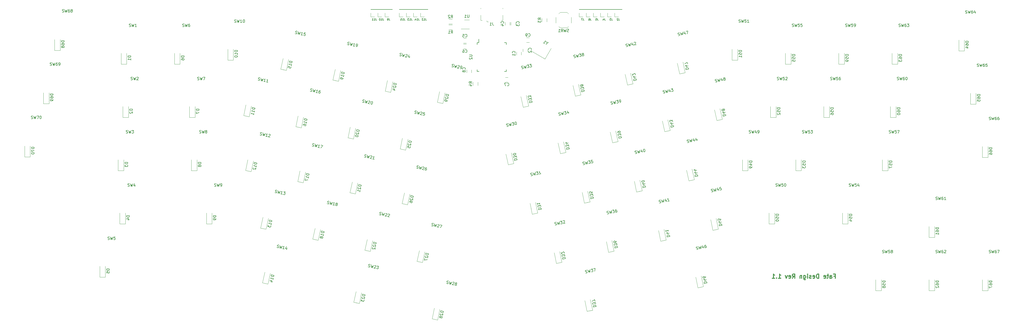
<source format=gbo>
G04 #@! TF.GenerationSoftware,KiCad,Pcbnew,(5.1.4)-1*
G04 #@! TF.CreationDate,2021-05-04T00:29:37+08:00*
G04 #@! TF.ProjectId,arisu,61726973-752e-46b6-9963-61645f706362,1.1*
G04 #@! TF.SameCoordinates,Original*
G04 #@! TF.FileFunction,Legend,Bot*
G04 #@! TF.FilePolarity,Positive*
%FSLAX46Y46*%
G04 Gerber Fmt 4.6, Leading zero omitted, Abs format (unit mm)*
G04 Created by KiCad (PCBNEW (5.1.4)-1) date 2021-05-04 00:29:37*
%MOMM*%
%LPD*%
G04 APERTURE LIST*
%ADD10C,0.300000*%
%ADD11C,0.120000*%
%ADD12C,0.150000*%
%ADD13R,1.302000X1.002000*%
%ADD14C,1.802000*%
%ADD15C,4.102000*%
%ADD16C,2.302000*%
%ADD17C,3.152000*%
%ADD18C,4.502000*%
%ADD19R,1.352000X1.602000*%
%ADD20R,1.602000X1.352000*%
%ADD21C,1.002000*%
%ADD22C,0.100000*%
%ADD23R,1.602000X2.002000*%
%ADD24C,1.552000*%
%ADD25R,0.502000X1.452000*%
%ADD26O,1.302000X2.002000*%
%ADD27R,1.302000X2.002000*%
%ADD28R,1.802000X1.802000*%
%ADD29R,1.602000X1.402000*%
%ADD30R,1.402000X1.602000*%
%ADD31R,1.802000X1.102000*%
%ADD32C,1.902000*%
%ADD33R,1.662000X0.752000*%
%ADD34R,0.652000X1.602000*%
%ADD35R,1.602000X0.652000*%
G04 APERTURE END LIST*
D10*
X250394285Y-81822857D02*
X250894285Y-81822857D01*
X250894285Y-82608571D02*
X250894285Y-81108571D01*
X250180000Y-81108571D01*
X248965714Y-82608571D02*
X248965714Y-81822857D01*
X249037142Y-81680000D01*
X249180000Y-81608571D01*
X249465714Y-81608571D01*
X249608571Y-81680000D01*
X248965714Y-82537142D02*
X249108571Y-82608571D01*
X249465714Y-82608571D01*
X249608571Y-82537142D01*
X249680000Y-82394285D01*
X249680000Y-82251428D01*
X249608571Y-82108571D01*
X249465714Y-82037142D01*
X249108571Y-82037142D01*
X248965714Y-81965714D01*
X248465714Y-81608571D02*
X247894285Y-81608571D01*
X248251428Y-81108571D02*
X248251428Y-82394285D01*
X248180000Y-82537142D01*
X248037142Y-82608571D01*
X247894285Y-82608571D01*
X246822857Y-82537142D02*
X246965714Y-82608571D01*
X247251428Y-82608571D01*
X247394285Y-82537142D01*
X247465714Y-82394285D01*
X247465714Y-81822857D01*
X247394285Y-81680000D01*
X247251428Y-81608571D01*
X246965714Y-81608571D01*
X246822857Y-81680000D01*
X246751428Y-81822857D01*
X246751428Y-81965714D01*
X247465714Y-82108571D01*
X244965714Y-82608571D02*
X244965714Y-81108571D01*
X244608571Y-81108571D01*
X244394285Y-81180000D01*
X244251428Y-81322857D01*
X244180000Y-81465714D01*
X244108571Y-81751428D01*
X244108571Y-81965714D01*
X244180000Y-82251428D01*
X244251428Y-82394285D01*
X244394285Y-82537142D01*
X244608571Y-82608571D01*
X244965714Y-82608571D01*
X242894285Y-82537142D02*
X243037142Y-82608571D01*
X243322857Y-82608571D01*
X243465714Y-82537142D01*
X243537142Y-82394285D01*
X243537142Y-81822857D01*
X243465714Y-81680000D01*
X243322857Y-81608571D01*
X243037142Y-81608571D01*
X242894285Y-81680000D01*
X242822857Y-81822857D01*
X242822857Y-81965714D01*
X243537142Y-82108571D01*
X242251428Y-82537142D02*
X242108571Y-82608571D01*
X241822857Y-82608571D01*
X241680000Y-82537142D01*
X241608571Y-82394285D01*
X241608571Y-82322857D01*
X241680000Y-82180000D01*
X241822857Y-82108571D01*
X242037142Y-82108571D01*
X242180000Y-82037142D01*
X242251428Y-81894285D01*
X242251428Y-81822857D01*
X242180000Y-81680000D01*
X242037142Y-81608571D01*
X241822857Y-81608571D01*
X241680000Y-81680000D01*
X240965714Y-82608571D02*
X240965714Y-81608571D01*
X240965714Y-81108571D02*
X241037142Y-81180000D01*
X240965714Y-81251428D01*
X240894285Y-81180000D01*
X240965714Y-81108571D01*
X240965714Y-81251428D01*
X239608571Y-81608571D02*
X239608571Y-82822857D01*
X239680000Y-82965714D01*
X239751428Y-83037142D01*
X239894285Y-83108571D01*
X240108571Y-83108571D01*
X240251428Y-83037142D01*
X239608571Y-82537142D02*
X239751428Y-82608571D01*
X240037142Y-82608571D01*
X240180000Y-82537142D01*
X240251428Y-82465714D01*
X240322857Y-82322857D01*
X240322857Y-81894285D01*
X240251428Y-81751428D01*
X240180000Y-81680000D01*
X240037142Y-81608571D01*
X239751428Y-81608571D01*
X239608571Y-81680000D01*
X238894285Y-81608571D02*
X238894285Y-82608571D01*
X238894285Y-81751428D02*
X238822857Y-81680000D01*
X238680000Y-81608571D01*
X238465714Y-81608571D01*
X238322857Y-81680000D01*
X238251428Y-81822857D01*
X238251428Y-82608571D01*
X235537142Y-82608571D02*
X236037142Y-81894285D01*
X236394285Y-82608571D02*
X236394285Y-81108571D01*
X235822857Y-81108571D01*
X235680000Y-81180000D01*
X235608571Y-81251428D01*
X235537142Y-81394285D01*
X235537142Y-81608571D01*
X235608571Y-81751428D01*
X235680000Y-81822857D01*
X235822857Y-81894285D01*
X236394285Y-81894285D01*
X234322857Y-82537142D02*
X234465714Y-82608571D01*
X234751428Y-82608571D01*
X234894285Y-82537142D01*
X234965714Y-82394285D01*
X234965714Y-81822857D01*
X234894285Y-81680000D01*
X234751428Y-81608571D01*
X234465714Y-81608571D01*
X234322857Y-81680000D01*
X234251428Y-81822857D01*
X234251428Y-81965714D01*
X234965714Y-82108571D01*
X233751428Y-81608571D02*
X233394285Y-82608571D01*
X233037142Y-81608571D01*
X230537142Y-82608571D02*
X231394285Y-82608571D01*
X230965714Y-82608571D02*
X230965714Y-81108571D01*
X231108571Y-81322857D01*
X231251428Y-81465714D01*
X231394285Y-81537142D01*
X229894285Y-82465714D02*
X229822857Y-82537142D01*
X229894285Y-82608571D01*
X229965714Y-82537142D01*
X229894285Y-82465714D01*
X229894285Y-82608571D01*
X228394285Y-82608571D02*
X229251428Y-82608571D01*
X228822857Y-82608571D02*
X228822857Y-81108571D01*
X228965714Y-81322857D01*
X229108571Y-81465714D01*
X229251428Y-81537142D01*
D11*
X-36703125Y-39159375D02*
X-38703125Y-39159375D01*
X-38703125Y-39159375D02*
X-38703125Y-35259375D01*
X-36703125Y-39159375D02*
X-36703125Y-35259375D01*
X-29956250Y-20109375D02*
X-29956250Y-16209375D01*
X-31956250Y-20109375D02*
X-31956250Y-16209375D01*
X-29956250Y-20109375D02*
X-31956250Y-20109375D01*
X-25987500Y-1059375D02*
X-27987500Y-1059375D01*
X-27987500Y-1059375D02*
X-27987500Y2840625D01*
X-25987500Y-1059375D02*
X-25987500Y2840625D01*
X138676000Y-1674000D02*
X138676000Y-2674000D01*
X136976000Y-2674000D02*
X136976000Y-1674000D01*
X139262000Y-1531000D02*
X139262000Y-531000D01*
X140962000Y-531000D02*
X140962000Y-1531000D01*
X134944000Y7994000D02*
X134944000Y8994000D01*
X136644000Y8994000D02*
X136644000Y7994000D01*
X132912000Y7994000D02*
X132912000Y8994000D01*
X134612000Y8994000D02*
X134612000Y7994000D01*
X119042000Y1548000D02*
X118042000Y1548000D01*
X118042000Y3248000D02*
X119042000Y3248000D01*
X119042000Y-484000D02*
X118042000Y-484000D01*
X118042000Y1216000D02*
X119042000Y1216000D01*
X133008000Y-10722000D02*
X134008000Y-10722000D01*
X134008000Y-12422000D02*
X133008000Y-12422000D01*
X119196000Y-9024000D02*
X119196000Y-8024000D01*
X120896000Y-8024000D02*
X120896000Y-9024000D01*
X140608000Y3502000D02*
X141608000Y3502000D01*
X141608000Y1802000D02*
X140608000Y1802000D01*
X-2225000Y-6025000D02*
X-2225000Y-2125000D01*
X-4225000Y-6025000D02*
X-4225000Y-2125000D01*
X-2225000Y-6025000D02*
X-4225000Y-6025000D01*
X-1625000Y-25075000D02*
X-1625000Y-21175000D01*
X-3625000Y-25075000D02*
X-3625000Y-21175000D01*
X-1625000Y-25075000D02*
X-3625000Y-25075000D01*
X-3308750Y-44125000D02*
X-3308750Y-40225000D01*
X-5308750Y-44125000D02*
X-5308750Y-40225000D01*
X-3308750Y-44125000D02*
X-5308750Y-44125000D01*
X-2721250Y-63175000D02*
X-2721250Y-59275000D01*
X-4721250Y-63175000D02*
X-4721250Y-59275000D01*
X-2721250Y-63175000D02*
X-4721250Y-63175000D01*
X-9855000Y-82225000D02*
X-9855000Y-78325000D01*
X-11855000Y-82225000D02*
X-11855000Y-78325000D01*
X-9855000Y-82225000D02*
X-11855000Y-82225000D01*
X16825000Y-6025000D02*
X16825000Y-2125000D01*
X14825000Y-6025000D02*
X14825000Y-2125000D01*
X16825000Y-6025000D02*
X14825000Y-6025000D01*
X22185000Y-25075000D02*
X22185000Y-21175000D01*
X20185000Y-25075000D02*
X20185000Y-21175000D01*
X22185000Y-25075000D02*
X20185000Y-25075000D01*
X22885000Y-44125000D02*
X22885000Y-40225000D01*
X20885000Y-44125000D02*
X20885000Y-40225000D01*
X22885000Y-44125000D02*
X20885000Y-44125000D01*
X28235000Y-63175000D02*
X28235000Y-59275000D01*
X26235000Y-63175000D02*
X26235000Y-59275000D01*
X28235000Y-63175000D02*
X26235000Y-63175000D01*
X35875000Y-4524615D02*
X35875000Y-624615D01*
X33875000Y-4524615D02*
X33875000Y-624615D01*
X35875000Y-4524615D02*
X33875000Y-4524615D01*
X41486197Y-24805368D02*
X42297053Y-20990592D01*
X39529902Y-24389544D02*
X40340758Y-20574769D01*
X41486197Y-24805368D02*
X39529902Y-24389544D01*
X42183864Y-44429261D02*
X42994720Y-40614485D01*
X40227569Y-44013437D02*
X41038425Y-40198662D01*
X42183864Y-44429261D02*
X40227569Y-44013437D01*
X47539946Y-65043330D02*
X48350802Y-61228554D01*
X45583651Y-64627506D02*
X46394507Y-60812731D01*
X47539946Y-65043330D02*
X45583651Y-64627506D01*
X48237647Y-84667218D02*
X49048503Y-80852442D01*
X46281352Y-84251394D02*
X47092208Y-80436619D01*
X48237647Y-84667218D02*
X46281352Y-84251394D01*
X54763855Y-8152025D02*
X55574711Y-4337249D01*
X52807560Y-7736201D02*
X53618416Y-3921426D01*
X54763855Y-8152025D02*
X52807560Y-7736201D01*
X60119907Y-28766094D02*
X60930763Y-24951318D01*
X58163612Y-28350270D02*
X58974468Y-24535495D01*
X60119907Y-28766094D02*
X58163612Y-28350270D01*
X60817574Y-48389988D02*
X61628430Y-44575212D01*
X58861279Y-47974164D02*
X59672135Y-44159389D01*
X60817574Y-48389988D02*
X58861279Y-47974164D01*
X66173656Y-69004056D02*
X66984512Y-65189280D01*
X64217361Y-68588232D02*
X65028217Y-64773457D01*
X66173656Y-69004056D02*
X64217361Y-68588232D01*
X73397566Y-12112743D02*
X74208422Y-8297967D01*
X71441271Y-11696919D02*
X72252127Y-7882144D01*
X73397566Y-12112743D02*
X71441271Y-11696919D01*
X78753617Y-32726821D02*
X79564473Y-28912045D01*
X76797322Y-32310997D02*
X77608178Y-28496222D01*
X78753617Y-32726821D02*
X76797322Y-32310997D01*
X79451284Y-52350715D02*
X80262140Y-48535939D01*
X77494989Y-51934891D02*
X78305845Y-48120116D01*
X79451284Y-52350715D02*
X77494989Y-51934891D01*
X84807365Y-72964783D02*
X85618221Y-69150007D01*
X82851070Y-72548959D02*
X83661926Y-68734184D01*
X84807365Y-72964783D02*
X82851070Y-72548959D01*
X80846639Y-91598493D02*
X81657495Y-87783717D01*
X78890344Y-91182669D02*
X79701200Y-87367894D01*
X80846639Y-91598493D02*
X78890344Y-91182669D01*
X92031278Y-16073461D02*
X92842134Y-12258685D01*
X90074983Y-15657637D02*
X90885839Y-11842862D01*
X92031278Y-16073461D02*
X90074983Y-15657637D01*
X97387327Y-36687548D02*
X98198183Y-32872772D01*
X95431032Y-36271724D02*
X96241888Y-32456949D01*
X97387327Y-36687548D02*
X95431032Y-36271724D01*
X98084994Y-56311442D02*
X98895850Y-52496666D01*
X96128699Y-55895618D02*
X96939555Y-52080843D01*
X98084994Y-56311442D02*
X96128699Y-55895618D01*
X103441075Y-76925510D02*
X104251931Y-73110734D01*
X101484780Y-76509686D02*
X102295636Y-72694911D01*
X103441075Y-76925510D02*
X101484780Y-76509686D01*
X108797212Y-97539539D02*
X109608068Y-93724763D01*
X106840917Y-97123715D02*
X107651773Y-93308940D01*
X108797212Y-97539539D02*
X106840917Y-97123715D01*
X110664990Y-20034178D02*
X111475846Y-16219402D01*
X108708695Y-19618354D02*
X109519551Y-15803579D01*
X110664990Y-20034178D02*
X108708695Y-19618354D01*
X135969372Y-41572447D02*
X135158516Y-37757672D01*
X134013077Y-41988271D02*
X133202221Y-38173495D01*
X135969372Y-41572447D02*
X134013077Y-41988271D01*
X144588493Y-59215999D02*
X143777637Y-55401224D01*
X142632198Y-59631823D02*
X141821342Y-55817047D01*
X144588493Y-59215999D02*
X142632198Y-59631823D01*
X153207614Y-76859551D02*
X152396758Y-73044776D01*
X151251319Y-77275375D02*
X150440463Y-73460599D01*
X153207614Y-76859551D02*
X151251319Y-77275375D01*
X141325599Y-20958348D02*
X140514743Y-17143573D01*
X139369304Y-21374172D02*
X138558448Y-17559396D01*
X141325599Y-20958348D02*
X139369304Y-21374172D01*
X154603083Y-37611729D02*
X153792227Y-33796954D01*
X152646788Y-38027553D02*
X151835932Y-34212777D01*
X154603083Y-37611729D02*
X152646788Y-38027553D01*
X163222204Y-55255281D02*
X162411348Y-51440506D01*
X161265909Y-55671105D02*
X160455053Y-51856329D01*
X163222204Y-55255281D02*
X161265909Y-55671105D01*
X171841326Y-72898833D02*
X171030470Y-69084058D01*
X169885031Y-73314657D02*
X169074175Y-69499881D01*
X171841326Y-72898833D02*
X169885031Y-73314657D01*
X164156015Y-94007958D02*
X163345159Y-90193183D01*
X162199720Y-94423782D02*
X161388864Y-90609006D01*
X164156015Y-94007958D02*
X162199720Y-94423782D01*
X159959311Y-16997630D02*
X159148455Y-13182855D01*
X158003016Y-17413454D02*
X157192160Y-13598678D01*
X159959311Y-16997630D02*
X158003016Y-17413454D01*
X173236795Y-33651012D02*
X172425939Y-29836237D01*
X171280500Y-34066836D02*
X170469644Y-30252060D01*
X173236795Y-33651012D02*
X171280500Y-34066836D01*
X181855916Y-51294564D02*
X181045060Y-47479789D01*
X179899621Y-51710388D02*
X179088765Y-47895612D01*
X181855916Y-51294564D02*
X179899621Y-51710388D01*
X190475037Y-68938116D02*
X189664181Y-65123341D01*
X188518742Y-69353940D02*
X187707886Y-65539164D01*
X190475037Y-68938116D02*
X188518742Y-69353940D01*
X178593023Y-13036913D02*
X177782167Y-9222138D01*
X176636728Y-13452737D02*
X175825872Y-9637961D01*
X178593023Y-13036913D02*
X176636728Y-13452737D01*
X191870507Y-29690294D02*
X191059651Y-25875519D01*
X189914212Y-30106118D02*
X189103356Y-26291342D01*
X191870507Y-29690294D02*
X189914212Y-30106118D01*
X200489628Y-47333846D02*
X199678772Y-43519071D01*
X198533333Y-47749670D02*
X197722477Y-43934894D01*
X200489628Y-47333846D02*
X198533333Y-47749670D01*
X209108749Y-64977398D02*
X208297893Y-61162623D01*
X207152454Y-65393222D02*
X206341598Y-61578446D01*
X209108749Y-64977398D02*
X207152454Y-65393222D01*
X203752651Y-85591446D02*
X202941795Y-81776671D01*
X201796356Y-86007270D02*
X200985500Y-82192494D01*
X203752651Y-85591446D02*
X201796356Y-86007270D01*
X197226734Y-9076195D02*
X196415878Y-5261420D01*
X195270439Y-9492019D02*
X194459583Y-5677243D01*
X197226734Y-9076195D02*
X195270439Y-9492019D01*
X210504219Y-25729576D02*
X209693363Y-21914801D01*
X208547924Y-26145400D02*
X207737068Y-22330624D01*
X210504219Y-25729576D02*
X208547924Y-26145400D01*
X219685000Y-44125000D02*
X219685000Y-40225000D01*
X217685000Y-44125000D02*
X217685000Y-40225000D01*
X219685000Y-44125000D02*
X217685000Y-44125000D01*
X229210019Y-63174998D02*
X229210019Y-59274998D01*
X227210019Y-63174998D02*
X227210019Y-59274998D01*
X229210019Y-63174998D02*
X227210019Y-63174998D01*
X216005000Y-4524615D02*
X216005000Y-624615D01*
X214005000Y-4524615D02*
X214005000Y-624615D01*
X216005000Y-4524615D02*
X214005000Y-4524615D01*
X229695000Y-25075000D02*
X229695000Y-21175000D01*
X227695000Y-25075000D02*
X227695000Y-21175000D01*
X229695000Y-25075000D02*
X227695000Y-25075000D01*
X238735000Y-44125000D02*
X238735000Y-40225000D01*
X236735000Y-44125000D02*
X236735000Y-40225000D01*
X238735000Y-44125000D02*
X236735000Y-44125000D01*
X255403769Y-63174998D02*
X255403769Y-59274998D01*
X253403769Y-63174998D02*
X253403769Y-59274998D01*
X255403769Y-63174998D02*
X253403769Y-63174998D01*
X235055000Y-6025000D02*
X235055000Y-2125000D01*
X233055000Y-6025000D02*
X233055000Y-2125000D01*
X235055000Y-6025000D02*
X233055000Y-6025000D01*
X248745000Y-25075000D02*
X248745000Y-21175000D01*
X246745000Y-25075000D02*
X246745000Y-21175000D01*
X248745000Y-25075000D02*
X246745000Y-25075000D01*
X269691250Y-44125000D02*
X269691250Y-40225000D01*
X267691250Y-44125000D02*
X267691250Y-40225000D01*
X269691250Y-44125000D02*
X267691250Y-44125000D01*
X267309949Y-86987503D02*
X267309949Y-83087503D01*
X265309949Y-86987503D02*
X265309949Y-83087503D01*
X267309949Y-86987503D02*
X265309949Y-86987503D01*
X254105000Y-6025000D02*
X254105000Y-2125000D01*
X252105000Y-6025000D02*
X252105000Y-2125000D01*
X254105000Y-6025000D02*
X252105000Y-6025000D01*
X272565000Y-25075000D02*
X272565000Y-21175000D01*
X270565000Y-25075000D02*
X270565000Y-21175000D01*
X272565000Y-25075000D02*
X270565000Y-25075000D01*
X286359949Y-67937503D02*
X286359949Y-64037503D01*
X284359949Y-67937503D02*
X284359949Y-64037503D01*
X286359949Y-67937503D02*
X284359949Y-67937503D01*
X286359949Y-86987503D02*
X286359949Y-83087503D01*
X284359949Y-86987503D02*
X284359949Y-83087503D01*
X286359949Y-86987503D02*
X284359949Y-86987503D01*
X273155000Y-6025000D02*
X273155000Y-2125000D01*
X271155000Y-6025000D02*
X271155000Y-2125000D01*
X273155000Y-6025000D02*
X271155000Y-6025000D01*
X296967542Y-1262509D02*
X296967542Y2637491D01*
X294967542Y-1262509D02*
X294967542Y2637491D01*
X296967542Y-1262509D02*
X294967542Y-1262509D01*
X301140000Y-20312516D02*
X301140000Y-16412516D01*
X299140000Y-20312516D02*
X299140000Y-16412516D01*
X301140000Y-20312516D02*
X299140000Y-20312516D01*
X305409949Y-39362519D02*
X305409949Y-35462519D01*
X303409949Y-39362519D02*
X303409949Y-35462519D01*
X305409949Y-39362519D02*
X303409949Y-39362519D01*
X305409949Y-86987503D02*
X305409949Y-83087503D01*
X303409949Y-86987503D02*
X303409949Y-83087503D01*
X305409949Y-86987503D02*
X303409949Y-86987503D01*
X126469855Y9162000D02*
X126469855Y9612000D01*
X126469855Y9162000D02*
X126919855Y9162000D01*
X132069855Y9712000D02*
X131619855Y9712000D01*
X132069855Y11562000D02*
X132069855Y9712000D01*
X124269855Y14112000D02*
X124269855Y13862000D01*
X132069855Y14112000D02*
X132069855Y13862000D01*
X124269855Y11562000D02*
X124269855Y9712000D01*
X124269855Y9712000D02*
X124719855Y9712000D01*
X172056000Y10974000D02*
X173386000Y10974000D01*
X172056000Y12304000D02*
X172056000Y10974000D01*
X172056000Y13574000D02*
X174716000Y13574000D01*
X174716000Y13574000D02*
X174716000Y13634000D01*
X172056000Y13574000D02*
X172056000Y13634000D01*
X172056000Y13634000D02*
X174716000Y13634000D01*
X169516000Y10974000D02*
X170846000Y10974000D01*
X169516000Y12304000D02*
X169516000Y10974000D01*
X169516000Y13574000D02*
X172176000Y13574000D01*
X172176000Y13574000D02*
X172176000Y13634000D01*
X169516000Y13574000D02*
X169516000Y13634000D01*
X169516000Y13634000D02*
X172176000Y13634000D01*
X166976000Y10974000D02*
X168306000Y10974000D01*
X166976000Y12304000D02*
X166976000Y10974000D01*
X166976000Y13574000D02*
X169636000Y13574000D01*
X169636000Y13574000D02*
X169636000Y13634000D01*
X166976000Y13574000D02*
X166976000Y13634000D01*
X166976000Y13634000D02*
X169636000Y13634000D01*
X164436000Y10974000D02*
X165766000Y10974000D01*
X164436000Y12304000D02*
X164436000Y10974000D01*
X164436000Y13574000D02*
X167096000Y13574000D01*
X167096000Y13574000D02*
X167096000Y13634000D01*
X164436000Y13574000D02*
X164436000Y13634000D01*
X164436000Y13634000D02*
X167096000Y13634000D01*
X161896000Y10974000D02*
X163226000Y10974000D01*
X161896000Y12304000D02*
X161896000Y10974000D01*
X161896000Y13574000D02*
X164556000Y13574000D01*
X164556000Y13574000D02*
X164556000Y13634000D01*
X161896000Y13574000D02*
X161896000Y13634000D01*
X161896000Y13634000D02*
X164556000Y13634000D01*
X159356000Y10974000D02*
X160686000Y10974000D01*
X159356000Y12304000D02*
X159356000Y10974000D01*
X159356000Y13574000D02*
X162016000Y13574000D01*
X162016000Y13574000D02*
X162016000Y13634000D01*
X159356000Y13574000D02*
X159356000Y13634000D01*
X159356000Y13634000D02*
X162016000Y13634000D01*
X90014000Y10974000D02*
X91344000Y10974000D01*
X90014000Y12304000D02*
X90014000Y10974000D01*
X90014000Y13574000D02*
X92674000Y13574000D01*
X92674000Y13574000D02*
X92674000Y13634000D01*
X90014000Y13574000D02*
X90014000Y13634000D01*
X90014000Y13634000D02*
X92674000Y13634000D01*
X87474000Y10974000D02*
X88804000Y10974000D01*
X87474000Y12304000D02*
X87474000Y10974000D01*
X87474000Y13574000D02*
X90134000Y13574000D01*
X90134000Y13574000D02*
X90134000Y13634000D01*
X87474000Y13574000D02*
X87474000Y13634000D01*
X87474000Y13634000D02*
X90134000Y13634000D01*
X84934000Y10974000D02*
X86264000Y10974000D01*
X84934000Y12304000D02*
X84934000Y10974000D01*
X84934000Y13574000D02*
X87594000Y13574000D01*
X87594000Y13574000D02*
X87594000Y13634000D01*
X84934000Y13574000D02*
X84934000Y13634000D01*
X84934000Y13634000D02*
X87594000Y13634000D01*
X114042000Y8104000D02*
X112842000Y8104000D01*
X112842000Y6344000D02*
X114042000Y6344000D01*
X112842000Y8376000D02*
X114042000Y8376000D01*
X114042000Y10136000D02*
X112842000Y10136000D01*
X146090000Y10364000D02*
X146090000Y9164000D01*
X147850000Y9164000D02*
X147850000Y10364000D01*
X121452000Y-12416000D02*
X121452000Y-13616000D01*
X123212000Y-13616000D02*
X123212000Y-12416000D01*
X155078000Y12514000D02*
X152578000Y12514000D01*
X156578000Y10764000D02*
X156578000Y8764000D01*
X155078000Y7014000D02*
X152578000Y7014000D01*
X151078000Y10764000D02*
X151078000Y8764000D01*
X155528000Y12064000D02*
X155078000Y12514000D01*
X152128000Y12064000D02*
X152578000Y12514000D01*
X152128000Y7464000D02*
X152578000Y7014000D01*
X155528000Y7464000D02*
X155078000Y7014000D01*
X147192269Y-4159256D02*
X142515731Y-1459256D01*
X149392269Y-348744D02*
X147192269Y-4159256D01*
X118384000Y9850000D02*
X120184000Y9850000D01*
X120184000Y6630000D02*
X117234000Y6630000D01*
D12*
X123574000Y1731000D02*
X123574000Y3006000D01*
X122999000Y-8619000D02*
X122999000Y-7944000D01*
X133349000Y-8619000D02*
X133349000Y-7944000D01*
X133349000Y1731000D02*
X133349000Y1056000D01*
X122999000Y1731000D02*
X122999000Y1056000D01*
X133349000Y1731000D02*
X132674000Y1731000D01*
X133349000Y-8619000D02*
X132674000Y-8619000D01*
X122999000Y-8619000D02*
X123674000Y-8619000D01*
X122999000Y1731000D02*
X123574000Y1731000D01*
D11*
X102714000Y10974000D02*
X104044000Y10974000D01*
X102714000Y12304000D02*
X102714000Y10974000D01*
X102714000Y13574000D02*
X105374000Y13574000D01*
X105374000Y13574000D02*
X105374000Y13634000D01*
X102714000Y13574000D02*
X102714000Y13634000D01*
X102714000Y13634000D02*
X105374000Y13634000D01*
X97634000Y10974000D02*
X98964000Y10974000D01*
X97634000Y12304000D02*
X97634000Y10974000D01*
X97634000Y13574000D02*
X100294000Y13574000D01*
X100294000Y13574000D02*
X100294000Y13634000D01*
X97634000Y13574000D02*
X97634000Y13634000D01*
X97634000Y13634000D02*
X100294000Y13634000D01*
X100174000Y13634000D02*
X102834000Y13634000D01*
X100174000Y13574000D02*
X100174000Y13634000D01*
X102834000Y13574000D02*
X102834000Y13634000D01*
X100174000Y13574000D02*
X102834000Y13574000D01*
X100174000Y12304000D02*
X100174000Y10974000D01*
X100174000Y10974000D02*
X101504000Y10974000D01*
X95094000Y13634000D02*
X97754000Y13634000D01*
X95094000Y13574000D02*
X95094000Y13634000D01*
X97754000Y13574000D02*
X97754000Y13634000D01*
X95094000Y13574000D02*
X97754000Y13574000D01*
X95094000Y12304000D02*
X95094000Y10974000D01*
X95094000Y10974000D02*
X96424000Y10974000D01*
D12*
X-35250744Y-35695089D02*
X-36250744Y-35695089D01*
X-36250744Y-35933184D01*
X-36203125Y-36076041D01*
X-36107886Y-36171279D01*
X-36012648Y-36218898D01*
X-35822172Y-36266517D01*
X-35679315Y-36266517D01*
X-35488839Y-36218898D01*
X-35393601Y-36171279D01*
X-35298363Y-36076041D01*
X-35250744Y-35933184D01*
X-35250744Y-35695089D01*
X-36250744Y-36599851D02*
X-36250744Y-37266517D01*
X-35250744Y-36837946D01*
X-36250744Y-37837946D02*
X-36250744Y-37933184D01*
X-36203125Y-38028422D01*
X-36155505Y-38076041D01*
X-36060267Y-38123660D01*
X-35869791Y-38171279D01*
X-35631696Y-38171279D01*
X-35441220Y-38123660D01*
X-35345982Y-38076041D01*
X-35298363Y-38028422D01*
X-35250744Y-37933184D01*
X-35250744Y-37837946D01*
X-35298363Y-37742708D01*
X-35345982Y-37695089D01*
X-35441220Y-37647470D01*
X-35631696Y-37599851D01*
X-35869791Y-37599851D01*
X-36060267Y-37647470D01*
X-36155505Y-37695089D01*
X-36203125Y-37742708D01*
X-36250744Y-37837946D01*
X-28503869Y-16645089D02*
X-29503869Y-16645089D01*
X-29503869Y-16883184D01*
X-29456250Y-17026041D01*
X-29361011Y-17121279D01*
X-29265773Y-17168898D01*
X-29075297Y-17216517D01*
X-28932440Y-17216517D01*
X-28741964Y-17168898D01*
X-28646726Y-17121279D01*
X-28551488Y-17026041D01*
X-28503869Y-16883184D01*
X-28503869Y-16645089D01*
X-29503869Y-18073660D02*
X-29503869Y-17883184D01*
X-29456250Y-17787946D01*
X-29408630Y-17740327D01*
X-29265773Y-17645089D01*
X-29075297Y-17597470D01*
X-28694345Y-17597470D01*
X-28599107Y-17645089D01*
X-28551488Y-17692708D01*
X-28503869Y-17787946D01*
X-28503869Y-17978422D01*
X-28551488Y-18073660D01*
X-28599107Y-18121279D01*
X-28694345Y-18168898D01*
X-28932440Y-18168898D01*
X-29027678Y-18121279D01*
X-29075297Y-18073660D01*
X-29122916Y-17978422D01*
X-29122916Y-17787946D01*
X-29075297Y-17692708D01*
X-29027678Y-17645089D01*
X-28932440Y-17597470D01*
X-28503869Y-18645089D02*
X-28503869Y-18835565D01*
X-28551488Y-18930803D01*
X-28599107Y-18978422D01*
X-28741964Y-19073660D01*
X-28932440Y-19121279D01*
X-29313392Y-19121279D01*
X-29408630Y-19073660D01*
X-29456250Y-19026041D01*
X-29503869Y-18930803D01*
X-29503869Y-18740327D01*
X-29456250Y-18645089D01*
X-29408630Y-18597470D01*
X-29313392Y-18549851D01*
X-29075297Y-18549851D01*
X-28980059Y-18597470D01*
X-28932440Y-18645089D01*
X-28884821Y-18740327D01*
X-28884821Y-18930803D01*
X-28932440Y-19026041D01*
X-28980059Y-19073660D01*
X-29075297Y-19121279D01*
X-36337648Y-25471386D02*
X-36194791Y-25519005D01*
X-35956696Y-25519005D01*
X-35861458Y-25471386D01*
X-35813839Y-25423767D01*
X-35766220Y-25328529D01*
X-35766220Y-25233291D01*
X-35813839Y-25138053D01*
X-35861458Y-25090434D01*
X-35956696Y-25042815D01*
X-36147172Y-24995196D01*
X-36242410Y-24947577D01*
X-36290029Y-24899958D01*
X-36337648Y-24804720D01*
X-36337648Y-24709482D01*
X-36290029Y-24614244D01*
X-36242410Y-24566625D01*
X-36147172Y-24519005D01*
X-35909077Y-24519005D01*
X-35766220Y-24566625D01*
X-35432886Y-24519005D02*
X-35194791Y-25519005D01*
X-35004315Y-24804720D01*
X-34813839Y-25519005D01*
X-34575744Y-24519005D01*
X-34290029Y-24519005D02*
X-33623363Y-24519005D01*
X-34051934Y-25519005D01*
X-33051934Y-24519005D02*
X-32956696Y-24519005D01*
X-32861458Y-24566625D01*
X-32813839Y-24614244D01*
X-32766220Y-24709482D01*
X-32718601Y-24899958D01*
X-32718601Y-25138053D01*
X-32766220Y-25328529D01*
X-32813839Y-25423767D01*
X-32861458Y-25471386D01*
X-32956696Y-25519005D01*
X-33051934Y-25519005D01*
X-33147172Y-25471386D01*
X-33194791Y-25423767D01*
X-33242410Y-25328529D01*
X-33290029Y-25138053D01*
X-33290029Y-24899958D01*
X-33242410Y-24709482D01*
X-33194791Y-24614244D01*
X-33147172Y-24566625D01*
X-33051934Y-24519005D01*
X-29590773Y-6421386D02*
X-29447916Y-6469005D01*
X-29209821Y-6469005D01*
X-29114583Y-6421386D01*
X-29066964Y-6373767D01*
X-29019345Y-6278529D01*
X-29019345Y-6183291D01*
X-29066964Y-6088053D01*
X-29114583Y-6040434D01*
X-29209821Y-5992815D01*
X-29400297Y-5945196D01*
X-29495535Y-5897577D01*
X-29543154Y-5849958D01*
X-29590773Y-5754720D01*
X-29590773Y-5659482D01*
X-29543154Y-5564244D01*
X-29495535Y-5516625D01*
X-29400297Y-5469005D01*
X-29162202Y-5469005D01*
X-29019345Y-5516625D01*
X-28686011Y-5469005D02*
X-28447916Y-6469005D01*
X-28257440Y-5754720D01*
X-28066964Y-6469005D01*
X-27828869Y-5469005D01*
X-27019345Y-5469005D02*
X-27209821Y-5469005D01*
X-27305059Y-5516625D01*
X-27352678Y-5564244D01*
X-27447916Y-5707101D01*
X-27495535Y-5897577D01*
X-27495535Y-6278529D01*
X-27447916Y-6373767D01*
X-27400297Y-6421386D01*
X-27305059Y-6469005D01*
X-27114583Y-6469005D01*
X-27019345Y-6421386D01*
X-26971726Y-6373767D01*
X-26924107Y-6278529D01*
X-26924107Y-6040434D01*
X-26971726Y-5945196D01*
X-27019345Y-5897577D01*
X-27114583Y-5849958D01*
X-27305059Y-5849958D01*
X-27400297Y-5897577D01*
X-27447916Y-5945196D01*
X-27495535Y-6040434D01*
X-26447916Y-6469005D02*
X-26257440Y-6469005D01*
X-26162202Y-6421386D01*
X-26114583Y-6373767D01*
X-26019345Y-6230910D01*
X-25971726Y-6040434D01*
X-25971726Y-5659482D01*
X-26019345Y-5564244D01*
X-26066964Y-5516625D01*
X-26162202Y-5469005D01*
X-26352678Y-5469005D01*
X-26447916Y-5516625D01*
X-26495535Y-5564244D01*
X-26543154Y-5659482D01*
X-26543154Y-5897577D01*
X-26495535Y-5992815D01*
X-26447916Y-6040434D01*
X-26352678Y-6088053D01*
X-26162202Y-6088053D01*
X-26066964Y-6040434D01*
X-26019345Y-5992815D01*
X-25971726Y-5897577D01*
X-24535119Y2404910D02*
X-25535119Y2404910D01*
X-25535119Y2166815D01*
X-25487500Y2023958D01*
X-25392261Y1928720D01*
X-25297023Y1881101D01*
X-25106547Y1833482D01*
X-24963690Y1833482D01*
X-24773214Y1881101D01*
X-24677976Y1928720D01*
X-24582738Y2023958D01*
X-24535119Y2166815D01*
X-24535119Y2404910D01*
X-25535119Y976339D02*
X-25535119Y1166815D01*
X-25487500Y1262053D01*
X-25439880Y1309672D01*
X-25297023Y1404910D01*
X-25106547Y1452529D01*
X-24725595Y1452529D01*
X-24630357Y1404910D01*
X-24582738Y1357291D01*
X-24535119Y1262053D01*
X-24535119Y1071577D01*
X-24582738Y976339D01*
X-24630357Y928720D01*
X-24725595Y881101D01*
X-24963690Y881101D01*
X-25058928Y928720D01*
X-25106547Y976339D01*
X-25154166Y1071577D01*
X-25154166Y1262053D01*
X-25106547Y1357291D01*
X-25058928Y1404910D01*
X-24963690Y1452529D01*
X-25106547Y309672D02*
X-25154166Y404910D01*
X-25201785Y452529D01*
X-25297023Y500148D01*
X-25344642Y500148D01*
X-25439880Y452529D01*
X-25487500Y404910D01*
X-25535119Y309672D01*
X-25535119Y119196D01*
X-25487500Y23958D01*
X-25439880Y-23660D01*
X-25344642Y-71279D01*
X-25297023Y-71279D01*
X-25201785Y-23660D01*
X-25154166Y23958D01*
X-25106547Y119196D01*
X-25106547Y309672D01*
X-25058928Y404910D01*
X-25011309Y452529D01*
X-24916071Y500148D01*
X-24725595Y500148D01*
X-24630357Y452529D01*
X-24582738Y404910D01*
X-24535119Y309672D01*
X-24535119Y119196D01*
X-24582738Y23958D01*
X-24630357Y-23660D01*
X-24725595Y-71279D01*
X-24916071Y-71279D01*
X-25011309Y-23660D01*
X-25058928Y23958D01*
X-25106547Y119196D01*
X-25225148Y12628613D02*
X-25082291Y12580994D01*
X-24844196Y12580994D01*
X-24748958Y12628613D01*
X-24701339Y12676232D01*
X-24653720Y12771470D01*
X-24653720Y12866708D01*
X-24701339Y12961946D01*
X-24748958Y13009565D01*
X-24844196Y13057184D01*
X-25034672Y13104803D01*
X-25129910Y13152422D01*
X-25177529Y13200041D01*
X-25225148Y13295279D01*
X-25225148Y13390517D01*
X-25177529Y13485755D01*
X-25129910Y13533375D01*
X-25034672Y13580994D01*
X-24796577Y13580994D01*
X-24653720Y13533375D01*
X-24320386Y13580994D02*
X-24082291Y12580994D01*
X-23891815Y13295279D01*
X-23701339Y12580994D01*
X-23463244Y13580994D01*
X-22653720Y13580994D02*
X-22844196Y13580994D01*
X-22939434Y13533375D01*
X-22987053Y13485755D01*
X-23082291Y13342898D01*
X-23129910Y13152422D01*
X-23129910Y12771470D01*
X-23082291Y12676232D01*
X-23034672Y12628613D01*
X-22939434Y12580994D01*
X-22748958Y12580994D01*
X-22653720Y12628613D01*
X-22606101Y12676232D01*
X-22558482Y12771470D01*
X-22558482Y13009565D01*
X-22606101Y13104803D01*
X-22653720Y13152422D01*
X-22748958Y13200041D01*
X-22939434Y13200041D01*
X-23034672Y13152422D01*
X-23082291Y13104803D01*
X-23129910Y13009565D01*
X-21987053Y13152422D02*
X-22082291Y13200041D01*
X-22129910Y13247660D01*
X-22177529Y13342898D01*
X-22177529Y13390517D01*
X-22129910Y13485755D01*
X-22082291Y13533375D01*
X-21987053Y13580994D01*
X-21796577Y13580994D01*
X-21701339Y13533375D01*
X-21653720Y13485755D01*
X-21606101Y13390517D01*
X-21606101Y13342898D01*
X-21653720Y13247660D01*
X-21701339Y13200041D01*
X-21796577Y13152422D01*
X-21987053Y13152422D01*
X-22082291Y13104803D01*
X-22129910Y13057184D01*
X-22177529Y12961946D01*
X-22177529Y12771470D01*
X-22129910Y12676232D01*
X-22082291Y12628613D01*
X-21987053Y12580994D01*
X-21796577Y12580994D01*
X-21701339Y12628613D01*
X-21653720Y12676232D01*
X-21606101Y12771470D01*
X-21606101Y12961946D01*
X-21653720Y13057184D01*
X-21701339Y13104803D01*
X-21796577Y13152422D01*
X270106726Y-30630761D02*
X270249583Y-30678380D01*
X270487678Y-30678380D01*
X270582916Y-30630761D01*
X270630535Y-30583142D01*
X270678154Y-30487904D01*
X270678154Y-30392666D01*
X270630535Y-30297428D01*
X270582916Y-30249809D01*
X270487678Y-30202190D01*
X270297202Y-30154571D01*
X270201964Y-30106952D01*
X270154345Y-30059333D01*
X270106726Y-29964095D01*
X270106726Y-29868857D01*
X270154345Y-29773619D01*
X270201964Y-29726000D01*
X270297202Y-29678380D01*
X270535297Y-29678380D01*
X270678154Y-29726000D01*
X271011488Y-29678380D02*
X271249583Y-30678380D01*
X271440059Y-29964095D01*
X271630535Y-30678380D01*
X271868630Y-29678380D01*
X272725773Y-29678380D02*
X272249583Y-29678380D01*
X272201964Y-30154571D01*
X272249583Y-30106952D01*
X272344821Y-30059333D01*
X272582916Y-30059333D01*
X272678154Y-30106952D01*
X272725773Y-30154571D01*
X272773392Y-30249809D01*
X272773392Y-30487904D01*
X272725773Y-30583142D01*
X272678154Y-30630761D01*
X272582916Y-30678380D01*
X272344821Y-30678380D01*
X272249583Y-30630761D01*
X272201964Y-30583142D01*
X273106726Y-29678380D02*
X273773392Y-29678380D01*
X273344821Y-30678380D01*
X161756342Y-80721742D02*
X161905978Y-80738618D01*
X162138870Y-80689116D01*
X162222126Y-80622736D01*
X162258804Y-80566257D01*
X162285582Y-80463199D01*
X162265781Y-80370043D01*
X162199401Y-80286786D01*
X162142922Y-80250108D01*
X162039865Y-80223331D01*
X161843650Y-80216355D01*
X161740593Y-80189577D01*
X161684114Y-80152899D01*
X161617734Y-80069643D01*
X161597933Y-79976486D01*
X161624710Y-79873429D01*
X161661388Y-79816950D01*
X161744645Y-79750570D01*
X161977537Y-79701067D01*
X162127173Y-79717944D01*
X162443321Y-79602062D02*
X162884125Y-80530707D01*
X162921931Y-79792428D01*
X163256753Y-80451502D01*
X163281734Y-79423852D01*
X163561204Y-79364448D02*
X164166724Y-79235741D01*
X163919880Y-79677673D01*
X164059615Y-79647971D01*
X164162672Y-79674748D01*
X164219151Y-79711426D01*
X164285531Y-79794683D01*
X164335034Y-80027575D01*
X164308256Y-80130632D01*
X164271579Y-80187111D01*
X164188322Y-80253491D01*
X163908851Y-80312894D01*
X163805794Y-80286117D01*
X163749315Y-80249439D01*
X164492774Y-79166437D02*
X165144872Y-79027830D01*
X164933578Y-80095082D01*
X84055749Y-78484702D02*
X84185584Y-78560982D01*
X84418476Y-78610485D01*
X84521534Y-78583708D01*
X84578013Y-78547030D01*
X84644393Y-78463774D01*
X84664194Y-78370617D01*
X84637416Y-78267559D01*
X84600738Y-78211080D01*
X84517482Y-78144701D01*
X84341069Y-78058520D01*
X84257812Y-77992140D01*
X84221135Y-77935661D01*
X84194357Y-77832604D01*
X84214158Y-77739447D01*
X84280538Y-77656191D01*
X84337017Y-77619513D01*
X84440074Y-77592735D01*
X84672967Y-77642238D01*
X84802801Y-77718518D01*
X85138751Y-77741244D02*
X85163732Y-78768894D01*
X85498554Y-78109819D01*
X85536359Y-78848099D01*
X85977163Y-77919454D01*
X86283412Y-78081914D02*
X86339891Y-78045237D01*
X86442948Y-78018459D01*
X86675840Y-78067962D01*
X86759097Y-78134342D01*
X86795775Y-78190821D01*
X86822552Y-78293878D01*
X86802751Y-78387035D01*
X86726471Y-78516870D01*
X86048722Y-78957005D01*
X86654242Y-79085712D01*
X87188203Y-78176868D02*
X87793723Y-78305575D01*
X87388470Y-78608899D01*
X87528205Y-78638601D01*
X87611461Y-78704980D01*
X87648139Y-78761459D01*
X87674917Y-78864517D01*
X87625414Y-79097409D01*
X87559034Y-79180666D01*
X87502555Y-79217343D01*
X87399498Y-79244121D01*
X87120027Y-79184717D01*
X87036771Y-79118338D01*
X87000093Y-79061859D01*
X-1829583Y-49680761D02*
X-1686726Y-49728380D01*
X-1448630Y-49728380D01*
X-1353392Y-49680761D01*
X-1305773Y-49633142D01*
X-1258154Y-49537904D01*
X-1258154Y-49442666D01*
X-1305773Y-49347428D01*
X-1353392Y-49299809D01*
X-1448630Y-49252190D01*
X-1639107Y-49204571D01*
X-1734345Y-49156952D01*
X-1781964Y-49109333D01*
X-1829583Y-49014095D01*
X-1829583Y-48918857D01*
X-1781964Y-48823619D01*
X-1734345Y-48776000D01*
X-1639107Y-48728380D01*
X-1401011Y-48728380D01*
X-1258154Y-48776000D01*
X-924821Y-48728380D02*
X-686726Y-49728380D01*
X-496250Y-49014095D01*
X-305773Y-49728380D01*
X-67678Y-48728380D01*
X741845Y-49061714D02*
X741845Y-49728380D01*
X503750Y-48680761D02*
X265654Y-49395047D01*
X884702Y-49395047D01*
X-2417083Y-30630761D02*
X-2274226Y-30678380D01*
X-2036130Y-30678380D01*
X-1940892Y-30630761D01*
X-1893273Y-30583142D01*
X-1845654Y-30487904D01*
X-1845654Y-30392666D01*
X-1893273Y-30297428D01*
X-1940892Y-30249809D01*
X-2036130Y-30202190D01*
X-2226607Y-30154571D01*
X-2321845Y-30106952D01*
X-2369464Y-30059333D01*
X-2417083Y-29964095D01*
X-2417083Y-29868857D01*
X-2369464Y-29773619D01*
X-2321845Y-29726000D01*
X-2226607Y-29678380D01*
X-1988511Y-29678380D01*
X-1845654Y-29726000D01*
X-1512321Y-29678380D02*
X-1274226Y-30678380D01*
X-1083750Y-29964095D01*
X-893273Y-30678380D01*
X-655178Y-29678380D01*
X-369464Y-29678380D02*
X249583Y-29678380D01*
X-83750Y-30059333D01*
X59107Y-30059333D01*
X154345Y-30106952D01*
X201964Y-30154571D01*
X249583Y-30249809D01*
X249583Y-30487904D01*
X201964Y-30583142D01*
X154345Y-30630761D01*
X59107Y-30678380D01*
X-226607Y-30678380D01*
X-321845Y-30630761D01*
X-369464Y-30583142D01*
X255819245Y-49680759D02*
X255962102Y-49728378D01*
X256200197Y-49728378D01*
X256295435Y-49680759D01*
X256343054Y-49633140D01*
X256390673Y-49537902D01*
X256390673Y-49442664D01*
X256343054Y-49347426D01*
X256295435Y-49299807D01*
X256200197Y-49252188D01*
X256009721Y-49204569D01*
X255914483Y-49156950D01*
X255866864Y-49109331D01*
X255819245Y-49014093D01*
X255819245Y-48918855D01*
X255866864Y-48823617D01*
X255914483Y-48775998D01*
X256009721Y-48728378D01*
X256247816Y-48728378D01*
X256390673Y-48775998D01*
X256724007Y-48728378D02*
X256962102Y-49728378D01*
X257152578Y-49014093D01*
X257343054Y-49728378D01*
X257581149Y-48728378D01*
X258438292Y-48728378D02*
X257962102Y-48728378D01*
X257914483Y-49204569D01*
X257962102Y-49156950D01*
X258057340Y-49109331D01*
X258295435Y-49109331D01*
X258390673Y-49156950D01*
X258438292Y-49204569D01*
X258485911Y-49299807D01*
X258485911Y-49537902D01*
X258438292Y-49633140D01*
X258390673Y-49680759D01*
X258295435Y-49728378D01*
X258057340Y-49728378D01*
X257962102Y-49680759D01*
X257914483Y-49633140D01*
X259343054Y-49061712D02*
X259343054Y-49728378D01*
X259104959Y-48680759D02*
X258866864Y-49395045D01*
X259485911Y-49395045D01*
X-733333Y-11580761D02*
X-590476Y-11628380D01*
X-352380Y-11628380D01*
X-257142Y-11580761D01*
X-209523Y-11533142D01*
X-161904Y-11437904D01*
X-161904Y-11342666D01*
X-209523Y-11247428D01*
X-257142Y-11199809D01*
X-352380Y-11152190D01*
X-542857Y-11104571D01*
X-638095Y-11056952D01*
X-685714Y-11009333D01*
X-733333Y-10914095D01*
X-733333Y-10818857D01*
X-685714Y-10723619D01*
X-638095Y-10676000D01*
X-542857Y-10628380D01*
X-304761Y-10628380D01*
X-161904Y-10676000D01*
X171428Y-10628380D02*
X409523Y-11628380D01*
X600000Y-10914095D01*
X790476Y-11628380D01*
X1028571Y-10628380D01*
X1361904Y-10723619D02*
X1409523Y-10676000D01*
X1504761Y-10628380D01*
X1742857Y-10628380D01*
X1838095Y-10676000D01*
X1885714Y-10723619D01*
X1933333Y-10818857D01*
X1933333Y-10914095D01*
X1885714Y-11056952D01*
X1314285Y-11628380D01*
X1933333Y-11628380D01*
X-8963333Y-68730761D02*
X-8820476Y-68778380D01*
X-8582380Y-68778380D01*
X-8487142Y-68730761D01*
X-8439523Y-68683142D01*
X-8391904Y-68587904D01*
X-8391904Y-68492666D01*
X-8439523Y-68397428D01*
X-8487142Y-68349809D01*
X-8582380Y-68302190D01*
X-8772857Y-68254571D01*
X-8868095Y-68206952D01*
X-8915714Y-68159333D01*
X-8963333Y-68064095D01*
X-8963333Y-67968857D01*
X-8915714Y-67873619D01*
X-8868095Y-67826000D01*
X-8772857Y-67778380D01*
X-8534761Y-67778380D01*
X-8391904Y-67826000D01*
X-8058571Y-67778380D02*
X-7820476Y-68778380D01*
X-7630000Y-68064095D01*
X-7439523Y-68778380D01*
X-7201428Y-67778380D01*
X-6344285Y-67778380D02*
X-6820476Y-67778380D01*
X-6868095Y-68254571D01*
X-6820476Y-68206952D01*
X-6725238Y-68159333D01*
X-6487142Y-68159333D01*
X-6391904Y-68206952D01*
X-6344285Y-68254571D01*
X-6296666Y-68349809D01*
X-6296666Y-68587904D01*
X-6344285Y-68683142D01*
X-6391904Y-68730761D01*
X-6487142Y-68778380D01*
X-6725238Y-68778380D01*
X-6820476Y-68730761D01*
X-6868095Y-68683142D01*
X51446758Y-71553450D02*
X51576593Y-71629730D01*
X51809485Y-71679233D01*
X51912543Y-71652456D01*
X51969022Y-71615778D01*
X52035402Y-71532522D01*
X52055203Y-71439365D01*
X52028425Y-71336307D01*
X51991747Y-71279828D01*
X51908491Y-71213449D01*
X51732078Y-71127268D01*
X51648821Y-71060888D01*
X51612144Y-71004409D01*
X51585366Y-70901352D01*
X51605167Y-70808195D01*
X51671547Y-70724939D01*
X51728026Y-70688261D01*
X51831083Y-70661483D01*
X52063976Y-70710986D01*
X52193810Y-70787266D01*
X52529760Y-70809992D02*
X52554741Y-71837642D01*
X52889563Y-71178567D01*
X52927368Y-71916847D01*
X53368172Y-70988202D01*
X54045251Y-72154460D02*
X53486310Y-72035653D01*
X53765781Y-72095057D02*
X53973692Y-71116909D01*
X53850834Y-71236843D01*
X53737876Y-71310199D01*
X53634818Y-71336976D01*
X55022271Y-71680571D02*
X54883664Y-72332670D01*
X54868584Y-71258441D02*
X54487183Y-71907615D01*
X55092703Y-72036322D01*
X201352978Y-72305229D02*
X201502614Y-72322105D01*
X201735506Y-72272603D01*
X201818762Y-72206223D01*
X201855440Y-72149744D01*
X201882218Y-72046686D01*
X201862417Y-71953530D01*
X201796037Y-71870273D01*
X201739558Y-71833595D01*
X201636501Y-71806818D01*
X201440286Y-71799842D01*
X201337229Y-71773064D01*
X201280750Y-71736386D01*
X201214370Y-71653130D01*
X201194569Y-71559973D01*
X201221346Y-71456916D01*
X201258024Y-71400437D01*
X201341281Y-71334057D01*
X201574173Y-71284554D01*
X201723809Y-71301431D01*
X202039957Y-71185549D02*
X202480761Y-72114194D01*
X202518567Y-71375915D01*
X202853389Y-72034989D01*
X202878370Y-71007339D01*
X203739507Y-71165079D02*
X203878115Y-71817177D01*
X203427411Y-70841954D02*
X203343027Y-71590133D01*
X203948547Y-71461426D01*
X204601773Y-70641018D02*
X204415459Y-70680620D01*
X204332202Y-70747000D01*
X204295524Y-70803479D01*
X204232069Y-70963015D01*
X204225093Y-71159230D01*
X204304297Y-71531858D01*
X204370677Y-71615114D01*
X204427156Y-71651792D01*
X204530214Y-71678569D01*
X204716527Y-71638967D01*
X204799784Y-71572587D01*
X204836462Y-71516108D01*
X204863239Y-71413051D01*
X204813736Y-71180159D01*
X204747357Y-71096902D01*
X204690878Y-71060224D01*
X204587820Y-71033447D01*
X204401506Y-71073049D01*
X204318250Y-71139429D01*
X204281572Y-71195908D01*
X204254795Y-71298965D01*
X272980476Y-11580761D02*
X273123333Y-11628380D01*
X273361428Y-11628380D01*
X273456666Y-11580761D01*
X273504285Y-11533142D01*
X273551904Y-11437904D01*
X273551904Y-11342666D01*
X273504285Y-11247428D01*
X273456666Y-11199809D01*
X273361428Y-11152190D01*
X273170952Y-11104571D01*
X273075714Y-11056952D01*
X273028095Y-11009333D01*
X272980476Y-10914095D01*
X272980476Y-10818857D01*
X273028095Y-10723619D01*
X273075714Y-10676000D01*
X273170952Y-10628380D01*
X273409047Y-10628380D01*
X273551904Y-10676000D01*
X273885238Y-10628380D02*
X274123333Y-11628380D01*
X274313809Y-10914095D01*
X274504285Y-11628380D01*
X274742380Y-10628380D01*
X275551904Y-10628380D02*
X275361428Y-10628380D01*
X275266190Y-10676000D01*
X275218571Y-10723619D01*
X275123333Y-10866476D01*
X275075714Y-11056952D01*
X275075714Y-11437904D01*
X275123333Y-11533142D01*
X275170952Y-11580761D01*
X275266190Y-11628380D01*
X275456666Y-11628380D01*
X275551904Y-11580761D01*
X275599523Y-11533142D01*
X275647142Y-11437904D01*
X275647142Y-11199809D01*
X275599523Y-11104571D01*
X275551904Y-11056952D01*
X275456666Y-11009333D01*
X275266190Y-11009333D01*
X275170952Y-11056952D01*
X275123333Y-11104571D01*
X275075714Y-11199809D01*
X276266190Y-10628380D02*
X276361428Y-10628380D01*
X276456666Y-10676000D01*
X276504285Y-10723619D01*
X276551904Y-10818857D01*
X276599523Y-11009333D01*
X276599523Y-11247428D01*
X276551904Y-11437904D01*
X276504285Y-11533142D01*
X276456666Y-11580761D01*
X276361428Y-11628380D01*
X276266190Y-11628380D01*
X276170952Y-11580761D01*
X276123333Y-11533142D01*
X276075714Y-11437904D01*
X276028095Y-11247428D01*
X276028095Y-11009333D01*
X276075714Y-10818857D01*
X276123333Y-10723619D01*
X276170952Y-10676000D01*
X276266190Y-10628380D01*
X-1333333Y7469238D02*
X-1190476Y7421619D01*
X-952380Y7421619D01*
X-857142Y7469238D01*
X-809523Y7516857D01*
X-761904Y7612095D01*
X-761904Y7707333D01*
X-809523Y7802571D01*
X-857142Y7850190D01*
X-952380Y7897809D01*
X-1142857Y7945428D01*
X-1238095Y7993047D01*
X-1285714Y8040666D01*
X-1333333Y8135904D01*
X-1333333Y8231142D01*
X-1285714Y8326380D01*
X-1238095Y8374000D01*
X-1142857Y8421619D01*
X-904761Y8421619D01*
X-761904Y8374000D01*
X-428571Y8421619D02*
X-190476Y7421619D01*
X0Y8135904D01*
X190476Y7421619D01*
X428571Y8421619D01*
X1333333Y7421619D02*
X761904Y7421619D01*
X1047619Y7421619D02*
X1047619Y8421619D01*
X952380Y8278761D01*
X857142Y8183523D01*
X761904Y8135904D01*
X17716666Y7469238D02*
X17859523Y7421619D01*
X18097619Y7421619D01*
X18192857Y7469238D01*
X18240476Y7516857D01*
X18288095Y7612095D01*
X18288095Y7707333D01*
X18240476Y7802571D01*
X18192857Y7850190D01*
X18097619Y7897809D01*
X17907142Y7945428D01*
X17811904Y7993047D01*
X17764285Y8040666D01*
X17716666Y8135904D01*
X17716666Y8231142D01*
X17764285Y8326380D01*
X17811904Y8374000D01*
X17907142Y8421619D01*
X18145238Y8421619D01*
X18288095Y8374000D01*
X18621428Y8421619D02*
X18859523Y7421619D01*
X19050000Y8135904D01*
X19240476Y7421619D01*
X19478571Y8421619D01*
X20288095Y8421619D02*
X20097619Y8421619D01*
X20002380Y8374000D01*
X19954761Y8326380D01*
X19859523Y8183523D01*
X19811904Y7993047D01*
X19811904Y7612095D01*
X19859523Y7516857D01*
X19907142Y7469238D01*
X20002380Y7421619D01*
X20192857Y7421619D01*
X20288095Y7469238D01*
X20335714Y7516857D01*
X20383333Y7612095D01*
X20383333Y7850190D01*
X20335714Y7945428D01*
X20288095Y7993047D01*
X20192857Y8040666D01*
X20002380Y8040666D01*
X19907142Y7993047D01*
X19859523Y7945428D01*
X19811904Y7850190D01*
X23076666Y-11580761D02*
X23219523Y-11628380D01*
X23457619Y-11628380D01*
X23552857Y-11580761D01*
X23600476Y-11533142D01*
X23648095Y-11437904D01*
X23648095Y-11342666D01*
X23600476Y-11247428D01*
X23552857Y-11199809D01*
X23457619Y-11152190D01*
X23267142Y-11104571D01*
X23171904Y-11056952D01*
X23124285Y-11009333D01*
X23076666Y-10914095D01*
X23076666Y-10818857D01*
X23124285Y-10723619D01*
X23171904Y-10676000D01*
X23267142Y-10628380D01*
X23505238Y-10628380D01*
X23648095Y-10676000D01*
X23981428Y-10628380D02*
X24219523Y-11628380D01*
X24410000Y-10914095D01*
X24600476Y-11628380D01*
X24838571Y-10628380D01*
X25124285Y-10628380D02*
X25790952Y-10628380D01*
X25362380Y-11628380D01*
X23776666Y-30630761D02*
X23919523Y-30678380D01*
X24157619Y-30678380D01*
X24252857Y-30630761D01*
X24300476Y-30583142D01*
X24348095Y-30487904D01*
X24348095Y-30392666D01*
X24300476Y-30297428D01*
X24252857Y-30249809D01*
X24157619Y-30202190D01*
X23967142Y-30154571D01*
X23871904Y-30106952D01*
X23824285Y-30059333D01*
X23776666Y-29964095D01*
X23776666Y-29868857D01*
X23824285Y-29773619D01*
X23871904Y-29726000D01*
X23967142Y-29678380D01*
X24205238Y-29678380D01*
X24348095Y-29726000D01*
X24681428Y-29678380D02*
X24919523Y-30678380D01*
X25110000Y-29964095D01*
X25300476Y-30678380D01*
X25538571Y-29678380D01*
X26062380Y-30106952D02*
X25967142Y-30059333D01*
X25919523Y-30011714D01*
X25871904Y-29916476D01*
X25871904Y-29868857D01*
X25919523Y-29773619D01*
X25967142Y-29726000D01*
X26062380Y-29678380D01*
X26252857Y-29678380D01*
X26348095Y-29726000D01*
X26395714Y-29773619D01*
X26443333Y-29868857D01*
X26443333Y-29916476D01*
X26395714Y-30011714D01*
X26348095Y-30059333D01*
X26252857Y-30106952D01*
X26062380Y-30106952D01*
X25967142Y-30154571D01*
X25919523Y-30202190D01*
X25871904Y-30297428D01*
X25871904Y-30487904D01*
X25919523Y-30583142D01*
X25967142Y-30630761D01*
X26062380Y-30678380D01*
X26252857Y-30678380D01*
X26348095Y-30630761D01*
X26395714Y-30583142D01*
X26443333Y-30487904D01*
X26443333Y-30297428D01*
X26395714Y-30202190D01*
X26348095Y-30154571D01*
X26252857Y-30106952D01*
X29126666Y-49680761D02*
X29269523Y-49728380D01*
X29507619Y-49728380D01*
X29602857Y-49680761D01*
X29650476Y-49633142D01*
X29698095Y-49537904D01*
X29698095Y-49442666D01*
X29650476Y-49347428D01*
X29602857Y-49299809D01*
X29507619Y-49252190D01*
X29317142Y-49204571D01*
X29221904Y-49156952D01*
X29174285Y-49109333D01*
X29126666Y-49014095D01*
X29126666Y-48918857D01*
X29174285Y-48823619D01*
X29221904Y-48776000D01*
X29317142Y-48728380D01*
X29555238Y-48728380D01*
X29698095Y-48776000D01*
X30031428Y-48728380D02*
X30269523Y-49728380D01*
X30460000Y-49014095D01*
X30650476Y-49728380D01*
X30888571Y-48728380D01*
X31317142Y-49728380D02*
X31507619Y-49728380D01*
X31602857Y-49680761D01*
X31650476Y-49633142D01*
X31745714Y-49490285D01*
X31793333Y-49299809D01*
X31793333Y-48918857D01*
X31745714Y-48823619D01*
X31698095Y-48776000D01*
X31602857Y-48728380D01*
X31412380Y-48728380D01*
X31317142Y-48776000D01*
X31269523Y-48823619D01*
X31221904Y-48918857D01*
X31221904Y-49156952D01*
X31269523Y-49252190D01*
X31317142Y-49299809D01*
X31412380Y-49347428D01*
X31602857Y-49347428D01*
X31698095Y-49299809D01*
X31745714Y-49252190D01*
X31793333Y-49156952D01*
X36290476Y8969623D02*
X36433333Y8922004D01*
X36671428Y8922004D01*
X36766666Y8969623D01*
X36814285Y9017242D01*
X36861904Y9112480D01*
X36861904Y9207718D01*
X36814285Y9302956D01*
X36766666Y9350575D01*
X36671428Y9398194D01*
X36480952Y9445813D01*
X36385714Y9493432D01*
X36338095Y9541051D01*
X36290476Y9636289D01*
X36290476Y9731527D01*
X36338095Y9826765D01*
X36385714Y9874385D01*
X36480952Y9922004D01*
X36719047Y9922004D01*
X36861904Y9874385D01*
X37195238Y9922004D02*
X37433333Y8922004D01*
X37623809Y9636289D01*
X37814285Y8922004D01*
X38052380Y9922004D01*
X38957142Y8922004D02*
X38385714Y8922004D01*
X38671428Y8922004D02*
X38671428Y9922004D01*
X38576190Y9779146D01*
X38480952Y9683908D01*
X38385714Y9636289D01*
X39576190Y9922004D02*
X39671428Y9922004D01*
X39766666Y9874385D01*
X39814285Y9826765D01*
X39861904Y9731527D01*
X39909523Y9541051D01*
X39909523Y9302956D01*
X39861904Y9112480D01*
X39814285Y9017242D01*
X39766666Y8969623D01*
X39671428Y8922004D01*
X39576190Y8922004D01*
X39480952Y8969623D01*
X39433333Y9017242D01*
X39385714Y9112480D01*
X39338095Y9302956D01*
X39338095Y9541051D01*
X39385714Y9731527D01*
X39433333Y9826765D01*
X39480952Y9874385D01*
X39576190Y9922004D01*
X44695308Y-11691600D02*
X44825143Y-11767880D01*
X45058035Y-11817383D01*
X45161093Y-11790606D01*
X45217572Y-11753928D01*
X45283952Y-11670672D01*
X45303753Y-11577515D01*
X45276975Y-11474457D01*
X45240297Y-11417978D01*
X45157041Y-11351599D01*
X44980628Y-11265418D01*
X44897371Y-11199038D01*
X44860694Y-11142559D01*
X44833916Y-11039502D01*
X44853717Y-10946345D01*
X44920097Y-10863089D01*
X44976576Y-10826411D01*
X45079633Y-10799633D01*
X45312526Y-10849136D01*
X45442360Y-10925416D01*
X45778310Y-10948142D02*
X45803291Y-11975792D01*
X46138113Y-11316717D01*
X46175918Y-12054997D01*
X46616722Y-11126352D01*
X47293801Y-12292610D02*
X46734860Y-12173803D01*
X47014331Y-12233207D02*
X47222242Y-11255059D01*
X47099384Y-11374993D01*
X46986426Y-11448349D01*
X46883368Y-11475126D01*
X48225371Y-12490621D02*
X47666429Y-12371814D01*
X47945900Y-12431218D02*
X48153812Y-11453070D01*
X48030953Y-11573004D01*
X47917995Y-11646360D01*
X47814937Y-11673137D01*
X45392975Y-31315493D02*
X45522810Y-31391773D01*
X45755702Y-31441276D01*
X45858760Y-31414499D01*
X45915239Y-31377821D01*
X45981619Y-31294565D01*
X46001420Y-31201408D01*
X45974642Y-31098350D01*
X45937964Y-31041871D01*
X45854708Y-30975492D01*
X45678295Y-30889311D01*
X45595038Y-30822931D01*
X45558361Y-30766452D01*
X45531583Y-30663395D01*
X45551384Y-30570238D01*
X45617764Y-30486982D01*
X45674243Y-30450304D01*
X45777300Y-30423526D01*
X46010193Y-30473029D01*
X46140027Y-30549309D01*
X46475977Y-30572035D02*
X46500958Y-31599685D01*
X46835780Y-30940610D01*
X46873585Y-31678890D01*
X47314389Y-30750245D01*
X47991468Y-31916503D02*
X47432527Y-31797696D01*
X47711998Y-31857100D02*
X47919909Y-30878952D01*
X47797051Y-30998886D01*
X47684093Y-31072242D01*
X47581035Y-31099019D01*
X48552207Y-31110717D02*
X48608686Y-31074039D01*
X48711743Y-31047261D01*
X48944635Y-31096764D01*
X49027892Y-31163144D01*
X49064570Y-31219623D01*
X49091347Y-31322680D01*
X49071546Y-31415837D01*
X48995266Y-31545672D01*
X48317518Y-31985807D01*
X48923038Y-32114514D01*
X50749057Y-51929562D02*
X50878892Y-52005842D01*
X51111784Y-52055345D01*
X51214842Y-52028568D01*
X51271321Y-51991890D01*
X51337701Y-51908634D01*
X51357502Y-51815477D01*
X51330724Y-51712419D01*
X51294046Y-51655940D01*
X51210790Y-51589561D01*
X51034377Y-51503380D01*
X50951120Y-51437000D01*
X50914443Y-51380521D01*
X50887665Y-51277464D01*
X50907466Y-51184307D01*
X50973846Y-51101051D01*
X51030325Y-51064373D01*
X51133382Y-51037595D01*
X51366275Y-51087098D01*
X51496109Y-51163378D01*
X51832059Y-51186104D02*
X51857040Y-52213754D01*
X52191862Y-51554679D01*
X52229667Y-52292959D01*
X52670471Y-51364314D01*
X53347550Y-52530572D02*
X52788609Y-52411765D01*
X53068080Y-52471169D02*
X53275991Y-51493021D01*
X53153133Y-51612955D01*
X53040175Y-51686311D01*
X52937117Y-51713088D01*
X53881511Y-51621728D02*
X54487031Y-51750435D01*
X54081778Y-52053759D01*
X54221513Y-52083461D01*
X54304769Y-52149840D01*
X54341447Y-52206319D01*
X54368225Y-52309377D01*
X54318722Y-52542269D01*
X54252342Y-52625526D01*
X54195863Y-52662203D01*
X54092806Y-52688981D01*
X53813335Y-52629577D01*
X53730079Y-52563198D01*
X53693401Y-52506719D01*
X57972966Y4961742D02*
X58102801Y4885462D01*
X58335693Y4835959D01*
X58438751Y4862736D01*
X58495230Y4899414D01*
X58561610Y4982670D01*
X58581411Y5075827D01*
X58554633Y5178885D01*
X58517955Y5235364D01*
X58434699Y5301743D01*
X58258286Y5387924D01*
X58175029Y5454304D01*
X58138352Y5510783D01*
X58111574Y5613840D01*
X58131375Y5706997D01*
X58197755Y5790253D01*
X58254234Y5826931D01*
X58357291Y5853709D01*
X58590184Y5804206D01*
X58720018Y5727926D01*
X59055968Y5705200D02*
X59080949Y4677550D01*
X59415771Y5336625D01*
X59453576Y4598345D01*
X59894380Y5526990D01*
X60571459Y4360732D02*
X60012518Y4479539D01*
X60291989Y4420135D02*
X60499900Y5398283D01*
X60377042Y5278349D01*
X60264084Y5204993D01*
X60161026Y5178216D01*
X61664362Y5150769D02*
X61198577Y5249775D01*
X61052993Y4793891D01*
X61109472Y4830569D01*
X61212530Y4857346D01*
X61445422Y4807843D01*
X61528678Y4741464D01*
X61565356Y4684985D01*
X61592134Y4581927D01*
X61542631Y4349035D01*
X61476251Y4265778D01*
X61419772Y4229101D01*
X61316715Y4202323D01*
X61083822Y4251826D01*
X61000566Y4318206D01*
X60963888Y4374685D01*
X63329018Y-15652326D02*
X63458853Y-15728606D01*
X63691745Y-15778109D01*
X63794803Y-15751332D01*
X63851282Y-15714654D01*
X63917662Y-15631398D01*
X63937463Y-15538241D01*
X63910685Y-15435183D01*
X63874007Y-15378704D01*
X63790751Y-15312325D01*
X63614338Y-15226144D01*
X63531081Y-15159764D01*
X63494404Y-15103285D01*
X63467626Y-15000228D01*
X63487427Y-14907071D01*
X63553807Y-14823815D01*
X63610286Y-14787137D01*
X63713343Y-14760359D01*
X63946236Y-14809862D01*
X64076070Y-14886142D01*
X64412020Y-14908868D02*
X64437001Y-15936518D01*
X64771823Y-15277443D01*
X64809628Y-16015723D01*
X65250432Y-15087078D01*
X65927511Y-16253336D02*
X65368570Y-16134529D01*
X65648041Y-16193933D02*
X65855952Y-15215785D01*
X65733094Y-15335719D01*
X65620136Y-15409075D01*
X65517078Y-15435852D01*
X66973835Y-15453398D02*
X66787522Y-15413796D01*
X66684464Y-15440573D01*
X66627985Y-15477251D01*
X66505126Y-15597186D01*
X66418946Y-15773599D01*
X66339741Y-16146226D01*
X66366519Y-16249284D01*
X66403197Y-16305763D01*
X66486453Y-16372143D01*
X66672767Y-16411745D01*
X66775824Y-16384967D01*
X66832303Y-16348290D01*
X66898683Y-16265033D01*
X66948186Y-16032141D01*
X66921408Y-15929083D01*
X66884730Y-15872604D01*
X66801474Y-15806225D01*
X66615160Y-15766623D01*
X66512103Y-15793400D01*
X66455624Y-15830078D01*
X66389244Y-15913334D01*
X64026685Y-35276220D02*
X64156520Y-35352500D01*
X64389412Y-35402003D01*
X64492470Y-35375226D01*
X64548949Y-35338548D01*
X64615329Y-35255292D01*
X64635130Y-35162135D01*
X64608352Y-35059077D01*
X64571674Y-35002598D01*
X64488418Y-34936219D01*
X64312005Y-34850038D01*
X64228748Y-34783658D01*
X64192071Y-34727179D01*
X64165293Y-34624122D01*
X64185094Y-34530965D01*
X64251474Y-34447709D01*
X64307953Y-34411031D01*
X64411010Y-34384253D01*
X64643903Y-34433756D01*
X64773737Y-34510036D01*
X65109687Y-34532762D02*
X65134668Y-35560412D01*
X65469490Y-34901337D01*
X65507295Y-35639617D01*
X65948099Y-34710972D01*
X66625178Y-35877230D02*
X66066237Y-35758423D01*
X66345708Y-35817827D02*
X66553619Y-34839679D01*
X66430761Y-34959613D01*
X66317803Y-35032969D01*
X66214745Y-35059746D01*
X67159139Y-34968386D02*
X67811238Y-35106994D01*
X67184120Y-35996037D01*
X69382767Y-55890288D02*
X69512602Y-55966568D01*
X69745494Y-56016071D01*
X69848552Y-55989294D01*
X69905031Y-55952616D01*
X69971411Y-55869360D01*
X69991212Y-55776203D01*
X69964434Y-55673145D01*
X69927756Y-55616666D01*
X69844500Y-55550287D01*
X69668087Y-55464106D01*
X69584830Y-55397726D01*
X69548153Y-55341247D01*
X69521375Y-55238190D01*
X69541176Y-55145033D01*
X69607556Y-55061777D01*
X69664035Y-55025099D01*
X69767092Y-54998321D01*
X69999985Y-55047824D01*
X70129819Y-55124104D01*
X70465769Y-55146830D02*
X70490750Y-56174480D01*
X70825572Y-55515405D01*
X70863377Y-56253685D01*
X71304181Y-55325040D01*
X71981260Y-56491298D02*
X71422319Y-56372491D01*
X71701790Y-56431895D02*
X71909701Y-55453747D01*
X71786843Y-55573681D01*
X71673885Y-55647037D01*
X71570827Y-55673814D01*
X72659009Y-56051163D02*
X72575752Y-55984783D01*
X72539074Y-55928304D01*
X72512297Y-55825247D01*
X72522198Y-55778669D01*
X72588577Y-55695412D01*
X72645056Y-55658734D01*
X72748114Y-55631957D01*
X72934427Y-55671559D01*
X73017684Y-55737939D01*
X73054362Y-55794418D01*
X73081139Y-55897475D01*
X73071238Y-55944054D01*
X73004859Y-56027310D01*
X72948380Y-56063988D01*
X72845322Y-56090765D01*
X72659009Y-56051163D01*
X72555951Y-56077940D01*
X72499472Y-56114618D01*
X72433093Y-56197875D01*
X72393490Y-56384188D01*
X72420268Y-56487246D01*
X72456946Y-56543725D01*
X72540202Y-56610105D01*
X72726516Y-56649707D01*
X72829573Y-56622929D01*
X72886052Y-56586252D01*
X72952432Y-56502995D01*
X72992034Y-56316681D01*
X72965257Y-56213624D01*
X72928579Y-56157145D01*
X72845322Y-56090765D01*
X76606677Y1001024D02*
X76736512Y924744D01*
X76969404Y875241D01*
X77072462Y902018D01*
X77128941Y938696D01*
X77195321Y1021952D01*
X77215122Y1115109D01*
X77188344Y1218167D01*
X77151666Y1274646D01*
X77068410Y1341025D01*
X76891997Y1427206D01*
X76808740Y1493586D01*
X76772063Y1550065D01*
X76745285Y1653122D01*
X76765086Y1746279D01*
X76831466Y1829535D01*
X76887945Y1866213D01*
X76991002Y1892991D01*
X77223895Y1843488D01*
X77353729Y1767208D01*
X77689679Y1744482D02*
X77714660Y716832D01*
X78049482Y1375907D01*
X78087287Y637627D01*
X78528091Y1566272D01*
X79205170Y400014D02*
X78646229Y518821D01*
X78925700Y459417D02*
X79133611Y1437565D01*
X79010753Y1317631D01*
X78897795Y1244275D01*
X78794737Y1217498D01*
X79670955Y301009D02*
X79857269Y261406D01*
X79960326Y288184D01*
X80016805Y324862D01*
X80139664Y444796D01*
X80225845Y621209D01*
X80305049Y993837D01*
X80278272Y1096894D01*
X80241594Y1153373D01*
X80158337Y1219753D01*
X79972024Y1259355D01*
X79868966Y1232578D01*
X79812487Y1195900D01*
X79746108Y1112643D01*
X79696605Y879751D01*
X79723382Y776694D01*
X79760060Y720215D01*
X79843316Y653835D01*
X80029630Y614233D01*
X80132688Y641010D01*
X80189167Y677688D01*
X80255546Y760944D01*
X81962728Y-19613053D02*
X82092563Y-19689333D01*
X82325455Y-19738836D01*
X82428513Y-19712059D01*
X82484992Y-19675381D01*
X82551372Y-19592125D01*
X82571173Y-19498968D01*
X82544395Y-19395910D01*
X82507717Y-19339431D01*
X82424461Y-19273052D01*
X82248048Y-19186871D01*
X82164791Y-19120491D01*
X82128114Y-19064012D01*
X82101336Y-18960955D01*
X82121137Y-18867798D01*
X82187517Y-18784542D01*
X82243996Y-18747864D01*
X82347053Y-18721086D01*
X82579946Y-18770589D01*
X82709780Y-18846869D01*
X83045730Y-18869595D02*
X83070711Y-19897245D01*
X83405533Y-19238170D01*
X83443338Y-19976450D01*
X83884142Y-19047805D01*
X84190391Y-19210265D02*
X84246870Y-19173588D01*
X84349927Y-19146810D01*
X84582819Y-19196313D01*
X84666076Y-19262693D01*
X84702754Y-19319172D01*
X84729531Y-19422229D01*
X84709730Y-19515386D01*
X84633450Y-19645221D01*
X83955701Y-20085356D01*
X84561221Y-20214063D01*
X85374653Y-19364623D02*
X85467810Y-19384424D01*
X85551066Y-19450803D01*
X85587744Y-19507282D01*
X85614522Y-19610340D01*
X85621498Y-19806554D01*
X85571995Y-20039446D01*
X85485814Y-20215860D01*
X85419435Y-20299116D01*
X85362956Y-20335794D01*
X85259898Y-20362571D01*
X85166741Y-20342770D01*
X85083485Y-20276391D01*
X85046807Y-20219912D01*
X85020030Y-20116854D01*
X85013054Y-19920640D01*
X85062556Y-19687747D01*
X85148737Y-19511334D01*
X85215117Y-19428078D01*
X85271596Y-19391400D01*
X85374653Y-19364623D01*
X82660395Y-39236947D02*
X82790230Y-39313227D01*
X83023122Y-39362730D01*
X83126180Y-39335953D01*
X83182659Y-39299275D01*
X83249039Y-39216019D01*
X83268840Y-39122862D01*
X83242062Y-39019804D01*
X83205384Y-38963325D01*
X83122128Y-38896946D01*
X82945715Y-38810765D01*
X82862458Y-38744385D01*
X82825781Y-38687906D01*
X82799003Y-38584849D01*
X82818804Y-38491692D01*
X82885184Y-38408436D01*
X82941663Y-38371758D01*
X83044720Y-38344980D01*
X83277613Y-38394483D01*
X83407447Y-38470763D01*
X83743397Y-38493489D02*
X83768378Y-39521139D01*
X84103200Y-38862064D01*
X84141005Y-39600344D01*
X84581809Y-38671699D01*
X84888058Y-38834159D02*
X84944537Y-38797482D01*
X85047594Y-38770704D01*
X85280486Y-38820207D01*
X85363743Y-38886587D01*
X85400421Y-38943066D01*
X85427198Y-39046123D01*
X85407397Y-39139280D01*
X85331117Y-39269115D01*
X84653368Y-39709250D01*
X85258888Y-39837957D01*
X86190458Y-40035968D02*
X85631516Y-39917161D01*
X85910987Y-39976565D02*
X86118899Y-38998417D01*
X85996040Y-39118351D01*
X85883082Y-39191707D01*
X85780024Y-39218484D01*
X88016476Y-59851015D02*
X88146311Y-59927295D01*
X88379203Y-59976798D01*
X88482261Y-59950021D01*
X88538740Y-59913343D01*
X88605120Y-59830087D01*
X88624921Y-59736930D01*
X88598143Y-59633872D01*
X88561465Y-59577393D01*
X88478209Y-59511014D01*
X88301796Y-59424833D01*
X88218539Y-59358453D01*
X88181862Y-59301974D01*
X88155084Y-59198917D01*
X88174885Y-59105760D01*
X88241265Y-59022504D01*
X88297744Y-58985826D01*
X88400801Y-58959048D01*
X88633694Y-59008551D01*
X88763528Y-59084831D01*
X89099478Y-59107557D02*
X89124459Y-60135207D01*
X89459281Y-59476132D01*
X89497086Y-60214412D01*
X89937890Y-59285767D01*
X90244139Y-59448227D02*
X90300618Y-59411550D01*
X90403675Y-59384772D01*
X90636567Y-59434275D01*
X90719824Y-59500655D01*
X90756502Y-59557134D01*
X90783279Y-59660191D01*
X90763478Y-59753348D01*
X90687198Y-59883183D01*
X90009449Y-60323318D01*
X90614969Y-60452025D01*
X91175708Y-59646239D02*
X91232187Y-59609561D01*
X91335244Y-59582783D01*
X91568136Y-59632286D01*
X91651393Y-59698666D01*
X91688071Y-59755145D01*
X91714848Y-59858202D01*
X91695047Y-59951359D01*
X91618767Y-60081194D01*
X90941019Y-60521329D01*
X91546539Y-60650036D01*
X95240389Y-2959693D02*
X95370224Y-3035973D01*
X95603116Y-3085476D01*
X95706174Y-3058699D01*
X95762653Y-3022021D01*
X95829033Y-2938765D01*
X95848834Y-2845608D01*
X95822056Y-2742550D01*
X95785378Y-2686071D01*
X95702122Y-2619692D01*
X95525709Y-2533511D01*
X95442452Y-2467131D01*
X95405775Y-2410652D01*
X95378997Y-2307595D01*
X95398798Y-2214438D01*
X95465178Y-2131182D01*
X95521657Y-2094504D01*
X95624714Y-2067726D01*
X95857607Y-2117229D01*
X95987441Y-2193509D01*
X96323391Y-2216235D02*
X96348372Y-3243885D01*
X96683194Y-2584810D01*
X96720999Y-3323090D01*
X97161803Y-2394445D01*
X97468052Y-2556905D02*
X97524531Y-2520228D01*
X97627588Y-2493450D01*
X97860480Y-2542953D01*
X97943737Y-2609333D01*
X97980415Y-2665812D01*
X98007192Y-2768869D01*
X97987391Y-2862026D01*
X97911111Y-2991861D01*
X97233362Y-3431996D01*
X97838882Y-3560703D01*
X98815902Y-3086814D02*
X98677295Y-3738913D01*
X98662215Y-2664684D02*
X98280814Y-3313858D01*
X98886334Y-3442565D01*
X100596438Y-23573780D02*
X100726273Y-23650060D01*
X100959165Y-23699563D01*
X101062223Y-23672786D01*
X101118702Y-23636108D01*
X101185082Y-23552852D01*
X101204883Y-23459695D01*
X101178105Y-23356637D01*
X101141427Y-23300158D01*
X101058171Y-23233779D01*
X100881758Y-23147598D01*
X100798501Y-23081218D01*
X100761824Y-23024739D01*
X100735046Y-22921682D01*
X100754847Y-22828525D01*
X100821227Y-22745269D01*
X100877706Y-22708591D01*
X100980763Y-22681813D01*
X101213656Y-22731316D01*
X101343490Y-22807596D01*
X101679440Y-22830322D02*
X101704421Y-23857972D01*
X102039243Y-23198897D01*
X102077048Y-23937177D01*
X102517852Y-23008532D01*
X102824101Y-23170992D02*
X102880580Y-23134315D01*
X102983637Y-23107537D01*
X103216529Y-23157040D01*
X103299786Y-23223420D01*
X103336464Y-23279899D01*
X103363241Y-23382956D01*
X103343440Y-23476113D01*
X103267160Y-23605948D01*
X102589411Y-24046083D01*
X103194931Y-24174790D01*
X104287834Y-23384753D02*
X103822049Y-23285747D01*
X103676465Y-23741631D01*
X103732944Y-23704953D01*
X103836002Y-23678176D01*
X104068894Y-23727679D01*
X104152150Y-23794058D01*
X104188828Y-23850537D01*
X104215606Y-23953595D01*
X104166103Y-24186487D01*
X104099723Y-24269744D01*
X104043244Y-24306421D01*
X103940187Y-24333199D01*
X103707294Y-24283696D01*
X103624038Y-24217316D01*
X103587360Y-24160837D01*
X101294105Y-43197674D02*
X101423940Y-43273954D01*
X101656832Y-43323457D01*
X101759890Y-43296680D01*
X101816369Y-43260002D01*
X101882749Y-43176746D01*
X101902550Y-43083589D01*
X101875772Y-42980531D01*
X101839094Y-42924052D01*
X101755838Y-42857673D01*
X101579425Y-42771492D01*
X101496168Y-42705112D01*
X101459491Y-42648633D01*
X101432713Y-42545576D01*
X101452514Y-42452419D01*
X101518894Y-42369163D01*
X101575373Y-42332485D01*
X101678430Y-42305707D01*
X101911323Y-42355210D01*
X102041157Y-42431490D01*
X102377107Y-42454216D02*
X102402088Y-43481866D01*
X102736910Y-42822791D01*
X102774715Y-43561071D01*
X103215519Y-42632426D01*
X103521768Y-42794886D02*
X103578247Y-42758209D01*
X103681304Y-42731431D01*
X103914196Y-42780934D01*
X103997453Y-42847314D01*
X104034131Y-42903793D01*
X104060908Y-43006850D01*
X104041107Y-43100007D01*
X103964827Y-43229842D01*
X103287078Y-43669977D01*
X103892598Y-43798684D01*
X104938922Y-42998746D02*
X104752609Y-42959144D01*
X104649551Y-42985921D01*
X104593072Y-43022599D01*
X104470213Y-43142534D01*
X104384033Y-43318947D01*
X104304828Y-43691574D01*
X104331606Y-43794632D01*
X104368284Y-43851111D01*
X104451540Y-43917491D01*
X104637854Y-43957093D01*
X104740911Y-43930315D01*
X104797390Y-43893638D01*
X104863770Y-43810381D01*
X104913273Y-43577489D01*
X104886495Y-43474431D01*
X104849817Y-43417952D01*
X104766561Y-43351573D01*
X104580247Y-43311971D01*
X104477190Y-43338748D01*
X104420711Y-43375426D01*
X104354331Y-43458682D01*
X106650186Y-63811742D02*
X106780021Y-63888022D01*
X107012913Y-63937525D01*
X107115971Y-63910748D01*
X107172450Y-63874070D01*
X107238830Y-63790814D01*
X107258631Y-63697657D01*
X107231853Y-63594599D01*
X107195175Y-63538120D01*
X107111919Y-63471741D01*
X106935506Y-63385560D01*
X106852249Y-63319180D01*
X106815572Y-63262701D01*
X106788794Y-63159644D01*
X106808595Y-63066487D01*
X106874975Y-62983231D01*
X106931454Y-62946553D01*
X107034511Y-62919775D01*
X107267404Y-62969278D01*
X107397238Y-63045558D01*
X107733188Y-63068284D02*
X107758169Y-64095934D01*
X108092991Y-63436859D01*
X108130796Y-64175139D01*
X108571600Y-63246494D01*
X108877849Y-63408954D02*
X108934328Y-63372277D01*
X109037385Y-63345499D01*
X109270277Y-63395002D01*
X109353534Y-63461382D01*
X109390212Y-63517861D01*
X109416989Y-63620918D01*
X109397188Y-63714075D01*
X109320908Y-63843910D01*
X108643159Y-64284045D01*
X109248679Y-64412752D01*
X109782640Y-63503908D02*
X110434739Y-63642516D01*
X109807621Y-64531559D01*
X112006323Y-84425771D02*
X112136158Y-84502051D01*
X112369050Y-84551554D01*
X112472108Y-84524777D01*
X112528587Y-84488099D01*
X112594967Y-84404843D01*
X112614768Y-84311686D01*
X112587990Y-84208628D01*
X112551312Y-84152149D01*
X112468056Y-84085770D01*
X112291643Y-83999589D01*
X112208386Y-83933209D01*
X112171709Y-83876730D01*
X112144931Y-83773673D01*
X112164732Y-83680516D01*
X112231112Y-83597260D01*
X112287591Y-83560582D01*
X112390648Y-83533804D01*
X112623541Y-83583307D01*
X112753375Y-83659587D01*
X113089325Y-83682313D02*
X113114306Y-84709963D01*
X113449128Y-84050888D01*
X113486933Y-84789168D01*
X113927737Y-83860523D01*
X114233986Y-84022983D02*
X114290465Y-83986306D01*
X114393522Y-83959528D01*
X114626414Y-84009031D01*
X114709671Y-84075411D01*
X114746349Y-84131890D01*
X114773126Y-84234947D01*
X114753325Y-84328104D01*
X114677045Y-84457939D01*
X113999296Y-84898074D01*
X114604816Y-85026781D01*
X115282565Y-84586646D02*
X115199308Y-84520266D01*
X115162630Y-84463787D01*
X115135853Y-84360730D01*
X115145754Y-84314152D01*
X115212133Y-84230895D01*
X115268612Y-84194217D01*
X115371670Y-84167440D01*
X115557983Y-84207042D01*
X115641240Y-84273422D01*
X115677918Y-84329901D01*
X115704695Y-84432958D01*
X115694794Y-84479537D01*
X115628415Y-84562793D01*
X115571936Y-84599471D01*
X115468878Y-84626248D01*
X115282565Y-84586646D01*
X115179507Y-84613423D01*
X115123028Y-84650101D01*
X115056649Y-84733358D01*
X115017046Y-84919671D01*
X115043824Y-85022729D01*
X115080502Y-85079208D01*
X115163758Y-85145588D01*
X115350072Y-85185190D01*
X115453129Y-85158412D01*
X115509608Y-85121735D01*
X115575988Y-85038478D01*
X115615590Y-84852164D01*
X115588813Y-84749107D01*
X115552135Y-84692628D01*
X115468878Y-84626248D01*
X113874101Y-6920410D02*
X114003936Y-6996690D01*
X114236828Y-7046193D01*
X114339886Y-7019416D01*
X114396365Y-6982738D01*
X114462745Y-6899482D01*
X114482546Y-6806325D01*
X114455768Y-6703267D01*
X114419090Y-6646788D01*
X114335834Y-6580409D01*
X114159421Y-6494228D01*
X114076164Y-6427848D01*
X114039487Y-6371369D01*
X114012709Y-6268312D01*
X114032510Y-6175155D01*
X114098890Y-6091899D01*
X114155369Y-6055221D01*
X114258426Y-6028443D01*
X114491319Y-6077946D01*
X114621153Y-6154226D01*
X114957103Y-6176952D02*
X114982084Y-7204602D01*
X115316906Y-6545527D01*
X115354711Y-7283807D01*
X115795515Y-6355162D01*
X116101764Y-6517622D02*
X116158243Y-6480945D01*
X116261300Y-6454167D01*
X116494192Y-6503670D01*
X116577449Y-6570050D01*
X116614127Y-6626529D01*
X116640904Y-6729586D01*
X116621103Y-6822743D01*
X116544823Y-6952578D01*
X115867074Y-7392713D01*
X116472594Y-7521420D01*
X116938379Y-7620425D02*
X117124693Y-7660028D01*
X117227750Y-7633250D01*
X117284229Y-7596572D01*
X117407088Y-7476638D01*
X117493269Y-7300225D01*
X117572473Y-6927597D01*
X117545696Y-6824540D01*
X117509018Y-6768061D01*
X117425761Y-6701681D01*
X117239448Y-6662079D01*
X117136390Y-6688856D01*
X117079911Y-6725534D01*
X117013532Y-6808791D01*
X116964029Y-7041683D01*
X116990806Y-7144740D01*
X117027484Y-7201219D01*
X117110740Y-7267599D01*
X117297054Y-7307201D01*
X117400112Y-7280424D01*
X117456591Y-7243746D01*
X117522970Y-7160490D01*
X133569714Y-28286228D02*
X133719350Y-28303104D01*
X133952242Y-28253602D01*
X134035498Y-28187222D01*
X134072176Y-28130743D01*
X134098954Y-28027685D01*
X134079153Y-27934529D01*
X134012773Y-27851272D01*
X133956294Y-27814594D01*
X133853237Y-27787817D01*
X133657022Y-27780841D01*
X133553965Y-27754063D01*
X133497486Y-27717385D01*
X133431106Y-27634129D01*
X133411305Y-27540972D01*
X133438082Y-27437915D01*
X133474760Y-27381436D01*
X133558017Y-27315056D01*
X133790909Y-27265553D01*
X133940545Y-27282430D01*
X134256693Y-27166548D02*
X134697497Y-28095193D01*
X134735303Y-27356914D01*
X135070125Y-28015988D01*
X135095106Y-26988338D01*
X135374576Y-26928934D02*
X135980096Y-26800227D01*
X135733252Y-27242159D01*
X135872987Y-27212457D01*
X135976044Y-27239234D01*
X136032523Y-27275912D01*
X136098903Y-27359169D01*
X136148406Y-27592061D01*
X136121628Y-27695118D01*
X136084951Y-27751597D01*
X136001694Y-27817977D01*
X135722223Y-27877380D01*
X135619166Y-27850603D01*
X135562687Y-27813925D01*
X136585616Y-26671520D02*
X136678773Y-26651719D01*
X136781831Y-26678496D01*
X136838310Y-26715174D01*
X136904689Y-26798430D01*
X136990870Y-26974844D01*
X137040373Y-27207736D01*
X137033396Y-27403950D01*
X137006619Y-27507008D01*
X136969941Y-27563487D01*
X136886685Y-27629866D01*
X136793528Y-27649668D01*
X136690470Y-27622890D01*
X136633991Y-27586212D01*
X136567612Y-27502956D01*
X136481431Y-27326543D01*
X136431928Y-27093650D01*
X136438905Y-26897436D01*
X136465682Y-26794379D01*
X136502360Y-26737900D01*
X136585616Y-26671520D01*
X142188835Y-45929780D02*
X142338471Y-45946656D01*
X142571363Y-45897154D01*
X142654619Y-45830774D01*
X142691297Y-45774295D01*
X142718075Y-45671237D01*
X142698274Y-45578081D01*
X142631894Y-45494824D01*
X142575415Y-45458146D01*
X142472358Y-45431369D01*
X142276143Y-45424393D01*
X142173086Y-45397615D01*
X142116607Y-45360937D01*
X142050227Y-45277681D01*
X142030426Y-45184524D01*
X142057203Y-45081467D01*
X142093881Y-45024988D01*
X142177138Y-44958608D01*
X142410030Y-44909105D01*
X142559666Y-44925982D01*
X142875814Y-44810100D02*
X143316618Y-45738745D01*
X143354424Y-45000466D01*
X143689246Y-45659540D01*
X143714227Y-44631890D01*
X143993697Y-44572486D02*
X144599217Y-44443779D01*
X144352373Y-44885711D01*
X144492108Y-44856009D01*
X144595165Y-44882786D01*
X144651644Y-44919464D01*
X144718024Y-45002721D01*
X144767527Y-45235613D01*
X144740749Y-45338670D01*
X144704072Y-45395149D01*
X144620815Y-45461529D01*
X144341344Y-45520932D01*
X144238287Y-45494155D01*
X144181808Y-45457477D01*
X145738698Y-45223916D02*
X145179757Y-45342722D01*
X145459227Y-45283319D02*
X145251316Y-44305171D01*
X145187860Y-44464708D01*
X145114505Y-44577666D01*
X145031248Y-44644046D01*
X150807956Y-63573332D02*
X150957592Y-63590208D01*
X151190484Y-63540706D01*
X151273740Y-63474326D01*
X151310418Y-63417847D01*
X151337196Y-63314789D01*
X151317395Y-63221633D01*
X151251015Y-63138376D01*
X151194536Y-63101698D01*
X151091479Y-63074921D01*
X150895264Y-63067945D01*
X150792207Y-63041167D01*
X150735728Y-63004489D01*
X150669348Y-62921233D01*
X150649547Y-62828076D01*
X150676324Y-62725019D01*
X150713002Y-62668540D01*
X150796259Y-62602160D01*
X151029151Y-62552657D01*
X151178787Y-62569534D01*
X151494935Y-62453652D02*
X151935739Y-63382297D01*
X151973545Y-62644018D01*
X152308367Y-63303092D01*
X152333348Y-62275442D01*
X152612818Y-62216038D02*
X153218338Y-62087331D01*
X152971494Y-62529263D01*
X153111229Y-62499561D01*
X153214286Y-62526338D01*
X153270765Y-62563016D01*
X153337145Y-62646273D01*
X153386648Y-62879165D01*
X153359870Y-62982222D01*
X153323193Y-63038701D01*
X153239936Y-63105081D01*
X152960465Y-63164484D01*
X152857408Y-63137707D01*
X152800929Y-63101029D01*
X153610767Y-62101284D02*
X153647445Y-62044805D01*
X153730701Y-61978425D01*
X153963594Y-61928922D01*
X154066651Y-61955700D01*
X154123130Y-61992378D01*
X154189510Y-62075634D01*
X154209311Y-62168791D01*
X154192434Y-62318427D01*
X153752299Y-62996175D01*
X154357819Y-62867468D01*
X138925941Y-7672129D02*
X139075577Y-7689005D01*
X139308469Y-7639503D01*
X139391725Y-7573123D01*
X139428403Y-7516644D01*
X139455181Y-7413586D01*
X139435380Y-7320430D01*
X139369000Y-7237173D01*
X139312521Y-7200495D01*
X139209464Y-7173718D01*
X139013249Y-7166742D01*
X138910192Y-7139964D01*
X138853713Y-7103286D01*
X138787333Y-7020030D01*
X138767532Y-6926873D01*
X138794309Y-6823816D01*
X138830987Y-6767337D01*
X138914244Y-6700957D01*
X139147136Y-6651454D01*
X139296772Y-6668331D01*
X139612920Y-6552449D02*
X140053724Y-7481094D01*
X140091530Y-6742815D01*
X140426352Y-7401889D01*
X140451333Y-6374239D01*
X140730803Y-6314835D02*
X141336323Y-6186128D01*
X141089479Y-6628060D01*
X141229214Y-6598358D01*
X141332271Y-6625135D01*
X141388750Y-6661813D01*
X141455130Y-6745070D01*
X141504633Y-6977962D01*
X141477855Y-7081019D01*
X141441178Y-7137498D01*
X141357921Y-7203878D01*
X141078450Y-7263281D01*
X140975393Y-7236504D01*
X140918914Y-7199826D01*
X141662373Y-6116824D02*
X142267892Y-5988117D01*
X142021048Y-6430049D01*
X142160783Y-6400347D01*
X142263841Y-6427124D01*
X142320320Y-6463802D01*
X142386699Y-6547059D01*
X142436202Y-6779951D01*
X142409425Y-6883008D01*
X142372747Y-6939487D01*
X142289490Y-7005867D01*
X142010020Y-7065270D01*
X141906962Y-7038493D01*
X141850483Y-7001815D01*
X152203425Y-24325510D02*
X152353061Y-24342386D01*
X152585953Y-24292884D01*
X152669209Y-24226504D01*
X152705887Y-24170025D01*
X152732665Y-24066967D01*
X152712864Y-23973811D01*
X152646484Y-23890554D01*
X152590005Y-23853876D01*
X152486948Y-23827099D01*
X152290733Y-23820123D01*
X152187676Y-23793345D01*
X152131197Y-23756667D01*
X152064817Y-23673411D01*
X152045016Y-23580254D01*
X152071793Y-23477197D01*
X152108471Y-23420718D01*
X152191728Y-23354338D01*
X152424620Y-23304835D01*
X152574256Y-23321712D01*
X152890404Y-23205830D02*
X153331208Y-24134475D01*
X153369014Y-23396196D01*
X153703836Y-24055270D01*
X153728817Y-23027620D01*
X154008287Y-22968216D02*
X154613807Y-22839509D01*
X154366963Y-23281441D01*
X154506698Y-23251739D01*
X154609755Y-23278516D01*
X154666234Y-23315194D01*
X154732614Y-23398451D01*
X154782117Y-23631343D01*
X154755339Y-23734400D01*
X154718662Y-23790879D01*
X154635405Y-23857259D01*
X154355934Y-23916662D01*
X154252877Y-23889885D01*
X154196398Y-23853207D01*
X155521523Y-22987348D02*
X155660131Y-23639447D01*
X155209427Y-22664224D02*
X155125043Y-23412403D01*
X155730563Y-23283696D01*
X160822546Y-41969062D02*
X160972182Y-41985938D01*
X161205074Y-41936436D01*
X161288330Y-41870056D01*
X161325008Y-41813577D01*
X161351786Y-41710519D01*
X161331985Y-41617363D01*
X161265605Y-41534106D01*
X161209126Y-41497428D01*
X161106069Y-41470651D01*
X160909854Y-41463675D01*
X160806797Y-41436897D01*
X160750318Y-41400219D01*
X160683938Y-41316963D01*
X160664137Y-41223806D01*
X160690914Y-41120749D01*
X160727592Y-41064270D01*
X160810849Y-40997890D01*
X161043741Y-40948387D01*
X161193377Y-40965264D01*
X161509525Y-40849382D02*
X161950329Y-41778027D01*
X161988135Y-41039748D01*
X162322957Y-41698822D01*
X162347938Y-40671172D01*
X162627408Y-40611768D02*
X163232928Y-40483061D01*
X162986084Y-40924993D01*
X163125819Y-40895291D01*
X163228876Y-40922068D01*
X163285355Y-40958746D01*
X163351735Y-41042003D01*
X163401238Y-41274895D01*
X163374460Y-41377952D01*
X163337783Y-41434431D01*
X163254526Y-41500811D01*
X162975055Y-41560214D01*
X162871998Y-41533437D01*
X162815519Y-41496759D01*
X164117919Y-40294951D02*
X163652134Y-40393956D01*
X163704562Y-40869641D01*
X163741239Y-40813162D01*
X163824496Y-40746783D01*
X164057388Y-40697280D01*
X164160446Y-40724057D01*
X164216925Y-40760735D01*
X164283304Y-40843992D01*
X164332807Y-41076884D01*
X164306030Y-41179941D01*
X164269352Y-41236420D01*
X164186095Y-41302800D01*
X163953203Y-41352303D01*
X163850146Y-41325525D01*
X163793667Y-41288847D01*
X169441668Y-59612614D02*
X169591304Y-59629490D01*
X169824196Y-59579988D01*
X169907452Y-59513608D01*
X169944130Y-59457129D01*
X169970908Y-59354071D01*
X169951107Y-59260915D01*
X169884727Y-59177658D01*
X169828248Y-59140980D01*
X169725191Y-59114203D01*
X169528976Y-59107227D01*
X169425919Y-59080449D01*
X169369440Y-59043771D01*
X169303060Y-58960515D01*
X169283259Y-58867358D01*
X169310036Y-58764301D01*
X169346714Y-58707822D01*
X169429971Y-58641442D01*
X169662863Y-58591939D01*
X169812499Y-58608816D01*
X170128647Y-58492934D02*
X170569451Y-59421579D01*
X170607257Y-58683300D01*
X170942079Y-59342374D01*
X170967060Y-58314724D01*
X171246530Y-58255320D02*
X171852050Y-58126613D01*
X171605206Y-58568545D01*
X171744941Y-58538843D01*
X171847998Y-58565620D01*
X171904477Y-58602298D01*
X171970857Y-58685555D01*
X172020360Y-58918447D01*
X171993582Y-59021504D01*
X171956905Y-59077983D01*
X171873648Y-59144363D01*
X171594177Y-59203766D01*
X171491120Y-59176989D01*
X171434641Y-59140311D01*
X172690463Y-57948403D02*
X172504149Y-57988005D01*
X172420892Y-58054385D01*
X172384214Y-58110864D01*
X172320759Y-58270400D01*
X172313783Y-58466615D01*
X172392987Y-58839243D01*
X172459367Y-58922499D01*
X172515846Y-58959177D01*
X172618904Y-58985954D01*
X172805217Y-58946352D01*
X172888474Y-58879972D01*
X172925152Y-58823493D01*
X172951929Y-58720436D01*
X172902426Y-58487544D01*
X172836047Y-58404287D01*
X172779568Y-58367609D01*
X172676510Y-58340832D01*
X172490196Y-58380434D01*
X172406940Y-58446814D01*
X172370262Y-58503293D01*
X172343485Y-58606350D01*
X157559653Y-3711411D02*
X157709289Y-3728287D01*
X157942181Y-3678785D01*
X158025437Y-3612405D01*
X158062115Y-3555926D01*
X158088893Y-3452868D01*
X158069092Y-3359712D01*
X158002712Y-3276455D01*
X157946233Y-3239777D01*
X157843176Y-3213000D01*
X157646961Y-3206024D01*
X157543904Y-3179246D01*
X157487425Y-3142568D01*
X157421045Y-3059312D01*
X157401244Y-2966155D01*
X157428021Y-2863098D01*
X157464699Y-2806619D01*
X157547956Y-2740239D01*
X157780848Y-2690736D01*
X157930484Y-2707613D01*
X158246632Y-2591731D02*
X158687436Y-3520376D01*
X158725242Y-2782097D01*
X159060064Y-3441171D01*
X159085045Y-2413521D01*
X159364515Y-2354117D02*
X159970035Y-2225410D01*
X159723191Y-2667342D01*
X159862926Y-2637640D01*
X159965983Y-2664417D01*
X160022462Y-2701095D01*
X160088842Y-2784352D01*
X160138345Y-3017244D01*
X160111567Y-3120301D01*
X160074890Y-3176780D01*
X159991633Y-3243160D01*
X159712162Y-3302563D01*
X159609105Y-3275786D01*
X159552626Y-3239108D01*
X160618082Y-2525810D02*
X160515024Y-2499032D01*
X160458545Y-2462354D01*
X160392166Y-2379098D01*
X160382265Y-2332520D01*
X160409043Y-2229462D01*
X160445720Y-2172983D01*
X160528977Y-2106604D01*
X160715291Y-2067001D01*
X160818348Y-2093779D01*
X160874827Y-2130457D01*
X160941207Y-2213713D01*
X160951107Y-2260291D01*
X160924330Y-2363349D01*
X160887652Y-2419828D01*
X160804396Y-2486207D01*
X160618082Y-2525810D01*
X160534825Y-2592189D01*
X160498148Y-2648668D01*
X160471370Y-2751726D01*
X160510972Y-2938040D01*
X160577352Y-3021296D01*
X160633831Y-3057974D01*
X160736889Y-3084751D01*
X160923202Y-3045149D01*
X161006459Y-2978769D01*
X161043137Y-2922290D01*
X161069914Y-2819233D01*
X161030312Y-2632919D01*
X160963932Y-2549663D01*
X160907453Y-2512985D01*
X160804396Y-2486207D01*
X170837137Y-20364793D02*
X170986773Y-20381669D01*
X171219665Y-20332167D01*
X171302921Y-20265787D01*
X171339599Y-20209308D01*
X171366377Y-20106250D01*
X171346576Y-20013094D01*
X171280196Y-19929837D01*
X171223717Y-19893159D01*
X171120660Y-19866382D01*
X170924445Y-19859406D01*
X170821388Y-19832628D01*
X170764909Y-19795950D01*
X170698529Y-19712694D01*
X170678728Y-19619537D01*
X170705505Y-19516480D01*
X170742183Y-19460001D01*
X170825440Y-19393621D01*
X171058332Y-19344118D01*
X171207968Y-19360995D01*
X171524116Y-19245113D02*
X171964920Y-20173758D01*
X172002726Y-19435479D01*
X172337548Y-20094553D01*
X172362529Y-19066903D01*
X172641999Y-19007499D02*
X173247519Y-18878792D01*
X173000675Y-19320724D01*
X173140410Y-19291022D01*
X173243467Y-19317799D01*
X173299946Y-19354477D01*
X173366326Y-19437734D01*
X173415829Y-19670626D01*
X173389051Y-19773683D01*
X173352374Y-19830162D01*
X173269117Y-19896542D01*
X172989646Y-19955945D01*
X172886589Y-19929168D01*
X172830110Y-19892490D01*
X173921216Y-19757934D02*
X174107529Y-19718332D01*
X174190786Y-19651952D01*
X174227464Y-19595473D01*
X174290919Y-19435937D01*
X174297895Y-19239723D01*
X174218691Y-18867095D01*
X174152311Y-18783839D01*
X174095832Y-18747161D01*
X173992775Y-18720383D01*
X173806461Y-18759986D01*
X173723204Y-18826365D01*
X173686527Y-18882844D01*
X173659749Y-18985902D01*
X173709252Y-19218794D01*
X173775632Y-19302050D01*
X173832111Y-19338728D01*
X173935168Y-19365505D01*
X174121482Y-19325903D01*
X174204738Y-19259524D01*
X174241416Y-19203045D01*
X174268193Y-19099987D01*
X179456258Y-38008345D02*
X179605894Y-38025221D01*
X179838786Y-37975719D01*
X179922042Y-37909339D01*
X179958720Y-37852860D01*
X179985498Y-37749802D01*
X179965697Y-37656646D01*
X179899317Y-37573389D01*
X179842838Y-37536711D01*
X179739781Y-37509934D01*
X179543566Y-37502958D01*
X179440509Y-37476180D01*
X179384030Y-37439502D01*
X179317650Y-37356246D01*
X179297849Y-37263089D01*
X179324626Y-37160032D01*
X179361304Y-37103553D01*
X179444561Y-37037173D01*
X179677453Y-36987670D01*
X179827089Y-37004547D01*
X180143237Y-36888665D02*
X180584041Y-37817310D01*
X180621847Y-37079031D01*
X180956669Y-37738105D01*
X180981650Y-36710455D01*
X181842787Y-36868195D02*
X181981395Y-37520293D01*
X181530691Y-36545070D02*
X181446307Y-37293249D01*
X182051827Y-37164542D01*
X182472160Y-36393637D02*
X182565317Y-36373836D01*
X182668375Y-36400613D01*
X182724854Y-36437291D01*
X182791233Y-36520547D01*
X182877414Y-36696961D01*
X182926917Y-36929853D01*
X182919940Y-37126067D01*
X182893163Y-37229125D01*
X182856485Y-37285604D01*
X182773229Y-37351983D01*
X182680072Y-37371785D01*
X182577014Y-37345007D01*
X182520535Y-37308329D01*
X182454156Y-37225073D01*
X182367975Y-37048660D01*
X182318472Y-36815767D01*
X182325449Y-36619553D01*
X182352226Y-36516496D01*
X182388904Y-36460017D01*
X182472160Y-36393637D01*
X188075379Y-55651897D02*
X188225015Y-55668773D01*
X188457907Y-55619271D01*
X188541163Y-55552891D01*
X188577841Y-55496412D01*
X188604619Y-55393354D01*
X188584818Y-55300198D01*
X188518438Y-55216941D01*
X188461959Y-55180263D01*
X188358902Y-55153486D01*
X188162687Y-55146510D01*
X188059630Y-55119732D01*
X188003151Y-55083054D01*
X187936771Y-54999798D01*
X187916970Y-54906641D01*
X187943747Y-54803584D01*
X187980425Y-54747105D01*
X188063682Y-54680725D01*
X188296574Y-54631222D01*
X188446210Y-54648099D01*
X188762358Y-54532217D02*
X189203162Y-55460862D01*
X189240968Y-54722583D01*
X189575790Y-55381657D01*
X189600771Y-54354007D01*
X190461908Y-54511747D02*
X190600516Y-55163845D01*
X190149812Y-54188622D02*
X190065428Y-54936801D01*
X190670948Y-54808094D01*
X191625242Y-54946033D02*
X191066301Y-55064839D01*
X191345771Y-55005436D02*
X191137860Y-54027288D01*
X191074404Y-54186825D01*
X191001049Y-54299783D01*
X190917792Y-54366163D01*
X176193365Y249305D02*
X176343001Y232429D01*
X176575893Y281931D01*
X176659149Y348311D01*
X176695827Y404790D01*
X176722605Y507848D01*
X176702804Y601004D01*
X176636424Y684261D01*
X176579945Y720939D01*
X176476888Y747716D01*
X176280673Y754692D01*
X176177616Y781470D01*
X176121137Y818148D01*
X176054757Y901404D01*
X176034956Y994561D01*
X176061733Y1097618D01*
X176098411Y1154097D01*
X176181668Y1220477D01*
X176414560Y1269980D01*
X176564196Y1253103D01*
X176880344Y1368985D02*
X177321148Y440340D01*
X177358954Y1178619D01*
X177693776Y519545D01*
X177718757Y1547195D01*
X178579894Y1389455D02*
X178718502Y737357D01*
X178267798Y1712580D02*
X178183414Y964401D01*
X178788934Y1093108D01*
X178996176Y1721353D02*
X179032854Y1777832D01*
X179116110Y1844212D01*
X179349003Y1893715D01*
X179452060Y1866937D01*
X179508539Y1830259D01*
X179574919Y1747003D01*
X179594720Y1653846D01*
X179577843Y1504210D01*
X179137708Y826462D01*
X179743228Y955169D01*
X189470849Y-16404075D02*
X189620485Y-16420951D01*
X189853377Y-16371449D01*
X189936633Y-16305069D01*
X189973311Y-16248590D01*
X190000089Y-16145532D01*
X189980288Y-16052376D01*
X189913908Y-15969119D01*
X189857429Y-15932441D01*
X189754372Y-15905664D01*
X189558157Y-15898688D01*
X189455100Y-15871910D01*
X189398621Y-15835232D01*
X189332241Y-15751976D01*
X189312440Y-15658819D01*
X189339217Y-15555762D01*
X189375895Y-15499283D01*
X189459152Y-15432903D01*
X189692044Y-15383400D01*
X189841680Y-15400277D01*
X190157828Y-15284395D02*
X190598632Y-16213040D01*
X190636438Y-15474761D01*
X190971260Y-16133835D01*
X190996241Y-15106185D01*
X191857378Y-15263925D02*
X191995986Y-15916023D01*
X191545282Y-14940800D02*
X191460898Y-15688979D01*
X192066418Y-15560272D01*
X192207281Y-14848770D02*
X192812800Y-14720063D01*
X192565956Y-15161995D01*
X192705691Y-15132293D01*
X192808749Y-15159070D01*
X192865228Y-15195748D01*
X192931607Y-15279005D01*
X192981110Y-15511897D01*
X192954333Y-15614954D01*
X192917655Y-15671433D01*
X192834398Y-15737813D01*
X192554928Y-15797216D01*
X192451870Y-15770439D01*
X192395391Y-15733761D01*
X198089970Y-34047627D02*
X198239606Y-34064503D01*
X198472498Y-34015001D01*
X198555754Y-33948621D01*
X198592432Y-33892142D01*
X198619210Y-33789084D01*
X198599409Y-33695928D01*
X198533029Y-33612671D01*
X198476550Y-33575993D01*
X198373493Y-33549216D01*
X198177278Y-33542240D01*
X198074221Y-33515462D01*
X198017742Y-33478784D01*
X197951362Y-33395528D01*
X197931561Y-33302371D01*
X197958338Y-33199314D01*
X197995016Y-33142835D01*
X198078273Y-33076455D01*
X198311165Y-33026952D01*
X198460801Y-33043829D01*
X198776949Y-32927947D02*
X199217753Y-33856592D01*
X199255559Y-33118313D01*
X199590381Y-33777387D01*
X199615362Y-32749737D01*
X200476499Y-32907477D02*
X200615107Y-33559575D01*
X200164403Y-32584352D02*
X200080019Y-33332531D01*
X200685539Y-33203824D01*
X201408068Y-32709465D02*
X201546676Y-33361564D01*
X201095972Y-32386341D02*
X201011588Y-33134520D01*
X201617108Y-33005813D01*
X206709091Y-51691179D02*
X206858727Y-51708055D01*
X207091619Y-51658553D01*
X207174875Y-51592173D01*
X207211553Y-51535694D01*
X207238331Y-51432636D01*
X207218530Y-51339480D01*
X207152150Y-51256223D01*
X207095671Y-51219545D01*
X206992614Y-51192768D01*
X206796399Y-51185792D01*
X206693342Y-51159014D01*
X206636863Y-51122336D01*
X206570483Y-51039080D01*
X206550682Y-50945923D01*
X206577459Y-50842866D01*
X206614137Y-50786387D01*
X206697394Y-50720007D01*
X206930286Y-50670504D01*
X207079922Y-50687381D01*
X207396070Y-50571499D02*
X207836874Y-51500144D01*
X207874680Y-50761865D01*
X208209502Y-51420939D01*
X208234483Y-50393289D01*
X209095620Y-50551029D02*
X209234228Y-51203127D01*
X208783524Y-50227904D02*
X208699140Y-50976083D01*
X209304660Y-50847376D01*
X210004464Y-50017068D02*
X209538679Y-50116073D01*
X209591107Y-50591758D01*
X209627784Y-50535279D01*
X209711041Y-50468900D01*
X209943933Y-50419397D01*
X210046991Y-50446174D01*
X210103470Y-50482852D01*
X210169849Y-50566109D01*
X210219352Y-50799001D01*
X210192575Y-50902058D01*
X210155897Y-50958537D01*
X210072640Y-51024917D01*
X209839748Y-51074420D01*
X209736691Y-51047642D01*
X209680212Y-51010964D01*
X194827076Y4210023D02*
X194976712Y4193147D01*
X195209604Y4242649D01*
X195292860Y4309029D01*
X195329538Y4365508D01*
X195356316Y4468566D01*
X195336515Y4561722D01*
X195270135Y4644979D01*
X195213656Y4681657D01*
X195110599Y4708434D01*
X194914384Y4715410D01*
X194811327Y4742188D01*
X194754848Y4778866D01*
X194688468Y4862122D01*
X194668667Y4955279D01*
X194695444Y5058336D01*
X194732122Y5114815D01*
X194815379Y5181195D01*
X195048271Y5230698D01*
X195197907Y5213821D01*
X195514055Y5329703D02*
X195954859Y4401058D01*
X195992665Y5139337D01*
X196327487Y4480263D01*
X196352468Y5507913D01*
X197213605Y5350173D02*
X197352213Y4698075D01*
X196901509Y5673298D02*
X196817125Y4925119D01*
X197422645Y5053826D01*
X197563508Y5765328D02*
X198215606Y5903935D01*
X198004312Y4836683D01*
X208104561Y-12443357D02*
X208254197Y-12460233D01*
X208487089Y-12410731D01*
X208570345Y-12344351D01*
X208607023Y-12287872D01*
X208633801Y-12184814D01*
X208614000Y-12091658D01*
X208547620Y-12008401D01*
X208491141Y-11971723D01*
X208388084Y-11944946D01*
X208191869Y-11937970D01*
X208088812Y-11911192D01*
X208032333Y-11874514D01*
X207965953Y-11791258D01*
X207946152Y-11698101D01*
X207972929Y-11595044D01*
X208009607Y-11538565D01*
X208092864Y-11472185D01*
X208325756Y-11422682D01*
X208475392Y-11439559D01*
X208791540Y-11323677D02*
X209232344Y-12252322D01*
X209270150Y-11514043D01*
X209604972Y-12173117D01*
X209629953Y-11145467D01*
X210491090Y-11303207D02*
X210629698Y-11955305D01*
X210178994Y-10980082D02*
X210094610Y-11728261D01*
X210700130Y-11599554D01*
X211162990Y-11257756D02*
X211059932Y-11230978D01*
X211003453Y-11194300D01*
X210937074Y-11111044D01*
X210927173Y-11064466D01*
X210953951Y-10961408D01*
X210990628Y-10904929D01*
X211073885Y-10838550D01*
X211260199Y-10798947D01*
X211363256Y-10825725D01*
X211419735Y-10862403D01*
X211486115Y-10945659D01*
X211496015Y-10992237D01*
X211469238Y-11095295D01*
X211432560Y-11151774D01*
X211349304Y-11218153D01*
X211162990Y-11257756D01*
X211079733Y-11324135D01*
X211043056Y-11380614D01*
X211016278Y-11483672D01*
X211055880Y-11669986D01*
X211122260Y-11753242D01*
X211178739Y-11789920D01*
X211281797Y-11816697D01*
X211468110Y-11777095D01*
X211551367Y-11710715D01*
X211588045Y-11654236D01*
X211614822Y-11551179D01*
X211575220Y-11364865D01*
X211508840Y-11281609D01*
X211452361Y-11244931D01*
X211349304Y-11218153D01*
X220100476Y-30630761D02*
X220243333Y-30678380D01*
X220481428Y-30678380D01*
X220576666Y-30630761D01*
X220624285Y-30583142D01*
X220671904Y-30487904D01*
X220671904Y-30392666D01*
X220624285Y-30297428D01*
X220576666Y-30249809D01*
X220481428Y-30202190D01*
X220290952Y-30154571D01*
X220195714Y-30106952D01*
X220148095Y-30059333D01*
X220100476Y-29964095D01*
X220100476Y-29868857D01*
X220148095Y-29773619D01*
X220195714Y-29726000D01*
X220290952Y-29678380D01*
X220529047Y-29678380D01*
X220671904Y-29726000D01*
X221005238Y-29678380D02*
X221243333Y-30678380D01*
X221433809Y-29964095D01*
X221624285Y-30678380D01*
X221862380Y-29678380D01*
X222671904Y-30011714D02*
X222671904Y-30678380D01*
X222433809Y-29630761D02*
X222195714Y-30345047D01*
X222814761Y-30345047D01*
X223243333Y-30678380D02*
X223433809Y-30678380D01*
X223529047Y-30630761D01*
X223576666Y-30583142D01*
X223671904Y-30440285D01*
X223719523Y-30249809D01*
X223719523Y-29868857D01*
X223671904Y-29773619D01*
X223624285Y-29726000D01*
X223529047Y-29678380D01*
X223338571Y-29678380D01*
X223243333Y-29726000D01*
X223195714Y-29773619D01*
X223148095Y-29868857D01*
X223148095Y-30106952D01*
X223195714Y-30202190D01*
X223243333Y-30249809D01*
X223338571Y-30297428D01*
X223529047Y-30297428D01*
X223624285Y-30249809D01*
X223671904Y-30202190D01*
X223719523Y-30106952D01*
X229625495Y-49680759D02*
X229768352Y-49728378D01*
X230006447Y-49728378D01*
X230101685Y-49680759D01*
X230149304Y-49633140D01*
X230196923Y-49537902D01*
X230196923Y-49442664D01*
X230149304Y-49347426D01*
X230101685Y-49299807D01*
X230006447Y-49252188D01*
X229815971Y-49204569D01*
X229720733Y-49156950D01*
X229673114Y-49109331D01*
X229625495Y-49014093D01*
X229625495Y-48918855D01*
X229673114Y-48823617D01*
X229720733Y-48775998D01*
X229815971Y-48728378D01*
X230054066Y-48728378D01*
X230196923Y-48775998D01*
X230530257Y-48728378D02*
X230768352Y-49728378D01*
X230958828Y-49014093D01*
X231149304Y-49728378D01*
X231387399Y-48728378D01*
X232244542Y-48728378D02*
X231768352Y-48728378D01*
X231720733Y-49204569D01*
X231768352Y-49156950D01*
X231863590Y-49109331D01*
X232101685Y-49109331D01*
X232196923Y-49156950D01*
X232244542Y-49204569D01*
X232292161Y-49299807D01*
X232292161Y-49537902D01*
X232244542Y-49633140D01*
X232196923Y-49680759D01*
X232101685Y-49728378D01*
X231863590Y-49728378D01*
X231768352Y-49680759D01*
X231720733Y-49633140D01*
X232911209Y-48728378D02*
X233006447Y-48728378D01*
X233101685Y-48775998D01*
X233149304Y-48823617D01*
X233196923Y-48918855D01*
X233244542Y-49109331D01*
X233244542Y-49347426D01*
X233196923Y-49537902D01*
X233149304Y-49633140D01*
X233101685Y-49680759D01*
X233006447Y-49728378D01*
X232911209Y-49728378D01*
X232815971Y-49680759D01*
X232768352Y-49633140D01*
X232720733Y-49537902D01*
X232673114Y-49347426D01*
X232673114Y-49109331D01*
X232720733Y-48918855D01*
X232768352Y-48823617D01*
X232815971Y-48775998D01*
X232911209Y-48728378D01*
X216420476Y8969623D02*
X216563333Y8922004D01*
X216801428Y8922004D01*
X216896666Y8969623D01*
X216944285Y9017242D01*
X216991904Y9112480D01*
X216991904Y9207718D01*
X216944285Y9302956D01*
X216896666Y9350575D01*
X216801428Y9398194D01*
X216610952Y9445813D01*
X216515714Y9493432D01*
X216468095Y9541051D01*
X216420476Y9636289D01*
X216420476Y9731527D01*
X216468095Y9826765D01*
X216515714Y9874385D01*
X216610952Y9922004D01*
X216849047Y9922004D01*
X216991904Y9874385D01*
X217325238Y9922004D02*
X217563333Y8922004D01*
X217753809Y9636289D01*
X217944285Y8922004D01*
X218182380Y9922004D01*
X219039523Y9922004D02*
X218563333Y9922004D01*
X218515714Y9445813D01*
X218563333Y9493432D01*
X218658571Y9541051D01*
X218896666Y9541051D01*
X218991904Y9493432D01*
X219039523Y9445813D01*
X219087142Y9350575D01*
X219087142Y9112480D01*
X219039523Y9017242D01*
X218991904Y8969623D01*
X218896666Y8922004D01*
X218658571Y8922004D01*
X218563333Y8969623D01*
X218515714Y9017242D01*
X220039523Y8922004D02*
X219468095Y8922004D01*
X219753809Y8922004D02*
X219753809Y9922004D01*
X219658571Y9779146D01*
X219563333Y9683908D01*
X219468095Y9636289D01*
X230110476Y-11580761D02*
X230253333Y-11628380D01*
X230491428Y-11628380D01*
X230586666Y-11580761D01*
X230634285Y-11533142D01*
X230681904Y-11437904D01*
X230681904Y-11342666D01*
X230634285Y-11247428D01*
X230586666Y-11199809D01*
X230491428Y-11152190D01*
X230300952Y-11104571D01*
X230205714Y-11056952D01*
X230158095Y-11009333D01*
X230110476Y-10914095D01*
X230110476Y-10818857D01*
X230158095Y-10723619D01*
X230205714Y-10676000D01*
X230300952Y-10628380D01*
X230539047Y-10628380D01*
X230681904Y-10676000D01*
X231015238Y-10628380D02*
X231253333Y-11628380D01*
X231443809Y-10914095D01*
X231634285Y-11628380D01*
X231872380Y-10628380D01*
X232729523Y-10628380D02*
X232253333Y-10628380D01*
X232205714Y-11104571D01*
X232253333Y-11056952D01*
X232348571Y-11009333D01*
X232586666Y-11009333D01*
X232681904Y-11056952D01*
X232729523Y-11104571D01*
X232777142Y-11199809D01*
X232777142Y-11437904D01*
X232729523Y-11533142D01*
X232681904Y-11580761D01*
X232586666Y-11628380D01*
X232348571Y-11628380D01*
X232253333Y-11580761D01*
X232205714Y-11533142D01*
X233158095Y-10723619D02*
X233205714Y-10676000D01*
X233300952Y-10628380D01*
X233539047Y-10628380D01*
X233634285Y-10676000D01*
X233681904Y-10723619D01*
X233729523Y-10818857D01*
X233729523Y-10914095D01*
X233681904Y-11056952D01*
X233110476Y-11628380D01*
X233729523Y-11628380D01*
X239150476Y-30630761D02*
X239293333Y-30678380D01*
X239531428Y-30678380D01*
X239626666Y-30630761D01*
X239674285Y-30583142D01*
X239721904Y-30487904D01*
X239721904Y-30392666D01*
X239674285Y-30297428D01*
X239626666Y-30249809D01*
X239531428Y-30202190D01*
X239340952Y-30154571D01*
X239245714Y-30106952D01*
X239198095Y-30059333D01*
X239150476Y-29964095D01*
X239150476Y-29868857D01*
X239198095Y-29773619D01*
X239245714Y-29726000D01*
X239340952Y-29678380D01*
X239579047Y-29678380D01*
X239721904Y-29726000D01*
X240055238Y-29678380D02*
X240293333Y-30678380D01*
X240483809Y-29964095D01*
X240674285Y-30678380D01*
X240912380Y-29678380D01*
X241769523Y-29678380D02*
X241293333Y-29678380D01*
X241245714Y-30154571D01*
X241293333Y-30106952D01*
X241388571Y-30059333D01*
X241626666Y-30059333D01*
X241721904Y-30106952D01*
X241769523Y-30154571D01*
X241817142Y-30249809D01*
X241817142Y-30487904D01*
X241769523Y-30583142D01*
X241721904Y-30630761D01*
X241626666Y-30678380D01*
X241388571Y-30678380D01*
X241293333Y-30630761D01*
X241245714Y-30583142D01*
X242150476Y-29678380D02*
X242769523Y-29678380D01*
X242436190Y-30059333D01*
X242579047Y-30059333D01*
X242674285Y-30106952D01*
X242721904Y-30154571D01*
X242769523Y-30249809D01*
X242769523Y-30487904D01*
X242721904Y-30583142D01*
X242674285Y-30630761D01*
X242579047Y-30678380D01*
X242293333Y-30678380D01*
X242198095Y-30630761D01*
X242150476Y-30583142D01*
X235470476Y7469238D02*
X235613333Y7421619D01*
X235851428Y7421619D01*
X235946666Y7469238D01*
X235994285Y7516857D01*
X236041904Y7612095D01*
X236041904Y7707333D01*
X235994285Y7802571D01*
X235946666Y7850190D01*
X235851428Y7897809D01*
X235660952Y7945428D01*
X235565714Y7993047D01*
X235518095Y8040666D01*
X235470476Y8135904D01*
X235470476Y8231142D01*
X235518095Y8326380D01*
X235565714Y8374000D01*
X235660952Y8421619D01*
X235899047Y8421619D01*
X236041904Y8374000D01*
X236375238Y8421619D02*
X236613333Y7421619D01*
X236803809Y8135904D01*
X236994285Y7421619D01*
X237232380Y8421619D01*
X238089523Y8421619D02*
X237613333Y8421619D01*
X237565714Y7945428D01*
X237613333Y7993047D01*
X237708571Y8040666D01*
X237946666Y8040666D01*
X238041904Y7993047D01*
X238089523Y7945428D01*
X238137142Y7850190D01*
X238137142Y7612095D01*
X238089523Y7516857D01*
X238041904Y7469238D01*
X237946666Y7421619D01*
X237708571Y7421619D01*
X237613333Y7469238D01*
X237565714Y7516857D01*
X239041904Y8421619D02*
X238565714Y8421619D01*
X238518095Y7945428D01*
X238565714Y7993047D01*
X238660952Y8040666D01*
X238899047Y8040666D01*
X238994285Y7993047D01*
X239041904Y7945428D01*
X239089523Y7850190D01*
X239089523Y7612095D01*
X239041904Y7516857D01*
X238994285Y7469238D01*
X238899047Y7421619D01*
X238660952Y7421619D01*
X238565714Y7469238D01*
X238518095Y7516857D01*
X249160476Y-11580761D02*
X249303333Y-11628380D01*
X249541428Y-11628380D01*
X249636666Y-11580761D01*
X249684285Y-11533142D01*
X249731904Y-11437904D01*
X249731904Y-11342666D01*
X249684285Y-11247428D01*
X249636666Y-11199809D01*
X249541428Y-11152190D01*
X249350952Y-11104571D01*
X249255714Y-11056952D01*
X249208095Y-11009333D01*
X249160476Y-10914095D01*
X249160476Y-10818857D01*
X249208095Y-10723619D01*
X249255714Y-10676000D01*
X249350952Y-10628380D01*
X249589047Y-10628380D01*
X249731904Y-10676000D01*
X250065238Y-10628380D02*
X250303333Y-11628380D01*
X250493809Y-10914095D01*
X250684285Y-11628380D01*
X250922380Y-10628380D01*
X251779523Y-10628380D02*
X251303333Y-10628380D01*
X251255714Y-11104571D01*
X251303333Y-11056952D01*
X251398571Y-11009333D01*
X251636666Y-11009333D01*
X251731904Y-11056952D01*
X251779523Y-11104571D01*
X251827142Y-11199809D01*
X251827142Y-11437904D01*
X251779523Y-11533142D01*
X251731904Y-11580761D01*
X251636666Y-11628380D01*
X251398571Y-11628380D01*
X251303333Y-11580761D01*
X251255714Y-11533142D01*
X252684285Y-10628380D02*
X252493809Y-10628380D01*
X252398571Y-10676000D01*
X252350952Y-10723619D01*
X252255714Y-10866476D01*
X252208095Y-11056952D01*
X252208095Y-11437904D01*
X252255714Y-11533142D01*
X252303333Y-11580761D01*
X252398571Y-11628380D01*
X252589047Y-11628380D01*
X252684285Y-11580761D01*
X252731904Y-11533142D01*
X252779523Y-11437904D01*
X252779523Y-11199809D01*
X252731904Y-11104571D01*
X252684285Y-11056952D01*
X252589047Y-11009333D01*
X252398571Y-11009333D01*
X252303333Y-11056952D01*
X252255714Y-11104571D01*
X252208095Y-11199809D01*
X267725425Y-73493264D02*
X267868282Y-73540883D01*
X268106377Y-73540883D01*
X268201615Y-73493264D01*
X268249234Y-73445645D01*
X268296853Y-73350407D01*
X268296853Y-73255169D01*
X268249234Y-73159931D01*
X268201615Y-73112312D01*
X268106377Y-73064693D01*
X267915901Y-73017074D01*
X267820663Y-72969455D01*
X267773044Y-72921836D01*
X267725425Y-72826598D01*
X267725425Y-72731360D01*
X267773044Y-72636122D01*
X267820663Y-72588503D01*
X267915901Y-72540883D01*
X268153996Y-72540883D01*
X268296853Y-72588503D01*
X268630187Y-72540883D02*
X268868282Y-73540883D01*
X269058758Y-72826598D01*
X269249234Y-73540883D01*
X269487329Y-72540883D01*
X270344472Y-72540883D02*
X269868282Y-72540883D01*
X269820663Y-73017074D01*
X269868282Y-72969455D01*
X269963520Y-72921836D01*
X270201615Y-72921836D01*
X270296853Y-72969455D01*
X270344472Y-73017074D01*
X270392091Y-73112312D01*
X270392091Y-73350407D01*
X270344472Y-73445645D01*
X270296853Y-73493264D01*
X270201615Y-73540883D01*
X269963520Y-73540883D01*
X269868282Y-73493264D01*
X269820663Y-73445645D01*
X270963520Y-72969455D02*
X270868282Y-72921836D01*
X270820663Y-72874217D01*
X270773044Y-72778979D01*
X270773044Y-72731360D01*
X270820663Y-72636122D01*
X270868282Y-72588503D01*
X270963520Y-72540883D01*
X271153996Y-72540883D01*
X271249234Y-72588503D01*
X271296853Y-72636122D01*
X271344472Y-72731360D01*
X271344472Y-72778979D01*
X271296853Y-72874217D01*
X271249234Y-72921836D01*
X271153996Y-72969455D01*
X270963520Y-72969455D01*
X270868282Y-73017074D01*
X270820663Y-73064693D01*
X270773044Y-73159931D01*
X270773044Y-73350407D01*
X270820663Y-73445645D01*
X270868282Y-73493264D01*
X270963520Y-73540883D01*
X271153996Y-73540883D01*
X271249234Y-73493264D01*
X271296853Y-73445645D01*
X271344472Y-73350407D01*
X271344472Y-73159931D01*
X271296853Y-73064693D01*
X271249234Y-73017074D01*
X271153996Y-72969455D01*
X254520476Y7469238D02*
X254663333Y7421619D01*
X254901428Y7421619D01*
X254996666Y7469238D01*
X255044285Y7516857D01*
X255091904Y7612095D01*
X255091904Y7707333D01*
X255044285Y7802571D01*
X254996666Y7850190D01*
X254901428Y7897809D01*
X254710952Y7945428D01*
X254615714Y7993047D01*
X254568095Y8040666D01*
X254520476Y8135904D01*
X254520476Y8231142D01*
X254568095Y8326380D01*
X254615714Y8374000D01*
X254710952Y8421619D01*
X254949047Y8421619D01*
X255091904Y8374000D01*
X255425238Y8421619D02*
X255663333Y7421619D01*
X255853809Y8135904D01*
X256044285Y7421619D01*
X256282380Y8421619D01*
X257139523Y8421619D02*
X256663333Y8421619D01*
X256615714Y7945428D01*
X256663333Y7993047D01*
X256758571Y8040666D01*
X256996666Y8040666D01*
X257091904Y7993047D01*
X257139523Y7945428D01*
X257187142Y7850190D01*
X257187142Y7612095D01*
X257139523Y7516857D01*
X257091904Y7469238D01*
X256996666Y7421619D01*
X256758571Y7421619D01*
X256663333Y7469238D01*
X256615714Y7516857D01*
X257663333Y7421619D02*
X257853809Y7421619D01*
X257949047Y7469238D01*
X257996666Y7516857D01*
X258091904Y7659714D01*
X258139523Y7850190D01*
X258139523Y8231142D01*
X258091904Y8326380D01*
X258044285Y8374000D01*
X257949047Y8421619D01*
X257758571Y8421619D01*
X257663333Y8374000D01*
X257615714Y8326380D01*
X257568095Y8231142D01*
X257568095Y7993047D01*
X257615714Y7897809D01*
X257663333Y7850190D01*
X257758571Y7802571D01*
X257949047Y7802571D01*
X258044285Y7850190D01*
X258091904Y7897809D01*
X258139523Y7993047D01*
X286775425Y-54443264D02*
X286918282Y-54490883D01*
X287156377Y-54490883D01*
X287251615Y-54443264D01*
X287299234Y-54395645D01*
X287346853Y-54300407D01*
X287346853Y-54205169D01*
X287299234Y-54109931D01*
X287251615Y-54062312D01*
X287156377Y-54014693D01*
X286965901Y-53967074D01*
X286870663Y-53919455D01*
X286823044Y-53871836D01*
X286775425Y-53776598D01*
X286775425Y-53681360D01*
X286823044Y-53586122D01*
X286870663Y-53538503D01*
X286965901Y-53490883D01*
X287203996Y-53490883D01*
X287346853Y-53538503D01*
X287680187Y-53490883D02*
X287918282Y-54490883D01*
X288108758Y-53776598D01*
X288299234Y-54490883D01*
X288537329Y-53490883D01*
X289346853Y-53490883D02*
X289156377Y-53490883D01*
X289061139Y-53538503D01*
X289013520Y-53586122D01*
X288918282Y-53728979D01*
X288870663Y-53919455D01*
X288870663Y-54300407D01*
X288918282Y-54395645D01*
X288965901Y-54443264D01*
X289061139Y-54490883D01*
X289251615Y-54490883D01*
X289346853Y-54443264D01*
X289394472Y-54395645D01*
X289442091Y-54300407D01*
X289442091Y-54062312D01*
X289394472Y-53967074D01*
X289346853Y-53919455D01*
X289251615Y-53871836D01*
X289061139Y-53871836D01*
X288965901Y-53919455D01*
X288918282Y-53967074D01*
X288870663Y-54062312D01*
X290394472Y-54490883D02*
X289823044Y-54490883D01*
X290108758Y-54490883D02*
X290108758Y-53490883D01*
X290013520Y-53633741D01*
X289918282Y-53728979D01*
X289823044Y-53776598D01*
X286775425Y-73493264D02*
X286918282Y-73540883D01*
X287156377Y-73540883D01*
X287251615Y-73493264D01*
X287299234Y-73445645D01*
X287346853Y-73350407D01*
X287346853Y-73255169D01*
X287299234Y-73159931D01*
X287251615Y-73112312D01*
X287156377Y-73064693D01*
X286965901Y-73017074D01*
X286870663Y-72969455D01*
X286823044Y-72921836D01*
X286775425Y-72826598D01*
X286775425Y-72731360D01*
X286823044Y-72636122D01*
X286870663Y-72588503D01*
X286965901Y-72540883D01*
X287203996Y-72540883D01*
X287346853Y-72588503D01*
X287680187Y-72540883D02*
X287918282Y-73540883D01*
X288108758Y-72826598D01*
X288299234Y-73540883D01*
X288537329Y-72540883D01*
X289346853Y-72540883D02*
X289156377Y-72540883D01*
X289061139Y-72588503D01*
X289013520Y-72636122D01*
X288918282Y-72778979D01*
X288870663Y-72969455D01*
X288870663Y-73350407D01*
X288918282Y-73445645D01*
X288965901Y-73493264D01*
X289061139Y-73540883D01*
X289251615Y-73540883D01*
X289346853Y-73493264D01*
X289394472Y-73445645D01*
X289442091Y-73350407D01*
X289442091Y-73112312D01*
X289394472Y-73017074D01*
X289346853Y-72969455D01*
X289251615Y-72921836D01*
X289061139Y-72921836D01*
X288965901Y-72969455D01*
X288918282Y-73017074D01*
X288870663Y-73112312D01*
X289823044Y-72636122D02*
X289870663Y-72588503D01*
X289965901Y-72540883D01*
X290203996Y-72540883D01*
X290299234Y-72588503D01*
X290346853Y-72636122D01*
X290394472Y-72731360D01*
X290394472Y-72826598D01*
X290346853Y-72969455D01*
X289775425Y-73540883D01*
X290394472Y-73540883D01*
X273570476Y7469238D02*
X273713333Y7421619D01*
X273951428Y7421619D01*
X274046666Y7469238D01*
X274094285Y7516857D01*
X274141904Y7612095D01*
X274141904Y7707333D01*
X274094285Y7802571D01*
X274046666Y7850190D01*
X273951428Y7897809D01*
X273760952Y7945428D01*
X273665714Y7993047D01*
X273618095Y8040666D01*
X273570476Y8135904D01*
X273570476Y8231142D01*
X273618095Y8326380D01*
X273665714Y8374000D01*
X273760952Y8421619D01*
X273999047Y8421619D01*
X274141904Y8374000D01*
X274475238Y8421619D02*
X274713333Y7421619D01*
X274903809Y8135904D01*
X275094285Y7421619D01*
X275332380Y8421619D01*
X276141904Y8421619D02*
X275951428Y8421619D01*
X275856190Y8374000D01*
X275808571Y8326380D01*
X275713333Y8183523D01*
X275665714Y7993047D01*
X275665714Y7612095D01*
X275713333Y7516857D01*
X275760952Y7469238D01*
X275856190Y7421619D01*
X276046666Y7421619D01*
X276141904Y7469238D01*
X276189523Y7516857D01*
X276237142Y7612095D01*
X276237142Y7850190D01*
X276189523Y7945428D01*
X276141904Y7993047D01*
X276046666Y8040666D01*
X275856190Y8040666D01*
X275760952Y7993047D01*
X275713333Y7945428D01*
X275665714Y7850190D01*
X276570476Y8421619D02*
X277189523Y8421619D01*
X276856190Y8040666D01*
X276999047Y8040666D01*
X277094285Y7993047D01*
X277141904Y7945428D01*
X277189523Y7850190D01*
X277189523Y7612095D01*
X277141904Y7516857D01*
X277094285Y7469238D01*
X276999047Y7421619D01*
X276713333Y7421619D01*
X276618095Y7469238D01*
X276570476Y7516857D01*
X297383018Y12231729D02*
X297525875Y12184110D01*
X297763970Y12184110D01*
X297859208Y12231729D01*
X297906827Y12279348D01*
X297954446Y12374586D01*
X297954446Y12469824D01*
X297906827Y12565062D01*
X297859208Y12612681D01*
X297763970Y12660300D01*
X297573494Y12707919D01*
X297478256Y12755538D01*
X297430637Y12803157D01*
X297383018Y12898395D01*
X297383018Y12993633D01*
X297430637Y13088871D01*
X297478256Y13136491D01*
X297573494Y13184110D01*
X297811589Y13184110D01*
X297954446Y13136491D01*
X298287780Y13184110D02*
X298525875Y12184110D01*
X298716351Y12898395D01*
X298906827Y12184110D01*
X299144922Y13184110D01*
X299954446Y13184110D02*
X299763970Y13184110D01*
X299668732Y13136491D01*
X299621113Y13088871D01*
X299525875Y12946014D01*
X299478256Y12755538D01*
X299478256Y12374586D01*
X299525875Y12279348D01*
X299573494Y12231729D01*
X299668732Y12184110D01*
X299859208Y12184110D01*
X299954446Y12231729D01*
X300002065Y12279348D01*
X300049684Y12374586D01*
X300049684Y12612681D01*
X300002065Y12707919D01*
X299954446Y12755538D01*
X299859208Y12803157D01*
X299668732Y12803157D01*
X299573494Y12755538D01*
X299525875Y12707919D01*
X299478256Y12612681D01*
X300906827Y12850776D02*
X300906827Y12184110D01*
X300668732Y13231729D02*
X300430637Y12517443D01*
X301049684Y12517443D01*
X301555476Y-6818277D02*
X301698333Y-6865896D01*
X301936428Y-6865896D01*
X302031666Y-6818277D01*
X302079285Y-6770658D01*
X302126904Y-6675420D01*
X302126904Y-6580182D01*
X302079285Y-6484944D01*
X302031666Y-6437325D01*
X301936428Y-6389706D01*
X301745952Y-6342087D01*
X301650714Y-6294468D01*
X301603095Y-6246849D01*
X301555476Y-6151611D01*
X301555476Y-6056373D01*
X301603095Y-5961135D01*
X301650714Y-5913516D01*
X301745952Y-5865896D01*
X301984047Y-5865896D01*
X302126904Y-5913516D01*
X302460238Y-5865896D02*
X302698333Y-6865896D01*
X302888809Y-6151611D01*
X303079285Y-6865896D01*
X303317380Y-5865896D01*
X304126904Y-5865896D02*
X303936428Y-5865896D01*
X303841190Y-5913516D01*
X303793571Y-5961135D01*
X303698333Y-6103992D01*
X303650714Y-6294468D01*
X303650714Y-6675420D01*
X303698333Y-6770658D01*
X303745952Y-6818277D01*
X303841190Y-6865896D01*
X304031666Y-6865896D01*
X304126904Y-6818277D01*
X304174523Y-6770658D01*
X304222142Y-6675420D01*
X304222142Y-6437325D01*
X304174523Y-6342087D01*
X304126904Y-6294468D01*
X304031666Y-6246849D01*
X303841190Y-6246849D01*
X303745952Y-6294468D01*
X303698333Y-6342087D01*
X303650714Y-6437325D01*
X305126904Y-5865896D02*
X304650714Y-5865896D01*
X304603095Y-6342087D01*
X304650714Y-6294468D01*
X304745952Y-6246849D01*
X304984047Y-6246849D01*
X305079285Y-6294468D01*
X305126904Y-6342087D01*
X305174523Y-6437325D01*
X305174523Y-6675420D01*
X305126904Y-6770658D01*
X305079285Y-6818277D01*
X304984047Y-6865896D01*
X304745952Y-6865896D01*
X304650714Y-6818277D01*
X304603095Y-6770658D01*
X305825425Y-25868280D02*
X305968282Y-25915899D01*
X306206377Y-25915899D01*
X306301615Y-25868280D01*
X306349234Y-25820661D01*
X306396853Y-25725423D01*
X306396853Y-25630185D01*
X306349234Y-25534947D01*
X306301615Y-25487328D01*
X306206377Y-25439709D01*
X306015901Y-25392090D01*
X305920663Y-25344471D01*
X305873044Y-25296852D01*
X305825425Y-25201614D01*
X305825425Y-25106376D01*
X305873044Y-25011138D01*
X305920663Y-24963519D01*
X306015901Y-24915899D01*
X306253996Y-24915899D01*
X306396853Y-24963519D01*
X306730187Y-24915899D02*
X306968282Y-25915899D01*
X307158758Y-25201614D01*
X307349234Y-25915899D01*
X307587329Y-24915899D01*
X308396853Y-24915899D02*
X308206377Y-24915899D01*
X308111139Y-24963519D01*
X308063520Y-25011138D01*
X307968282Y-25153995D01*
X307920663Y-25344471D01*
X307920663Y-25725423D01*
X307968282Y-25820661D01*
X308015901Y-25868280D01*
X308111139Y-25915899D01*
X308301615Y-25915899D01*
X308396853Y-25868280D01*
X308444472Y-25820661D01*
X308492091Y-25725423D01*
X308492091Y-25487328D01*
X308444472Y-25392090D01*
X308396853Y-25344471D01*
X308301615Y-25296852D01*
X308111139Y-25296852D01*
X308015901Y-25344471D01*
X307968282Y-25392090D01*
X307920663Y-25487328D01*
X309349234Y-24915899D02*
X309158758Y-24915899D01*
X309063520Y-24963519D01*
X309015901Y-25011138D01*
X308920663Y-25153995D01*
X308873044Y-25344471D01*
X308873044Y-25725423D01*
X308920663Y-25820661D01*
X308968282Y-25868280D01*
X309063520Y-25915899D01*
X309253996Y-25915899D01*
X309349234Y-25868280D01*
X309396853Y-25820661D01*
X309444472Y-25725423D01*
X309444472Y-25487328D01*
X309396853Y-25392090D01*
X309349234Y-25344471D01*
X309253996Y-25296852D01*
X309063520Y-25296852D01*
X308968282Y-25344471D01*
X308920663Y-25392090D01*
X308873044Y-25487328D01*
X305825425Y-73493264D02*
X305968282Y-73540883D01*
X306206377Y-73540883D01*
X306301615Y-73493264D01*
X306349234Y-73445645D01*
X306396853Y-73350407D01*
X306396853Y-73255169D01*
X306349234Y-73159931D01*
X306301615Y-73112312D01*
X306206377Y-73064693D01*
X306015901Y-73017074D01*
X305920663Y-72969455D01*
X305873044Y-72921836D01*
X305825425Y-72826598D01*
X305825425Y-72731360D01*
X305873044Y-72636122D01*
X305920663Y-72588503D01*
X306015901Y-72540883D01*
X306253996Y-72540883D01*
X306396853Y-72588503D01*
X306730187Y-72540883D02*
X306968282Y-73540883D01*
X307158758Y-72826598D01*
X307349234Y-73540883D01*
X307587329Y-72540883D01*
X308396853Y-72540883D02*
X308206377Y-72540883D01*
X308111139Y-72588503D01*
X308063520Y-72636122D01*
X307968282Y-72778979D01*
X307920663Y-72969455D01*
X307920663Y-73350407D01*
X307968282Y-73445645D01*
X308015901Y-73493264D01*
X308111139Y-73540883D01*
X308301615Y-73540883D01*
X308396853Y-73493264D01*
X308444472Y-73445645D01*
X308492091Y-73350407D01*
X308492091Y-73112312D01*
X308444472Y-73017074D01*
X308396853Y-72969455D01*
X308301615Y-72921836D01*
X308111139Y-72921836D01*
X308015901Y-72969455D01*
X307968282Y-73017074D01*
X307920663Y-73112312D01*
X308825425Y-72540883D02*
X309492091Y-72540883D01*
X309063520Y-73540883D01*
X136433142Y-2007333D02*
X136480761Y-1959714D01*
X136528380Y-1816857D01*
X136528380Y-1721619D01*
X136480761Y-1578761D01*
X136385523Y-1483523D01*
X136290285Y-1435904D01*
X136099809Y-1388285D01*
X135956952Y-1388285D01*
X135766476Y-1435904D01*
X135671238Y-1483523D01*
X135576000Y-1578761D01*
X135528380Y-1721619D01*
X135528380Y-1816857D01*
X135576000Y-1959714D01*
X135623619Y-2007333D01*
X136528380Y-2959714D02*
X136528380Y-2388285D01*
X136528380Y-2674000D02*
X135528380Y-2674000D01*
X135671238Y-2578761D01*
X135766476Y-2483523D01*
X135814095Y-2388285D01*
X142219142Y-864333D02*
X142266761Y-816714D01*
X142314380Y-673857D01*
X142314380Y-578619D01*
X142266761Y-435761D01*
X142171523Y-340523D01*
X142076285Y-292904D01*
X141885809Y-245285D01*
X141742952Y-245285D01*
X141552476Y-292904D01*
X141457238Y-340523D01*
X141362000Y-435761D01*
X141314380Y-578619D01*
X141314380Y-673857D01*
X141362000Y-816714D01*
X141409619Y-864333D01*
X141409619Y-1245285D02*
X141362000Y-1292904D01*
X141314380Y-1388142D01*
X141314380Y-1626238D01*
X141362000Y-1721476D01*
X141409619Y-1769095D01*
X141504857Y-1816714D01*
X141600095Y-1816714D01*
X141742952Y-1769095D01*
X142314380Y-1197666D01*
X142314380Y-1816714D01*
X137901142Y8660666D02*
X137948761Y8708285D01*
X137996380Y8851142D01*
X137996380Y8946380D01*
X137948761Y9089238D01*
X137853523Y9184476D01*
X137758285Y9232095D01*
X137567809Y9279714D01*
X137424952Y9279714D01*
X137234476Y9232095D01*
X137139238Y9184476D01*
X137044000Y9089238D01*
X136996380Y8946380D01*
X136996380Y8851142D01*
X137044000Y8708285D01*
X137091619Y8660666D01*
X136996380Y8327333D02*
X136996380Y7708285D01*
X137377333Y8041619D01*
X137377333Y7898761D01*
X137424952Y7803523D01*
X137472571Y7755904D01*
X137567809Y7708285D01*
X137805904Y7708285D01*
X137901142Y7755904D01*
X137948761Y7803523D01*
X137996380Y7898761D01*
X137996380Y8184476D01*
X137948761Y8279714D01*
X137901142Y8327333D01*
X132369142Y8660666D02*
X132416761Y8708285D01*
X132464380Y8851142D01*
X132464380Y8946380D01*
X132416761Y9089238D01*
X132321523Y9184476D01*
X132226285Y9232095D01*
X132035809Y9279714D01*
X131892952Y9279714D01*
X131702476Y9232095D01*
X131607238Y9184476D01*
X131512000Y9089238D01*
X131464380Y8946380D01*
X131464380Y8851142D01*
X131512000Y8708285D01*
X131559619Y8660666D01*
X131797714Y7803523D02*
X132464380Y7803523D01*
X131416761Y8041619D02*
X132131047Y8279714D01*
X132131047Y7660666D01*
X118708666Y3790857D02*
X118756285Y3743238D01*
X118899142Y3695619D01*
X118994380Y3695619D01*
X119137238Y3743238D01*
X119232476Y3838476D01*
X119280095Y3933714D01*
X119327714Y4124190D01*
X119327714Y4267047D01*
X119280095Y4457523D01*
X119232476Y4552761D01*
X119137238Y4648000D01*
X118994380Y4695619D01*
X118899142Y4695619D01*
X118756285Y4648000D01*
X118708666Y4600380D01*
X117803904Y4695619D02*
X118280095Y4695619D01*
X118327714Y4219428D01*
X118280095Y4267047D01*
X118184857Y4314666D01*
X117946761Y4314666D01*
X117851523Y4267047D01*
X117803904Y4219428D01*
X117756285Y4124190D01*
X117756285Y3886095D01*
X117803904Y3790857D01*
X117851523Y3743238D01*
X117946761Y3695619D01*
X118184857Y3695619D01*
X118280095Y3743238D01*
X118327714Y3790857D01*
X118708666Y-1741142D02*
X118756285Y-1788761D01*
X118899142Y-1836380D01*
X118994380Y-1836380D01*
X119137238Y-1788761D01*
X119232476Y-1693523D01*
X119280095Y-1598285D01*
X119327714Y-1407809D01*
X119327714Y-1264952D01*
X119280095Y-1074476D01*
X119232476Y-979238D01*
X119137238Y-884000D01*
X118994380Y-836380D01*
X118899142Y-836380D01*
X118756285Y-884000D01*
X118708666Y-931619D01*
X117851523Y-836380D02*
X118042000Y-836380D01*
X118137238Y-884000D01*
X118184857Y-931619D01*
X118280095Y-1074476D01*
X118327714Y-1264952D01*
X118327714Y-1645904D01*
X118280095Y-1741142D01*
X118232476Y-1788761D01*
X118137238Y-1836380D01*
X117946761Y-1836380D01*
X117851523Y-1788761D01*
X117803904Y-1741142D01*
X117756285Y-1645904D01*
X117756285Y-1407809D01*
X117803904Y-1312571D01*
X117851523Y-1264952D01*
X117946761Y-1217333D01*
X118137238Y-1217333D01*
X118232476Y-1264952D01*
X118280095Y-1312571D01*
X118327714Y-1407809D01*
X133674666Y-13679142D02*
X133722285Y-13726761D01*
X133865142Y-13774380D01*
X133960380Y-13774380D01*
X134103238Y-13726761D01*
X134198476Y-13631523D01*
X134246095Y-13536285D01*
X134293714Y-13345809D01*
X134293714Y-13202952D01*
X134246095Y-13012476D01*
X134198476Y-12917238D01*
X134103238Y-12822000D01*
X133960380Y-12774380D01*
X133865142Y-12774380D01*
X133722285Y-12822000D01*
X133674666Y-12869619D01*
X133341333Y-12774380D02*
X132674666Y-12774380D01*
X133103238Y-13774380D01*
X118653142Y-7857333D02*
X118700761Y-7809714D01*
X118748380Y-7666857D01*
X118748380Y-7571619D01*
X118700761Y-7428761D01*
X118605523Y-7333523D01*
X118510285Y-7285904D01*
X118319809Y-7238285D01*
X118176952Y-7238285D01*
X117986476Y-7285904D01*
X117891238Y-7333523D01*
X117796000Y-7428761D01*
X117748380Y-7571619D01*
X117748380Y-7666857D01*
X117796000Y-7809714D01*
X117843619Y-7857333D01*
X118176952Y-8428761D02*
X118129333Y-8333523D01*
X118081714Y-8285904D01*
X117986476Y-8238285D01*
X117938857Y-8238285D01*
X117843619Y-8285904D01*
X117796000Y-8333523D01*
X117748380Y-8428761D01*
X117748380Y-8619238D01*
X117796000Y-8714476D01*
X117843619Y-8762095D01*
X117938857Y-8809714D01*
X117986476Y-8809714D01*
X118081714Y-8762095D01*
X118129333Y-8714476D01*
X118176952Y-8619238D01*
X118176952Y-8428761D01*
X118224571Y-8333523D01*
X118272190Y-8285904D01*
X118367428Y-8238285D01*
X118557904Y-8238285D01*
X118653142Y-8285904D01*
X118700761Y-8333523D01*
X118748380Y-8428761D01*
X118748380Y-8619238D01*
X118700761Y-8714476D01*
X118653142Y-8762095D01*
X118557904Y-8809714D01*
X118367428Y-8809714D01*
X118272190Y-8762095D01*
X118224571Y-8714476D01*
X118176952Y-8619238D01*
X141274666Y4044857D02*
X141322285Y3997238D01*
X141465142Y3949619D01*
X141560380Y3949619D01*
X141703238Y3997238D01*
X141798476Y4092476D01*
X141846095Y4187714D01*
X141893714Y4378190D01*
X141893714Y4521047D01*
X141846095Y4711523D01*
X141798476Y4806761D01*
X141703238Y4902000D01*
X141560380Y4949619D01*
X141465142Y4949619D01*
X141322285Y4902000D01*
X141274666Y4854380D01*
X140798476Y3949619D02*
X140608000Y3949619D01*
X140512761Y3997238D01*
X140465142Y4044857D01*
X140369904Y4187714D01*
X140322285Y4378190D01*
X140322285Y4759142D01*
X140369904Y4854380D01*
X140417523Y4902000D01*
X140512761Y4949619D01*
X140703238Y4949619D01*
X140798476Y4902000D01*
X140846095Y4854380D01*
X140893714Y4759142D01*
X140893714Y4521047D01*
X140846095Y4425809D01*
X140798476Y4378190D01*
X140703238Y4330571D01*
X140512761Y4330571D01*
X140417523Y4378190D01*
X140369904Y4425809D01*
X140322285Y4521047D01*
X-772619Y-3036904D02*
X-1772619Y-3036904D01*
X-1772619Y-3275000D01*
X-1725000Y-3417857D01*
X-1629761Y-3513095D01*
X-1534523Y-3560714D01*
X-1344047Y-3608333D01*
X-1201190Y-3608333D01*
X-1010714Y-3560714D01*
X-915476Y-3513095D01*
X-820238Y-3417857D01*
X-772619Y-3275000D01*
X-772619Y-3036904D01*
X-772619Y-4560714D02*
X-772619Y-3989285D01*
X-772619Y-4275000D02*
X-1772619Y-4275000D01*
X-1629761Y-4179761D01*
X-1534523Y-4084523D01*
X-1486904Y-3989285D01*
X-172619Y-22086904D02*
X-1172619Y-22086904D01*
X-1172619Y-22325000D01*
X-1125000Y-22467857D01*
X-1029761Y-22563095D01*
X-934523Y-22610714D01*
X-744047Y-22658333D01*
X-601190Y-22658333D01*
X-410714Y-22610714D01*
X-315476Y-22563095D01*
X-220238Y-22467857D01*
X-172619Y-22325000D01*
X-172619Y-22086904D01*
X-1077380Y-23039285D02*
X-1125000Y-23086904D01*
X-1172619Y-23182142D01*
X-1172619Y-23420238D01*
X-1125000Y-23515476D01*
X-1077380Y-23563095D01*
X-982142Y-23610714D01*
X-886904Y-23610714D01*
X-744047Y-23563095D01*
X-172619Y-22991666D01*
X-172619Y-23610714D01*
X-1856369Y-41136904D02*
X-2856369Y-41136904D01*
X-2856369Y-41375000D01*
X-2808750Y-41517857D01*
X-2713511Y-41613095D01*
X-2618273Y-41660714D01*
X-2427797Y-41708333D01*
X-2284940Y-41708333D01*
X-2094464Y-41660714D01*
X-1999226Y-41613095D01*
X-1903988Y-41517857D01*
X-1856369Y-41375000D01*
X-1856369Y-41136904D01*
X-2856369Y-42041666D02*
X-2856369Y-42660714D01*
X-2475416Y-42327380D01*
X-2475416Y-42470238D01*
X-2427797Y-42565476D01*
X-2380178Y-42613095D01*
X-2284940Y-42660714D01*
X-2046845Y-42660714D01*
X-1951607Y-42613095D01*
X-1903988Y-42565476D01*
X-1856369Y-42470238D01*
X-1856369Y-42184523D01*
X-1903988Y-42089285D01*
X-1951607Y-42041666D01*
X-1268869Y-60186904D02*
X-2268869Y-60186904D01*
X-2268869Y-60425000D01*
X-2221250Y-60567857D01*
X-2126011Y-60663095D01*
X-2030773Y-60710714D01*
X-1840297Y-60758333D01*
X-1697440Y-60758333D01*
X-1506964Y-60710714D01*
X-1411726Y-60663095D01*
X-1316488Y-60567857D01*
X-1268869Y-60425000D01*
X-1268869Y-60186904D01*
X-1935535Y-61615476D02*
X-1268869Y-61615476D01*
X-2316488Y-61377380D02*
X-1602202Y-61139285D01*
X-1602202Y-61758333D01*
X-8402619Y-79236904D02*
X-9402619Y-79236904D01*
X-9402619Y-79475000D01*
X-9355000Y-79617857D01*
X-9259761Y-79713095D01*
X-9164523Y-79760714D01*
X-8974047Y-79808333D01*
X-8831190Y-79808333D01*
X-8640714Y-79760714D01*
X-8545476Y-79713095D01*
X-8450238Y-79617857D01*
X-8402619Y-79475000D01*
X-8402619Y-79236904D01*
X-9402619Y-80713095D02*
X-9402619Y-80236904D01*
X-8926428Y-80189285D01*
X-8974047Y-80236904D01*
X-9021666Y-80332142D01*
X-9021666Y-80570238D01*
X-8974047Y-80665476D01*
X-8926428Y-80713095D01*
X-8831190Y-80760714D01*
X-8593095Y-80760714D01*
X-8497857Y-80713095D01*
X-8450238Y-80665476D01*
X-8402619Y-80570238D01*
X-8402619Y-80332142D01*
X-8450238Y-80236904D01*
X-8497857Y-80189285D01*
X18277380Y-3036904D02*
X17277380Y-3036904D01*
X17277380Y-3275000D01*
X17325000Y-3417857D01*
X17420238Y-3513095D01*
X17515476Y-3560714D01*
X17705952Y-3608333D01*
X17848809Y-3608333D01*
X18039285Y-3560714D01*
X18134523Y-3513095D01*
X18229761Y-3417857D01*
X18277380Y-3275000D01*
X18277380Y-3036904D01*
X17277380Y-4465476D02*
X17277380Y-4275000D01*
X17325000Y-4179761D01*
X17372619Y-4132142D01*
X17515476Y-4036904D01*
X17705952Y-3989285D01*
X18086904Y-3989285D01*
X18182142Y-4036904D01*
X18229761Y-4084523D01*
X18277380Y-4179761D01*
X18277380Y-4370238D01*
X18229761Y-4465476D01*
X18182142Y-4513095D01*
X18086904Y-4560714D01*
X17848809Y-4560714D01*
X17753571Y-4513095D01*
X17705952Y-4465476D01*
X17658333Y-4370238D01*
X17658333Y-4179761D01*
X17705952Y-4084523D01*
X17753571Y-4036904D01*
X17848809Y-3989285D01*
X23637380Y-22086904D02*
X22637380Y-22086904D01*
X22637380Y-22325000D01*
X22685000Y-22467857D01*
X22780238Y-22563095D01*
X22875476Y-22610714D01*
X23065952Y-22658333D01*
X23208809Y-22658333D01*
X23399285Y-22610714D01*
X23494523Y-22563095D01*
X23589761Y-22467857D01*
X23637380Y-22325000D01*
X23637380Y-22086904D01*
X22637380Y-22991666D02*
X22637380Y-23658333D01*
X23637380Y-23229761D01*
X24337380Y-41136904D02*
X23337380Y-41136904D01*
X23337380Y-41375000D01*
X23385000Y-41517857D01*
X23480238Y-41613095D01*
X23575476Y-41660714D01*
X23765952Y-41708333D01*
X23908809Y-41708333D01*
X24099285Y-41660714D01*
X24194523Y-41613095D01*
X24289761Y-41517857D01*
X24337380Y-41375000D01*
X24337380Y-41136904D01*
X23765952Y-42279761D02*
X23718333Y-42184523D01*
X23670714Y-42136904D01*
X23575476Y-42089285D01*
X23527857Y-42089285D01*
X23432619Y-42136904D01*
X23385000Y-42184523D01*
X23337380Y-42279761D01*
X23337380Y-42470238D01*
X23385000Y-42565476D01*
X23432619Y-42613095D01*
X23527857Y-42660714D01*
X23575476Y-42660714D01*
X23670714Y-42613095D01*
X23718333Y-42565476D01*
X23765952Y-42470238D01*
X23765952Y-42279761D01*
X23813571Y-42184523D01*
X23861190Y-42136904D01*
X23956428Y-42089285D01*
X24146904Y-42089285D01*
X24242142Y-42136904D01*
X24289761Y-42184523D01*
X24337380Y-42279761D01*
X24337380Y-42470238D01*
X24289761Y-42565476D01*
X24242142Y-42613095D01*
X24146904Y-42660714D01*
X23956428Y-42660714D01*
X23861190Y-42613095D01*
X23813571Y-42565476D01*
X23765952Y-42470238D01*
X29687380Y-60186904D02*
X28687380Y-60186904D01*
X28687380Y-60425000D01*
X28735000Y-60567857D01*
X28830238Y-60663095D01*
X28925476Y-60710714D01*
X29115952Y-60758333D01*
X29258809Y-60758333D01*
X29449285Y-60710714D01*
X29544523Y-60663095D01*
X29639761Y-60567857D01*
X29687380Y-60425000D01*
X29687380Y-60186904D01*
X29687380Y-61234523D02*
X29687380Y-61425000D01*
X29639761Y-61520238D01*
X29592142Y-61567857D01*
X29449285Y-61663095D01*
X29258809Y-61710714D01*
X28877857Y-61710714D01*
X28782619Y-61663095D01*
X28735000Y-61615476D01*
X28687380Y-61520238D01*
X28687380Y-61329761D01*
X28735000Y-61234523D01*
X28782619Y-61186904D01*
X28877857Y-61139285D01*
X29115952Y-61139285D01*
X29211190Y-61186904D01*
X29258809Y-61234523D01*
X29306428Y-61329761D01*
X29306428Y-61520238D01*
X29258809Y-61615476D01*
X29211190Y-61663095D01*
X29115952Y-61710714D01*
X37327380Y-1060329D02*
X36327380Y-1060329D01*
X36327380Y-1298424D01*
X36375000Y-1441281D01*
X36470238Y-1536519D01*
X36565476Y-1584138D01*
X36755952Y-1631757D01*
X36898809Y-1631757D01*
X37089285Y-1584138D01*
X37184523Y-1536519D01*
X37279761Y-1441281D01*
X37327380Y-1298424D01*
X37327380Y-1060329D01*
X37327380Y-2584138D02*
X37327380Y-2012710D01*
X37327380Y-2298424D02*
X36327380Y-2298424D01*
X36470238Y-2203186D01*
X36565476Y-2107948D01*
X36613095Y-2012710D01*
X36327380Y-3203186D02*
X36327380Y-3298424D01*
X36375000Y-3393662D01*
X36422619Y-3441281D01*
X36517857Y-3488900D01*
X36708333Y-3536519D01*
X36946428Y-3536519D01*
X37136904Y-3488900D01*
X37232142Y-3441281D01*
X37279761Y-3393662D01*
X37327380Y-3298424D01*
X37327380Y-3203186D01*
X37279761Y-3107948D01*
X37232142Y-3060329D01*
X37136904Y-3012710D01*
X36946428Y-2965091D01*
X36708333Y-2965091D01*
X36517857Y-3012710D01*
X36422619Y-3060329D01*
X36375000Y-3107948D01*
X36327380Y-3203186D01*
X43627105Y-21718751D02*
X42648957Y-21510839D01*
X42599455Y-21743732D01*
X42616331Y-21893368D01*
X42689687Y-22006326D01*
X42772944Y-22072705D01*
X42949357Y-22158886D01*
X43089092Y-22188588D01*
X43285307Y-22181611D01*
X43388364Y-22154834D01*
X43501322Y-22081478D01*
X43577602Y-21951643D01*
X43627105Y-21718751D01*
X43310287Y-23209262D02*
X43429094Y-22650320D01*
X43369691Y-22929791D02*
X42391543Y-22721879D01*
X42551079Y-22658424D01*
X42664037Y-22585068D01*
X42730417Y-22501812D01*
X43112276Y-24140831D02*
X43231083Y-23581889D01*
X43171679Y-23861360D02*
X42193532Y-23653448D01*
X42353068Y-23589993D01*
X42466026Y-23516637D01*
X42532406Y-23433381D01*
X44324772Y-41342644D02*
X43346624Y-41134732D01*
X43297122Y-41367625D01*
X43313998Y-41517261D01*
X43387354Y-41630219D01*
X43470611Y-41696598D01*
X43647024Y-41782779D01*
X43786759Y-41812481D01*
X43982974Y-41805504D01*
X44086031Y-41778727D01*
X44198989Y-41705371D01*
X44275269Y-41575536D01*
X44324772Y-41342644D01*
X44007954Y-42833155D02*
X44126761Y-42274213D01*
X44067358Y-42553684D02*
X43089210Y-42345772D01*
X43248746Y-42282317D01*
X43361704Y-42208961D01*
X43428084Y-42125705D01*
X43043759Y-43017672D02*
X42987280Y-43054350D01*
X42920901Y-43137606D01*
X42871398Y-43370498D01*
X42898175Y-43473556D01*
X42934853Y-43530035D01*
X43018109Y-43596414D01*
X43111266Y-43616216D01*
X43260902Y-43599339D01*
X43938650Y-43159204D01*
X43809943Y-43764724D01*
X49680854Y-61956713D02*
X48702706Y-61748801D01*
X48653204Y-61981694D01*
X48670080Y-62131330D01*
X48743436Y-62244288D01*
X48826693Y-62310667D01*
X49003106Y-62396848D01*
X49142841Y-62426550D01*
X49339056Y-62419573D01*
X49442113Y-62392796D01*
X49555071Y-62319440D01*
X49631351Y-62189605D01*
X49680854Y-61956713D01*
X49364036Y-63447224D02*
X49482843Y-62888282D01*
X49423440Y-63167753D02*
X48445292Y-62959841D01*
X48604828Y-62896386D01*
X48717786Y-62823030D01*
X48784166Y-62739774D01*
X48316585Y-63565361D02*
X48187877Y-64170881D01*
X48629809Y-63924036D01*
X48600107Y-64063772D01*
X48626885Y-64166829D01*
X48663563Y-64223308D01*
X48746819Y-64289688D01*
X48979711Y-64339191D01*
X49082769Y-64312413D01*
X49139248Y-64275735D01*
X49205627Y-64192479D01*
X49265031Y-63913008D01*
X49238253Y-63809951D01*
X49201575Y-63753472D01*
X50378555Y-81580601D02*
X49400407Y-81372689D01*
X49350905Y-81605582D01*
X49367781Y-81755218D01*
X49441137Y-81868176D01*
X49524394Y-81934555D01*
X49700807Y-82020736D01*
X49840542Y-82050438D01*
X50036757Y-82043461D01*
X50139814Y-82016684D01*
X50252772Y-81943328D01*
X50329052Y-81813493D01*
X50378555Y-81580601D01*
X50061737Y-83071112D02*
X50180544Y-82512170D01*
X50121141Y-82791641D02*
X49142993Y-82583729D01*
X49302529Y-82520274D01*
X49415487Y-82446918D01*
X49481867Y-82363662D01*
X49231429Y-83770916D02*
X49883527Y-83909524D01*
X48908304Y-83458819D02*
X49656484Y-83374436D01*
X49527776Y-83979955D01*
X56904763Y-5065408D02*
X55926615Y-4857496D01*
X55877113Y-5090389D01*
X55893989Y-5240025D01*
X55967345Y-5352983D01*
X56050602Y-5419362D01*
X56227015Y-5505543D01*
X56366750Y-5535245D01*
X56562965Y-5528268D01*
X56666022Y-5501491D01*
X56778980Y-5428135D01*
X56855260Y-5298300D01*
X56904763Y-5065408D01*
X56587945Y-6555919D02*
X56706752Y-5996977D01*
X56647349Y-6276448D02*
X55669201Y-6068536D01*
X55828737Y-6005081D01*
X55941695Y-5931725D01*
X56008075Y-5848469D01*
X55421687Y-7232998D02*
X55520693Y-6767213D01*
X55996378Y-6819640D01*
X55939899Y-6856318D01*
X55873519Y-6939575D01*
X55824016Y-7172467D01*
X55850794Y-7275524D01*
X55887472Y-7332003D01*
X55970728Y-7398383D01*
X56203620Y-7447886D01*
X56306678Y-7421108D01*
X56363157Y-7384430D01*
X56429536Y-7301174D01*
X56479039Y-7068282D01*
X56452262Y-6965224D01*
X56415584Y-6908745D01*
X62260815Y-25679477D02*
X61282667Y-25471565D01*
X61233165Y-25704458D01*
X61250041Y-25854094D01*
X61323397Y-25967052D01*
X61406654Y-26033431D01*
X61583067Y-26119612D01*
X61722802Y-26149314D01*
X61919017Y-26142337D01*
X62022074Y-26115560D01*
X62135032Y-26042204D01*
X62211312Y-25912369D01*
X62260815Y-25679477D01*
X61943997Y-27169988D02*
X62062804Y-26611046D01*
X62003401Y-26890517D02*
X61025253Y-26682605D01*
X61184789Y-26619150D01*
X61297747Y-26545794D01*
X61364127Y-26462538D01*
X60787640Y-27800488D02*
X60827242Y-27614174D01*
X60893621Y-27530918D01*
X60950100Y-27494240D01*
X61109637Y-27430785D01*
X61305851Y-27423809D01*
X61678479Y-27503013D01*
X61761735Y-27569393D01*
X61798413Y-27625872D01*
X61825191Y-27728929D01*
X61785588Y-27915243D01*
X61719209Y-27998499D01*
X61662730Y-28035177D01*
X61559672Y-28061955D01*
X61326780Y-28012452D01*
X61243524Y-27946072D01*
X61206846Y-27889593D01*
X61180068Y-27786536D01*
X61219671Y-27600222D01*
X61286050Y-27516966D01*
X61342529Y-27480288D01*
X61445587Y-27453510D01*
X62958482Y-45303371D02*
X61980334Y-45095459D01*
X61930832Y-45328352D01*
X61947708Y-45477988D01*
X62021064Y-45590946D01*
X62104321Y-45657325D01*
X62280734Y-45743506D01*
X62420469Y-45773208D01*
X62616684Y-45766231D01*
X62719741Y-45739454D01*
X62832699Y-45666098D01*
X62908979Y-45536263D01*
X62958482Y-45303371D01*
X62641664Y-46793882D02*
X62760471Y-46234940D01*
X62701068Y-46514411D02*
X61722920Y-46306499D01*
X61882456Y-46243044D01*
X61995414Y-46169688D01*
X62061794Y-46086432D01*
X61594213Y-46912019D02*
X61455605Y-47564118D01*
X62522858Y-47352823D01*
X68314564Y-65917439D02*
X67336416Y-65709527D01*
X67286914Y-65942420D01*
X67303790Y-66092056D01*
X67377146Y-66205014D01*
X67460403Y-66271393D01*
X67636816Y-66357574D01*
X67776551Y-66387276D01*
X67972766Y-66380299D01*
X68075823Y-66353522D01*
X68188781Y-66280166D01*
X68265061Y-66150331D01*
X68314564Y-65917439D01*
X67997746Y-67407950D02*
X68116553Y-66849008D01*
X68057150Y-67128479D02*
X67079002Y-66920567D01*
X67238538Y-66857112D01*
X67351496Y-66783756D01*
X67417876Y-66700500D01*
X67319998Y-67848085D02*
X67293221Y-67745027D01*
X67256543Y-67688548D01*
X67173286Y-67622169D01*
X67126708Y-67612268D01*
X67023651Y-67639045D01*
X66967172Y-67675723D01*
X66900792Y-67758980D01*
X66861190Y-67945293D01*
X66887967Y-68048351D01*
X66924645Y-68104830D01*
X67007901Y-68171209D01*
X67054480Y-68181110D01*
X67157537Y-68154333D01*
X67214016Y-68117655D01*
X67280396Y-68034398D01*
X67319998Y-67848085D01*
X67386378Y-67764828D01*
X67442857Y-67728150D01*
X67545914Y-67701373D01*
X67732228Y-67740975D01*
X67815484Y-67807355D01*
X67852162Y-67863834D01*
X67878940Y-67966891D01*
X67839337Y-68153205D01*
X67772958Y-68236461D01*
X67716479Y-68273139D01*
X67613421Y-68299917D01*
X67427107Y-68260314D01*
X67343851Y-68193935D01*
X67307173Y-68137456D01*
X67280396Y-68034398D01*
X75538474Y-9026126D02*
X74560326Y-8818214D01*
X74510824Y-9051107D01*
X74527700Y-9200743D01*
X74601056Y-9313701D01*
X74684313Y-9380080D01*
X74860726Y-9466261D01*
X75000461Y-9495963D01*
X75196676Y-9488986D01*
X75299733Y-9462209D01*
X75412691Y-9388853D01*
X75488971Y-9259018D01*
X75538474Y-9026126D01*
X75221656Y-10516637D02*
X75340463Y-9957695D01*
X75281060Y-10237166D02*
X74302912Y-10029254D01*
X74462448Y-9965799D01*
X74575406Y-9892443D01*
X74641786Y-9809187D01*
X75122651Y-10982421D02*
X75083048Y-11168735D01*
X75016669Y-11251992D01*
X74960190Y-11288669D01*
X74800653Y-11352125D01*
X74604439Y-11359101D01*
X74231811Y-11279896D01*
X74148555Y-11213517D01*
X74111877Y-11157038D01*
X74085100Y-11053980D01*
X74124702Y-10867667D01*
X74191082Y-10784410D01*
X74247561Y-10747732D01*
X74350618Y-10720955D01*
X74583510Y-10770458D01*
X74666767Y-10836837D01*
X74703445Y-10893316D01*
X74730222Y-10996374D01*
X74690620Y-11182688D01*
X74624240Y-11265944D01*
X74567761Y-11302622D01*
X74464704Y-11329399D01*
X80894525Y-29640204D02*
X79916377Y-29432292D01*
X79866875Y-29665185D01*
X79883751Y-29814821D01*
X79957107Y-29927779D01*
X80040364Y-29994158D01*
X80216777Y-30080339D01*
X80356512Y-30110041D01*
X80552727Y-30103064D01*
X80655784Y-30076287D01*
X80768742Y-30002931D01*
X80845022Y-29873096D01*
X80894525Y-29640204D01*
X79811523Y-30383663D02*
X79755044Y-30420341D01*
X79688665Y-30503597D01*
X79639162Y-30736489D01*
X79665939Y-30839547D01*
X79702617Y-30896026D01*
X79785873Y-30962405D01*
X79879030Y-30982206D01*
X80028666Y-30965330D01*
X80706414Y-30525195D01*
X80577707Y-31130715D01*
X79470852Y-31528323D02*
X79451051Y-31621480D01*
X79477829Y-31724537D01*
X79514507Y-31781016D01*
X79597763Y-31847396D01*
X79774176Y-31933577D01*
X80007068Y-31983079D01*
X80203283Y-31976103D01*
X80306340Y-31949326D01*
X80362819Y-31912648D01*
X80429199Y-31829392D01*
X80449000Y-31736235D01*
X80422223Y-31633177D01*
X80385545Y-31576698D01*
X80302288Y-31510319D01*
X80125875Y-31424138D01*
X79892983Y-31374635D01*
X79696768Y-31381611D01*
X79593711Y-31408389D01*
X79537232Y-31445067D01*
X79470852Y-31528323D01*
X81592192Y-49264098D02*
X80614044Y-49056186D01*
X80564542Y-49289079D01*
X80581418Y-49438715D01*
X80654774Y-49551673D01*
X80738031Y-49618052D01*
X80914444Y-49704233D01*
X81054179Y-49733935D01*
X81250394Y-49726958D01*
X81353451Y-49700181D01*
X81466409Y-49626825D01*
X81542689Y-49496990D01*
X81592192Y-49264098D01*
X80509190Y-50007557D02*
X80452711Y-50044235D01*
X80386332Y-50127491D01*
X80336829Y-50360383D01*
X80363606Y-50463441D01*
X80400284Y-50519920D01*
X80483540Y-50586299D01*
X80576697Y-50606100D01*
X80726333Y-50589224D01*
X81404081Y-50149089D01*
X81275374Y-50754609D01*
X81077363Y-51686178D02*
X81196170Y-51127236D01*
X81136766Y-51406707D02*
X80158619Y-51198795D01*
X80318155Y-51135340D01*
X80431113Y-51061984D01*
X80497493Y-50978728D01*
X86948273Y-69878166D02*
X85970125Y-69670254D01*
X85920623Y-69903147D01*
X85937499Y-70052783D01*
X86010855Y-70165741D01*
X86094112Y-70232120D01*
X86270525Y-70318301D01*
X86410260Y-70348003D01*
X86606475Y-70341026D01*
X86709532Y-70314249D01*
X86822490Y-70240893D01*
X86898770Y-70111058D01*
X86948273Y-69878166D01*
X85865271Y-70621625D02*
X85808792Y-70658303D01*
X85742413Y-70741559D01*
X85692910Y-70974451D01*
X85719687Y-71077509D01*
X85756365Y-71133988D01*
X85839621Y-71200367D01*
X85932778Y-71220168D01*
X86082414Y-71203292D01*
X86760162Y-70763157D01*
X86631455Y-71368677D01*
X85667260Y-71553194D02*
X85610781Y-71589872D01*
X85544402Y-71673128D01*
X85494899Y-71906020D01*
X85521676Y-72009078D01*
X85558354Y-72065557D01*
X85641610Y-72131936D01*
X85734767Y-72151738D01*
X85884403Y-72134861D01*
X86562151Y-71694726D01*
X86433444Y-72300246D01*
X82987547Y-88511876D02*
X82009399Y-88303964D01*
X81959897Y-88536857D01*
X81976773Y-88686493D01*
X82050129Y-88799451D01*
X82133386Y-88865830D01*
X82309799Y-88952011D01*
X82449534Y-88981713D01*
X82645749Y-88974736D01*
X82748806Y-88947959D01*
X82861764Y-88874603D01*
X82938044Y-88744768D01*
X82987547Y-88511876D01*
X81904545Y-89255335D02*
X81848066Y-89292013D01*
X81781687Y-89375269D01*
X81732184Y-89608161D01*
X81758961Y-89711219D01*
X81795639Y-89767698D01*
X81878895Y-89834077D01*
X81972052Y-89853878D01*
X82121688Y-89837002D01*
X82799436Y-89396867D01*
X82670729Y-90002387D01*
X81623278Y-90120524D02*
X81494570Y-90726044D01*
X81936502Y-90479199D01*
X81906800Y-90618935D01*
X81933578Y-90721992D01*
X81970256Y-90778471D01*
X82053512Y-90844851D01*
X82286404Y-90894354D01*
X82389462Y-90867576D01*
X82445941Y-90830898D01*
X82512320Y-90747642D01*
X82571724Y-90468171D01*
X82544946Y-90365114D01*
X82508268Y-90308635D01*
X94172186Y-12986844D02*
X93194038Y-12778932D01*
X93144536Y-13011825D01*
X93161412Y-13161461D01*
X93234768Y-13274419D01*
X93318025Y-13340798D01*
X93494438Y-13426979D01*
X93634173Y-13456681D01*
X93830388Y-13449704D01*
X93933445Y-13422927D01*
X94046403Y-13349571D01*
X94122683Y-13219736D01*
X94172186Y-12986844D01*
X93089184Y-13730303D02*
X93032705Y-13766981D01*
X92966326Y-13850237D01*
X92916823Y-14083129D01*
X92943600Y-14186187D01*
X92980278Y-14242666D01*
X93063534Y-14309045D01*
X93156691Y-14328846D01*
X93306327Y-14311970D01*
X93984075Y-13871835D01*
X93855368Y-14477355D01*
X93025060Y-15177159D02*
X93677158Y-15315767D01*
X92701935Y-14865062D02*
X93450115Y-14780679D01*
X93321407Y-15386198D01*
X99528235Y-33600931D02*
X98550087Y-33393019D01*
X98500585Y-33625912D01*
X98517461Y-33775548D01*
X98590817Y-33888506D01*
X98674074Y-33954885D01*
X98850487Y-34041066D01*
X98990222Y-34070768D01*
X99186437Y-34063791D01*
X99289494Y-34037014D01*
X99402452Y-33963658D01*
X99478732Y-33833823D01*
X99528235Y-33600931D01*
X98445233Y-34344390D02*
X98388754Y-34381068D01*
X98322375Y-34464324D01*
X98272872Y-34697216D01*
X98299649Y-34800274D01*
X98336327Y-34856753D01*
X98419583Y-34923132D01*
X98512740Y-34942933D01*
X98662376Y-34926057D01*
X99340124Y-34485922D01*
X99211417Y-35091442D01*
X98045159Y-35768521D02*
X98144165Y-35302736D01*
X98619850Y-35355163D01*
X98563371Y-35391841D01*
X98496991Y-35475098D01*
X98447488Y-35707990D01*
X98474266Y-35811047D01*
X98510944Y-35867526D01*
X98594200Y-35933906D01*
X98827092Y-35983409D01*
X98930150Y-35956631D01*
X98986629Y-35919953D01*
X99053008Y-35836697D01*
X99102511Y-35603805D01*
X99075734Y-35500747D01*
X99039056Y-35444268D01*
X100225902Y-53224825D02*
X99247754Y-53016913D01*
X99198252Y-53249806D01*
X99215128Y-53399442D01*
X99288484Y-53512400D01*
X99371741Y-53578779D01*
X99548154Y-53664960D01*
X99687889Y-53694662D01*
X99884104Y-53687685D01*
X99987161Y-53660908D01*
X100100119Y-53587552D01*
X100176399Y-53457717D01*
X100225902Y-53224825D01*
X99142900Y-53968284D02*
X99086421Y-54004962D01*
X99020042Y-54088218D01*
X98970539Y-54321110D01*
X98997316Y-54424168D01*
X99033994Y-54480647D01*
X99117250Y-54547026D01*
X99210407Y-54566827D01*
X99360043Y-54549951D01*
X100037791Y-54109816D01*
X99909084Y-54715336D01*
X98752727Y-55345836D02*
X98792329Y-55159522D01*
X98858708Y-55076266D01*
X98915187Y-55039588D01*
X99074724Y-54976133D01*
X99270938Y-54969157D01*
X99643566Y-55048361D01*
X99726822Y-55114741D01*
X99763500Y-55171220D01*
X99790278Y-55274277D01*
X99750675Y-55460591D01*
X99684296Y-55543847D01*
X99627817Y-55580525D01*
X99524759Y-55607303D01*
X99291867Y-55557800D01*
X99208611Y-55491420D01*
X99171933Y-55434941D01*
X99145155Y-55331884D01*
X99184758Y-55145570D01*
X99251137Y-55062314D01*
X99307616Y-55025636D01*
X99410674Y-54998858D01*
X105581983Y-73838893D02*
X104603835Y-73630981D01*
X104554333Y-73863874D01*
X104571209Y-74013510D01*
X104644565Y-74126468D01*
X104727822Y-74192847D01*
X104904235Y-74279028D01*
X105043970Y-74308730D01*
X105240185Y-74301753D01*
X105343242Y-74274976D01*
X105456200Y-74201620D01*
X105532480Y-74071785D01*
X105581983Y-73838893D01*
X104498981Y-74582352D02*
X104442502Y-74619030D01*
X104376123Y-74702286D01*
X104326620Y-74935178D01*
X104353397Y-75038236D01*
X104390075Y-75094715D01*
X104473331Y-75161094D01*
X104566488Y-75180895D01*
X104716124Y-75164019D01*
X105393872Y-74723884D01*
X105265165Y-75329404D01*
X104217714Y-75447541D02*
X104079106Y-76099640D01*
X105146359Y-75888345D01*
X110938120Y-94452922D02*
X109959972Y-94245010D01*
X109910470Y-94477903D01*
X109927346Y-94627539D01*
X110000702Y-94740497D01*
X110083959Y-94806876D01*
X110260372Y-94893057D01*
X110400107Y-94922759D01*
X110596322Y-94915782D01*
X110699379Y-94889005D01*
X110812337Y-94815649D01*
X110888617Y-94685814D01*
X110938120Y-94452922D01*
X109855118Y-95196381D02*
X109798639Y-95233059D01*
X109732260Y-95316315D01*
X109682757Y-95549207D01*
X109709534Y-95652265D01*
X109746212Y-95708744D01*
X109829468Y-95775123D01*
X109922625Y-95794924D01*
X110072261Y-95778048D01*
X110750009Y-95337913D01*
X110621302Y-95943433D01*
X109943554Y-96383568D02*
X109916777Y-96280510D01*
X109880099Y-96224031D01*
X109796842Y-96157652D01*
X109750264Y-96147751D01*
X109647207Y-96174528D01*
X109590728Y-96211206D01*
X109524348Y-96294463D01*
X109484746Y-96480776D01*
X109511523Y-96583834D01*
X109548201Y-96640313D01*
X109631457Y-96706692D01*
X109678036Y-96716593D01*
X109781093Y-96689816D01*
X109837572Y-96653138D01*
X109903952Y-96569881D01*
X109943554Y-96383568D01*
X110009934Y-96300311D01*
X110066413Y-96263633D01*
X110169470Y-96236856D01*
X110355784Y-96276458D01*
X110439040Y-96342838D01*
X110475718Y-96399317D01*
X110502496Y-96502374D01*
X110462893Y-96688688D01*
X110396514Y-96771944D01*
X110340035Y-96808622D01*
X110236977Y-96835400D01*
X110050663Y-96795797D01*
X109967407Y-96729418D01*
X109930729Y-96672939D01*
X109903952Y-96569881D01*
X112805898Y-16947561D02*
X111827750Y-16739649D01*
X111778248Y-16972542D01*
X111795124Y-17122178D01*
X111868480Y-17235136D01*
X111951737Y-17301515D01*
X112128150Y-17387696D01*
X112267885Y-17417398D01*
X112464100Y-17410421D01*
X112567157Y-17383644D01*
X112680115Y-17310288D01*
X112756395Y-17180453D01*
X112805898Y-16947561D01*
X111722896Y-17691020D02*
X111666417Y-17727698D01*
X111600038Y-17810954D01*
X111550535Y-18043846D01*
X111577312Y-18146904D01*
X111613990Y-18203383D01*
X111697246Y-18269762D01*
X111790403Y-18289563D01*
X111940039Y-18272687D01*
X112617787Y-17832552D01*
X112489080Y-18438072D01*
X112390075Y-18903856D02*
X112350472Y-19090170D01*
X112284093Y-19173427D01*
X112227614Y-19210104D01*
X112068077Y-19273560D01*
X111871863Y-19280536D01*
X111499235Y-19201331D01*
X111415979Y-19134952D01*
X111379301Y-19078473D01*
X111352524Y-18975415D01*
X111392126Y-18789102D01*
X111458506Y-18705845D01*
X111514985Y-18669167D01*
X111618042Y-18642390D01*
X111850934Y-18691893D01*
X111934191Y-18758272D01*
X111970869Y-18814751D01*
X111997646Y-18917809D01*
X111958044Y-19104123D01*
X111891664Y-19187379D01*
X111835185Y-19224057D01*
X111732128Y-19250834D01*
X136289686Y-40445509D02*
X137267834Y-40237598D01*
X137218331Y-40004705D01*
X137142051Y-39874871D01*
X137029093Y-39801515D01*
X136926036Y-39774738D01*
X136729821Y-39767761D01*
X136590086Y-39797463D01*
X136413673Y-39883644D01*
X136330416Y-39950023D01*
X136257060Y-40062981D01*
X136240184Y-40212617D01*
X136289686Y-40445509D01*
X137079723Y-39352607D02*
X136951016Y-38747087D01*
X136647692Y-39152341D01*
X136617991Y-39012605D01*
X136551611Y-38929349D01*
X136495132Y-38892671D01*
X136392075Y-38865894D01*
X136159182Y-38915397D01*
X136075926Y-38981776D01*
X136039248Y-39038255D01*
X136012471Y-39141313D01*
X136071874Y-39420783D01*
X136138254Y-39504040D01*
X136194733Y-39540718D01*
X136822309Y-38141567D02*
X136802508Y-38048410D01*
X136736128Y-37965154D01*
X136679649Y-37928476D01*
X136576592Y-37901699D01*
X136380377Y-37894722D01*
X136147485Y-37944225D01*
X135971072Y-38030406D01*
X135887815Y-38096785D01*
X135851138Y-38153264D01*
X135824360Y-38256322D01*
X135844161Y-38349479D01*
X135910541Y-38432735D01*
X135967020Y-38469413D01*
X136070077Y-38496190D01*
X136266292Y-38503167D01*
X136499184Y-38453664D01*
X136675597Y-38367483D01*
X136758854Y-38301104D01*
X136795532Y-38244625D01*
X136822309Y-38141567D01*
X144908807Y-58089061D02*
X145886955Y-57881150D01*
X145837452Y-57648257D01*
X145761172Y-57518423D01*
X145648214Y-57445067D01*
X145545157Y-57418290D01*
X145348942Y-57411313D01*
X145209207Y-57441015D01*
X145032794Y-57527196D01*
X144949537Y-57593575D01*
X144876181Y-57706533D01*
X144859305Y-57856169D01*
X144908807Y-58089061D01*
X145698844Y-56996159D02*
X145570137Y-56390639D01*
X145266813Y-56795893D01*
X145237112Y-56656157D01*
X145170732Y-56572901D01*
X145114253Y-56536223D01*
X145011196Y-56509446D01*
X144778303Y-56558949D01*
X144695047Y-56625328D01*
X144658369Y-56681807D01*
X144631592Y-56784865D01*
X144690995Y-57064335D01*
X144757375Y-57147592D01*
X144813854Y-57184270D01*
X144393978Y-55666982D02*
X144512785Y-56225923D01*
X144453382Y-55946452D02*
X145431529Y-55738541D01*
X145311595Y-55861399D01*
X145238239Y-55974357D01*
X145211462Y-56077415D01*
X153527928Y-75732613D02*
X154506076Y-75524702D01*
X154456573Y-75291809D01*
X154380293Y-75161975D01*
X154267335Y-75088619D01*
X154164278Y-75061842D01*
X153968063Y-75054865D01*
X153828328Y-75084567D01*
X153651915Y-75170748D01*
X153568658Y-75237127D01*
X153495302Y-75350085D01*
X153478426Y-75499721D01*
X153527928Y-75732613D01*
X154317965Y-74639711D02*
X154189258Y-74034191D01*
X153885934Y-74439445D01*
X153856233Y-74299709D01*
X153789853Y-74216453D01*
X153733374Y-74179775D01*
X153630317Y-74152998D01*
X153397424Y-74202501D01*
X153314168Y-74268880D01*
X153277490Y-74325359D01*
X153250713Y-74428417D01*
X153310116Y-74707887D01*
X153376496Y-74791144D01*
X153432975Y-74827822D01*
X154016897Y-73681365D02*
X154053575Y-73624886D01*
X154080352Y-73521828D01*
X154030849Y-73288936D01*
X153964470Y-73205679D01*
X153907991Y-73169002D01*
X153804933Y-73142224D01*
X153711776Y-73162025D01*
X153581941Y-73238305D01*
X153141807Y-73916054D01*
X153013099Y-73310534D01*
X141645913Y-19831410D02*
X142624061Y-19623499D01*
X142574558Y-19390606D01*
X142498278Y-19260772D01*
X142385320Y-19187416D01*
X142282263Y-19160639D01*
X142086048Y-19153662D01*
X141946313Y-19183364D01*
X141769900Y-19269545D01*
X141686643Y-19335924D01*
X141613287Y-19448882D01*
X141596411Y-19598518D01*
X141645913Y-19831410D01*
X142435950Y-18738508D02*
X142307243Y-18132988D01*
X142003919Y-18538242D01*
X141974218Y-18398506D01*
X141907838Y-18315250D01*
X141851359Y-18278572D01*
X141748302Y-18251795D01*
X141515409Y-18301298D01*
X141432153Y-18367677D01*
X141395475Y-18424156D01*
X141368698Y-18527214D01*
X141428101Y-18806684D01*
X141494481Y-18889941D01*
X141550960Y-18926619D01*
X142237939Y-17806939D02*
X142109232Y-17201419D01*
X141805908Y-17606673D01*
X141776207Y-17466937D01*
X141709827Y-17383681D01*
X141653348Y-17347003D01*
X141550291Y-17320226D01*
X141317398Y-17369728D01*
X141234142Y-17436108D01*
X141197464Y-17492587D01*
X141170687Y-17595645D01*
X141230090Y-17875115D01*
X141296470Y-17958372D01*
X141352949Y-17995050D01*
X154923397Y-36484791D02*
X155901545Y-36276880D01*
X155852042Y-36043987D01*
X155775762Y-35914153D01*
X155662804Y-35840797D01*
X155559747Y-35814020D01*
X155363532Y-35807043D01*
X155223797Y-35836745D01*
X155047384Y-35922926D01*
X154964127Y-35989305D01*
X154890771Y-36102263D01*
X154873895Y-36251899D01*
X154923397Y-36484791D01*
X155713434Y-35391889D02*
X155584727Y-34786369D01*
X155281403Y-35191623D01*
X155251702Y-35051887D01*
X155185322Y-34968631D01*
X155128843Y-34931953D01*
X155025786Y-34905176D01*
X154792893Y-34954679D01*
X154709637Y-35021058D01*
X154672959Y-35077537D01*
X154646182Y-35180595D01*
X154705585Y-35460065D01*
X154771965Y-35543322D01*
X154828444Y-35580000D01*
X155080468Y-34017261D02*
X154428370Y-34155869D01*
X155502598Y-34170949D02*
X154853424Y-34552349D01*
X154724717Y-33946829D01*
X163542518Y-54128343D02*
X164520666Y-53920432D01*
X164471163Y-53687539D01*
X164394883Y-53557705D01*
X164281925Y-53484349D01*
X164178868Y-53457572D01*
X163982653Y-53450595D01*
X163842918Y-53480297D01*
X163666505Y-53566478D01*
X163583248Y-53632857D01*
X163509892Y-53745815D01*
X163493016Y-53895451D01*
X163542518Y-54128343D01*
X164332555Y-53035441D02*
X164203848Y-52429921D01*
X163900524Y-52835175D01*
X163870823Y-52695439D01*
X163804443Y-52612183D01*
X163747964Y-52575505D01*
X163644907Y-52548728D01*
X163412014Y-52598231D01*
X163328758Y-52664610D01*
X163292080Y-52721089D01*
X163265303Y-52824147D01*
X163324706Y-53103617D01*
X163391086Y-53186874D01*
X163447565Y-53223552D01*
X164015738Y-51544930D02*
X164114743Y-52010715D01*
X163658859Y-52156299D01*
X163695537Y-52099820D01*
X163722314Y-51996763D01*
X163672812Y-51763870D01*
X163606432Y-51680614D01*
X163549953Y-51643936D01*
X163446896Y-51617159D01*
X163214003Y-51666661D01*
X163130747Y-51733041D01*
X163094069Y-51789520D01*
X163067292Y-51892578D01*
X163116794Y-52125470D01*
X163183174Y-52208726D01*
X163239653Y-52245404D01*
X172161640Y-71771895D02*
X173139788Y-71563984D01*
X173090285Y-71331091D01*
X173014005Y-71201257D01*
X172901047Y-71127901D01*
X172797990Y-71101124D01*
X172601775Y-71094147D01*
X172462040Y-71123849D01*
X172285627Y-71210030D01*
X172202370Y-71276409D01*
X172129014Y-71389367D01*
X172112138Y-71539003D01*
X172161640Y-71771895D01*
X172951677Y-70678993D02*
X172822970Y-70073473D01*
X172519646Y-70478727D01*
X172489945Y-70338991D01*
X172423565Y-70255735D01*
X172367086Y-70219057D01*
X172264029Y-70192280D01*
X172031136Y-70241783D01*
X171947880Y-70308162D01*
X171911202Y-70364641D01*
X171884425Y-70467699D01*
X171943828Y-70747169D01*
X172010208Y-70830426D01*
X172066687Y-70867104D01*
X172644760Y-69235061D02*
X172684362Y-69421375D01*
X172657585Y-69524432D01*
X172620907Y-69580911D01*
X172500973Y-69703770D01*
X172324560Y-69789950D01*
X171951932Y-69869155D01*
X171848874Y-69842378D01*
X171792395Y-69805700D01*
X171726016Y-69722443D01*
X171686414Y-69536130D01*
X171713191Y-69433072D01*
X171749869Y-69376593D01*
X171833125Y-69310213D01*
X172066018Y-69260711D01*
X172169075Y-69287488D01*
X172225554Y-69324166D01*
X172291934Y-69407422D01*
X172331536Y-69593736D01*
X172304758Y-69696794D01*
X172268081Y-69753273D01*
X172184824Y-69819652D01*
X164476329Y-92881020D02*
X165454477Y-92673109D01*
X165404974Y-92440216D01*
X165328694Y-92310382D01*
X165215736Y-92237026D01*
X165112679Y-92210249D01*
X164916464Y-92203272D01*
X164776729Y-92232974D01*
X164600316Y-92319155D01*
X164517059Y-92385534D01*
X164443703Y-92498492D01*
X164426827Y-92648128D01*
X164476329Y-92881020D01*
X165266366Y-91788118D02*
X165137659Y-91182598D01*
X164834335Y-91587852D01*
X164804634Y-91448116D01*
X164738254Y-91364860D01*
X164681775Y-91328182D01*
X164578718Y-91301405D01*
X164345825Y-91350908D01*
X164262569Y-91417287D01*
X164225891Y-91473766D01*
X164199114Y-91576824D01*
X164258517Y-91856294D01*
X164324897Y-91939551D01*
X164381376Y-91976229D01*
X165068355Y-90856549D02*
X164929747Y-90204451D01*
X164040705Y-90831568D01*
X160279625Y-15870692D02*
X161257773Y-15662781D01*
X161208270Y-15429888D01*
X161131990Y-15300054D01*
X161019032Y-15226698D01*
X160915975Y-15199921D01*
X160719760Y-15192944D01*
X160580025Y-15222646D01*
X160403612Y-15308827D01*
X160320355Y-15375206D01*
X160246999Y-15488164D01*
X160230123Y-15637800D01*
X160279625Y-15870692D01*
X161069662Y-14777790D02*
X160940955Y-14172270D01*
X160637631Y-14577524D01*
X160607930Y-14437788D01*
X160541550Y-14354532D01*
X160485071Y-14317854D01*
X160382014Y-14291077D01*
X160149121Y-14340580D01*
X160065865Y-14406959D01*
X160029187Y-14463438D01*
X160002410Y-14566496D01*
X160061813Y-14845966D01*
X160128193Y-14929223D01*
X160184672Y-14965901D01*
X160402942Y-13702434D02*
X160469322Y-13785690D01*
X160525801Y-13822368D01*
X160628858Y-13849145D01*
X160675437Y-13839245D01*
X160758693Y-13772865D01*
X160795371Y-13716386D01*
X160822148Y-13613329D01*
X160782546Y-13427015D01*
X160716167Y-13343758D01*
X160659688Y-13307081D01*
X160556630Y-13280303D01*
X160510052Y-13290204D01*
X160426795Y-13356583D01*
X160390117Y-13413062D01*
X160363340Y-13516120D01*
X160402942Y-13702434D01*
X160376165Y-13805491D01*
X160339487Y-13861970D01*
X160256231Y-13928350D01*
X160069917Y-13967952D01*
X159966859Y-13941175D01*
X159910380Y-13904497D01*
X159844001Y-13821240D01*
X159804399Y-13634927D01*
X159831176Y-13531869D01*
X159867854Y-13475390D01*
X159951110Y-13409010D01*
X160137424Y-13369408D01*
X160240482Y-13396186D01*
X160296961Y-13432863D01*
X160363340Y-13516120D01*
X173557109Y-32524074D02*
X174535257Y-32316163D01*
X174485754Y-32083270D01*
X174409474Y-31953436D01*
X174296516Y-31880080D01*
X174193459Y-31853303D01*
X173997244Y-31846326D01*
X173857509Y-31876028D01*
X173681096Y-31962209D01*
X173597839Y-32028588D01*
X173524483Y-32141546D01*
X173507607Y-32291182D01*
X173557109Y-32524074D01*
X174347146Y-31431172D02*
X174218439Y-30825652D01*
X173915115Y-31230906D01*
X173885414Y-31091170D01*
X173819034Y-31007914D01*
X173762555Y-30971236D01*
X173659498Y-30944459D01*
X173426605Y-30993962D01*
X173343349Y-31060341D01*
X173306671Y-31116820D01*
X173279894Y-31219878D01*
X173339297Y-31499348D01*
X173405677Y-31582605D01*
X173462156Y-31619283D01*
X173141286Y-30567779D02*
X173101684Y-30381465D01*
X173128461Y-30278408D01*
X173165139Y-30221929D01*
X173285073Y-30099070D01*
X173461487Y-30012890D01*
X173834114Y-29933685D01*
X173937172Y-29960463D01*
X173993651Y-29997140D01*
X174060030Y-30080397D01*
X174099632Y-30266711D01*
X174072855Y-30369768D01*
X174036177Y-30426247D01*
X173952921Y-30492627D01*
X173720029Y-30542129D01*
X173616971Y-30515352D01*
X173560492Y-30478674D01*
X173494113Y-30395418D01*
X173454510Y-30209104D01*
X173481288Y-30106047D01*
X173517966Y-30049568D01*
X173601222Y-29983188D01*
X182176230Y-50167626D02*
X183154378Y-49959715D01*
X183104875Y-49726822D01*
X183028595Y-49596988D01*
X182915637Y-49523632D01*
X182812580Y-49496855D01*
X182616365Y-49489878D01*
X182476630Y-49519580D01*
X182300217Y-49605761D01*
X182216960Y-49672140D01*
X182143604Y-49785098D01*
X182126728Y-49934734D01*
X182176230Y-50167626D01*
X182531312Y-48631665D02*
X181879214Y-48770273D01*
X182953442Y-48785353D02*
X182304268Y-49166753D01*
X182175561Y-48561233D01*
X182708853Y-47863684D02*
X182689052Y-47770527D01*
X182622672Y-47687271D01*
X182566193Y-47650593D01*
X182463136Y-47623816D01*
X182266921Y-47616839D01*
X182034029Y-47666342D01*
X181857616Y-47752523D01*
X181774359Y-47818902D01*
X181737682Y-47875381D01*
X181710904Y-47978439D01*
X181730705Y-48071596D01*
X181797085Y-48154852D01*
X181853564Y-48191530D01*
X181956621Y-48218307D01*
X182152836Y-48225284D01*
X182385728Y-48175781D01*
X182562141Y-48089600D01*
X182645398Y-48023221D01*
X182682076Y-47966742D01*
X182708853Y-47863684D01*
X190795351Y-67811178D02*
X191773499Y-67603267D01*
X191723996Y-67370374D01*
X191647716Y-67240540D01*
X191534758Y-67167184D01*
X191431701Y-67140407D01*
X191235486Y-67133430D01*
X191095751Y-67163132D01*
X190919338Y-67249313D01*
X190836081Y-67315692D01*
X190762725Y-67428650D01*
X190745849Y-67578286D01*
X190795351Y-67811178D01*
X191150433Y-66275217D02*
X190498335Y-66413825D01*
X191572563Y-66428905D02*
X190923389Y-66810305D01*
X190794682Y-66204785D01*
X190280522Y-65389099D02*
X190399329Y-65948040D01*
X190339926Y-65668569D02*
X191318073Y-65460658D01*
X191198139Y-65583516D01*
X191124783Y-65696474D01*
X191098006Y-65799532D01*
X178913337Y-11909975D02*
X179891485Y-11702064D01*
X179841982Y-11469171D01*
X179765702Y-11339337D01*
X179652744Y-11265981D01*
X179549687Y-11239204D01*
X179353472Y-11232227D01*
X179213737Y-11261929D01*
X179037324Y-11348110D01*
X178954067Y-11414489D01*
X178880711Y-11527447D01*
X178863835Y-11677083D01*
X178913337Y-11909975D01*
X179268419Y-10374014D02*
X178616321Y-10512622D01*
X179690549Y-10527702D02*
X179041375Y-10909102D01*
X178912668Y-10303582D01*
X179402306Y-9858727D02*
X179438984Y-9802248D01*
X179465761Y-9699190D01*
X179416258Y-9466298D01*
X179349879Y-9383041D01*
X179293400Y-9346364D01*
X179190342Y-9319586D01*
X179097185Y-9339387D01*
X178967350Y-9415667D01*
X178527216Y-10093416D01*
X178398508Y-9487896D01*
X192190821Y-28563356D02*
X193168969Y-28355445D01*
X193119466Y-28122552D01*
X193043186Y-27992718D01*
X192930228Y-27919362D01*
X192827171Y-27892585D01*
X192630956Y-27885608D01*
X192491221Y-27915310D01*
X192314808Y-28001491D01*
X192231551Y-28067870D01*
X192158195Y-28180828D01*
X192141319Y-28330464D01*
X192190821Y-28563356D01*
X192545903Y-27027395D02*
X191893805Y-27166003D01*
X192968033Y-27181083D02*
X192318859Y-27562483D01*
X192190152Y-26956963D01*
X192782847Y-26538885D02*
X192654140Y-25933365D01*
X192350816Y-26338619D01*
X192321115Y-26198883D01*
X192254735Y-26115627D01*
X192198256Y-26078949D01*
X192095199Y-26052172D01*
X191862306Y-26101674D01*
X191779050Y-26168054D01*
X191742372Y-26224533D01*
X191715595Y-26327591D01*
X191774998Y-26607061D01*
X191841378Y-26690318D01*
X191897857Y-26726996D01*
X200809942Y-46206908D02*
X201788090Y-45998997D01*
X201738587Y-45766104D01*
X201662307Y-45636270D01*
X201549349Y-45562914D01*
X201446292Y-45536137D01*
X201250077Y-45529160D01*
X201110342Y-45558862D01*
X200933929Y-45645043D01*
X200850672Y-45711422D01*
X200777316Y-45824380D01*
X200760440Y-45974016D01*
X200809942Y-46206908D01*
X201165024Y-44670947D02*
X200512926Y-44809555D01*
X201587154Y-44824635D02*
X200937980Y-45206035D01*
X200809273Y-44600515D01*
X200967013Y-43739378D02*
X200314915Y-43877986D01*
X201389143Y-43893066D02*
X200739969Y-44274466D01*
X200611262Y-43668946D01*
X209429063Y-63850460D02*
X210407211Y-63642549D01*
X210357708Y-63409656D01*
X210281428Y-63279822D01*
X210168470Y-63206466D01*
X210065413Y-63179689D01*
X209869198Y-63172712D01*
X209729463Y-63202414D01*
X209553050Y-63288595D01*
X209469793Y-63354974D01*
X209396437Y-63467932D01*
X209379561Y-63617568D01*
X209429063Y-63850460D01*
X209784145Y-62314499D02*
X209132047Y-62453107D01*
X210206275Y-62468187D02*
X209557101Y-62849587D01*
X209428394Y-62244067D01*
X209902283Y-61267047D02*
X210001288Y-61732832D01*
X209545404Y-61878416D01*
X209582082Y-61821937D01*
X209608859Y-61718880D01*
X209559357Y-61485987D01*
X209492977Y-61402731D01*
X209436498Y-61366053D01*
X209333441Y-61339276D01*
X209100548Y-61388778D01*
X209017292Y-61455158D01*
X208980614Y-61511637D01*
X208953837Y-61614695D01*
X209003339Y-61847587D01*
X209069719Y-61930843D01*
X209126198Y-61967521D01*
X204072965Y-84464508D02*
X205051113Y-84256597D01*
X205001610Y-84023704D01*
X204925330Y-83893870D01*
X204812372Y-83820514D01*
X204709315Y-83793737D01*
X204513100Y-83786760D01*
X204373365Y-83816462D01*
X204196952Y-83902643D01*
X204113695Y-83969022D01*
X204040339Y-84081980D01*
X204023463Y-84231616D01*
X204072965Y-84464508D01*
X204428047Y-82928547D02*
X203775949Y-83067155D01*
X204850177Y-83082235D02*
X204201003Y-83463635D01*
X204072296Y-82858115D01*
X204556085Y-81927674D02*
X204595687Y-82113988D01*
X204568910Y-82217045D01*
X204532232Y-82273524D01*
X204412298Y-82396383D01*
X204235885Y-82482563D01*
X203863257Y-82561768D01*
X203760199Y-82534991D01*
X203703720Y-82498313D01*
X203637341Y-82415056D01*
X203597739Y-82228743D01*
X203624516Y-82125685D01*
X203661194Y-82069206D01*
X203744450Y-82002826D01*
X203977343Y-81953324D01*
X204080400Y-81980101D01*
X204136879Y-82016779D01*
X204203259Y-82100035D01*
X204242861Y-82286349D01*
X204216083Y-82389407D01*
X204179406Y-82445886D01*
X204096149Y-82512265D01*
X197547048Y-7949257D02*
X198525196Y-7741346D01*
X198475693Y-7508453D01*
X198399413Y-7378619D01*
X198286455Y-7305263D01*
X198183398Y-7278486D01*
X197987183Y-7271509D01*
X197847448Y-7301211D01*
X197671035Y-7387392D01*
X197587778Y-7453771D01*
X197514422Y-7566729D01*
X197497546Y-7716365D01*
X197547048Y-7949257D01*
X197902130Y-6413296D02*
X197250032Y-6551904D01*
X198324260Y-6566984D02*
X197675086Y-6948384D01*
X197546379Y-6342864D01*
X198139074Y-5924786D02*
X198000466Y-5272688D01*
X197111424Y-5899805D01*
X210824533Y-24602638D02*
X211802681Y-24394727D01*
X211753178Y-24161834D01*
X211676898Y-24032000D01*
X211563940Y-23958644D01*
X211460883Y-23931867D01*
X211264668Y-23924890D01*
X211124933Y-23954592D01*
X210948520Y-24040773D01*
X210865263Y-24107152D01*
X210791907Y-24220110D01*
X210775031Y-24369746D01*
X210824533Y-24602638D01*
X211179615Y-23066677D02*
X210527517Y-23205285D01*
X211601745Y-23220365D02*
X210952571Y-23601765D01*
X210823864Y-22996245D01*
X210947850Y-22434380D02*
X211014230Y-22517636D01*
X211070709Y-22554314D01*
X211173766Y-22581091D01*
X211220345Y-22571191D01*
X211303601Y-22504811D01*
X211340279Y-22448332D01*
X211367056Y-22345275D01*
X211327454Y-22158961D01*
X211261075Y-22075704D01*
X211204596Y-22039027D01*
X211101538Y-22012249D01*
X211054960Y-22022150D01*
X210971703Y-22088529D01*
X210935025Y-22145008D01*
X210908248Y-22248066D01*
X210947850Y-22434380D01*
X210921073Y-22537437D01*
X210884395Y-22593916D01*
X210801139Y-22660296D01*
X210614825Y-22699898D01*
X210511767Y-22673121D01*
X210455288Y-22636443D01*
X210388909Y-22553186D01*
X210349307Y-22366873D01*
X210376084Y-22263815D01*
X210412762Y-22207336D01*
X210496018Y-22140956D01*
X210682332Y-22101354D01*
X210785390Y-22128132D01*
X210841869Y-22164809D01*
X210908248Y-22248066D01*
X221137380Y-40660714D02*
X220137380Y-40660714D01*
X220137380Y-40898809D01*
X220185000Y-41041666D01*
X220280238Y-41136904D01*
X220375476Y-41184523D01*
X220565952Y-41232142D01*
X220708809Y-41232142D01*
X220899285Y-41184523D01*
X220994523Y-41136904D01*
X221089761Y-41041666D01*
X221137380Y-40898809D01*
X221137380Y-40660714D01*
X220470714Y-42089285D02*
X221137380Y-42089285D01*
X220089761Y-41851190D02*
X220804047Y-41613095D01*
X220804047Y-42232142D01*
X221137380Y-42660714D02*
X221137380Y-42851190D01*
X221089761Y-42946428D01*
X221042142Y-42994047D01*
X220899285Y-43089285D01*
X220708809Y-43136904D01*
X220327857Y-43136904D01*
X220232619Y-43089285D01*
X220185000Y-43041666D01*
X220137380Y-42946428D01*
X220137380Y-42755952D01*
X220185000Y-42660714D01*
X220232619Y-42613095D01*
X220327857Y-42565476D01*
X220565952Y-42565476D01*
X220661190Y-42613095D01*
X220708809Y-42660714D01*
X220756428Y-42755952D01*
X220756428Y-42946428D01*
X220708809Y-43041666D01*
X220661190Y-43089285D01*
X220565952Y-43136904D01*
X230662399Y-59710712D02*
X229662399Y-59710712D01*
X229662399Y-59948807D01*
X229710019Y-60091664D01*
X229805257Y-60186902D01*
X229900495Y-60234521D01*
X230090971Y-60282140D01*
X230233828Y-60282140D01*
X230424304Y-60234521D01*
X230519542Y-60186902D01*
X230614780Y-60091664D01*
X230662399Y-59948807D01*
X230662399Y-59710712D01*
X229662399Y-61186902D02*
X229662399Y-60710712D01*
X230138590Y-60663093D01*
X230090971Y-60710712D01*
X230043352Y-60805950D01*
X230043352Y-61044045D01*
X230090971Y-61139283D01*
X230138590Y-61186902D01*
X230233828Y-61234521D01*
X230471923Y-61234521D01*
X230567161Y-61186902D01*
X230614780Y-61139283D01*
X230662399Y-61044045D01*
X230662399Y-60805950D01*
X230614780Y-60710712D01*
X230567161Y-60663093D01*
X229662399Y-61853569D02*
X229662399Y-61948807D01*
X229710019Y-62044045D01*
X229757638Y-62091664D01*
X229852876Y-62139283D01*
X230043352Y-62186902D01*
X230281447Y-62186902D01*
X230471923Y-62139283D01*
X230567161Y-62091664D01*
X230614780Y-62044045D01*
X230662399Y-61948807D01*
X230662399Y-61853569D01*
X230614780Y-61758331D01*
X230567161Y-61710712D01*
X230471923Y-61663093D01*
X230281447Y-61615474D01*
X230043352Y-61615474D01*
X229852876Y-61663093D01*
X229757638Y-61710712D01*
X229710019Y-61758331D01*
X229662399Y-61853569D01*
X217457380Y-1060329D02*
X216457380Y-1060329D01*
X216457380Y-1298424D01*
X216505000Y-1441281D01*
X216600238Y-1536519D01*
X216695476Y-1584138D01*
X216885952Y-1631757D01*
X217028809Y-1631757D01*
X217219285Y-1584138D01*
X217314523Y-1536519D01*
X217409761Y-1441281D01*
X217457380Y-1298424D01*
X217457380Y-1060329D01*
X216457380Y-2536519D02*
X216457380Y-2060329D01*
X216933571Y-2012710D01*
X216885952Y-2060329D01*
X216838333Y-2155567D01*
X216838333Y-2393662D01*
X216885952Y-2488900D01*
X216933571Y-2536519D01*
X217028809Y-2584138D01*
X217266904Y-2584138D01*
X217362142Y-2536519D01*
X217409761Y-2488900D01*
X217457380Y-2393662D01*
X217457380Y-2155567D01*
X217409761Y-2060329D01*
X217362142Y-2012710D01*
X217457380Y-3536519D02*
X217457380Y-2965091D01*
X217457380Y-3250805D02*
X216457380Y-3250805D01*
X216600238Y-3155567D01*
X216695476Y-3060329D01*
X216743095Y-2965091D01*
X231147380Y-21610714D02*
X230147380Y-21610714D01*
X230147380Y-21848809D01*
X230195000Y-21991666D01*
X230290238Y-22086904D01*
X230385476Y-22134523D01*
X230575952Y-22182142D01*
X230718809Y-22182142D01*
X230909285Y-22134523D01*
X231004523Y-22086904D01*
X231099761Y-21991666D01*
X231147380Y-21848809D01*
X231147380Y-21610714D01*
X230147380Y-23086904D02*
X230147380Y-22610714D01*
X230623571Y-22563095D01*
X230575952Y-22610714D01*
X230528333Y-22705952D01*
X230528333Y-22944047D01*
X230575952Y-23039285D01*
X230623571Y-23086904D01*
X230718809Y-23134523D01*
X230956904Y-23134523D01*
X231052142Y-23086904D01*
X231099761Y-23039285D01*
X231147380Y-22944047D01*
X231147380Y-22705952D01*
X231099761Y-22610714D01*
X231052142Y-22563095D01*
X230242619Y-23515476D02*
X230195000Y-23563095D01*
X230147380Y-23658333D01*
X230147380Y-23896428D01*
X230195000Y-23991666D01*
X230242619Y-24039285D01*
X230337857Y-24086904D01*
X230433095Y-24086904D01*
X230575952Y-24039285D01*
X231147380Y-23467857D01*
X231147380Y-24086904D01*
X240187380Y-40660714D02*
X239187380Y-40660714D01*
X239187380Y-40898809D01*
X239235000Y-41041666D01*
X239330238Y-41136904D01*
X239425476Y-41184523D01*
X239615952Y-41232142D01*
X239758809Y-41232142D01*
X239949285Y-41184523D01*
X240044523Y-41136904D01*
X240139761Y-41041666D01*
X240187380Y-40898809D01*
X240187380Y-40660714D01*
X239187380Y-42136904D02*
X239187380Y-41660714D01*
X239663571Y-41613095D01*
X239615952Y-41660714D01*
X239568333Y-41755952D01*
X239568333Y-41994047D01*
X239615952Y-42089285D01*
X239663571Y-42136904D01*
X239758809Y-42184523D01*
X239996904Y-42184523D01*
X240092142Y-42136904D01*
X240139761Y-42089285D01*
X240187380Y-41994047D01*
X240187380Y-41755952D01*
X240139761Y-41660714D01*
X240092142Y-41613095D01*
X239187380Y-42517857D02*
X239187380Y-43136904D01*
X239568333Y-42803571D01*
X239568333Y-42946428D01*
X239615952Y-43041666D01*
X239663571Y-43089285D01*
X239758809Y-43136904D01*
X239996904Y-43136904D01*
X240092142Y-43089285D01*
X240139761Y-43041666D01*
X240187380Y-42946428D01*
X240187380Y-42660714D01*
X240139761Y-42565476D01*
X240092142Y-42517857D01*
X256856149Y-59710712D02*
X255856149Y-59710712D01*
X255856149Y-59948807D01*
X255903769Y-60091664D01*
X255999007Y-60186902D01*
X256094245Y-60234521D01*
X256284721Y-60282140D01*
X256427578Y-60282140D01*
X256618054Y-60234521D01*
X256713292Y-60186902D01*
X256808530Y-60091664D01*
X256856149Y-59948807D01*
X256856149Y-59710712D01*
X255856149Y-61186902D02*
X255856149Y-60710712D01*
X256332340Y-60663093D01*
X256284721Y-60710712D01*
X256237102Y-60805950D01*
X256237102Y-61044045D01*
X256284721Y-61139283D01*
X256332340Y-61186902D01*
X256427578Y-61234521D01*
X256665673Y-61234521D01*
X256760911Y-61186902D01*
X256808530Y-61139283D01*
X256856149Y-61044045D01*
X256856149Y-60805950D01*
X256808530Y-60710712D01*
X256760911Y-60663093D01*
X256189483Y-62091664D02*
X256856149Y-62091664D01*
X255808530Y-61853569D02*
X256522816Y-61615474D01*
X256522816Y-62234521D01*
X236507380Y-2560714D02*
X235507380Y-2560714D01*
X235507380Y-2798809D01*
X235555000Y-2941666D01*
X235650238Y-3036904D01*
X235745476Y-3084523D01*
X235935952Y-3132142D01*
X236078809Y-3132142D01*
X236269285Y-3084523D01*
X236364523Y-3036904D01*
X236459761Y-2941666D01*
X236507380Y-2798809D01*
X236507380Y-2560714D01*
X235507380Y-4036904D02*
X235507380Y-3560714D01*
X235983571Y-3513095D01*
X235935952Y-3560714D01*
X235888333Y-3655952D01*
X235888333Y-3894047D01*
X235935952Y-3989285D01*
X235983571Y-4036904D01*
X236078809Y-4084523D01*
X236316904Y-4084523D01*
X236412142Y-4036904D01*
X236459761Y-3989285D01*
X236507380Y-3894047D01*
X236507380Y-3655952D01*
X236459761Y-3560714D01*
X236412142Y-3513095D01*
X235507380Y-4989285D02*
X235507380Y-4513095D01*
X235983571Y-4465476D01*
X235935952Y-4513095D01*
X235888333Y-4608333D01*
X235888333Y-4846428D01*
X235935952Y-4941666D01*
X235983571Y-4989285D01*
X236078809Y-5036904D01*
X236316904Y-5036904D01*
X236412142Y-4989285D01*
X236459761Y-4941666D01*
X236507380Y-4846428D01*
X236507380Y-4608333D01*
X236459761Y-4513095D01*
X236412142Y-4465476D01*
X250197380Y-21610714D02*
X249197380Y-21610714D01*
X249197380Y-21848809D01*
X249245000Y-21991666D01*
X249340238Y-22086904D01*
X249435476Y-22134523D01*
X249625952Y-22182142D01*
X249768809Y-22182142D01*
X249959285Y-22134523D01*
X250054523Y-22086904D01*
X250149761Y-21991666D01*
X250197380Y-21848809D01*
X250197380Y-21610714D01*
X249197380Y-23086904D02*
X249197380Y-22610714D01*
X249673571Y-22563095D01*
X249625952Y-22610714D01*
X249578333Y-22705952D01*
X249578333Y-22944047D01*
X249625952Y-23039285D01*
X249673571Y-23086904D01*
X249768809Y-23134523D01*
X250006904Y-23134523D01*
X250102142Y-23086904D01*
X250149761Y-23039285D01*
X250197380Y-22944047D01*
X250197380Y-22705952D01*
X250149761Y-22610714D01*
X250102142Y-22563095D01*
X249197380Y-23991666D02*
X249197380Y-23801190D01*
X249245000Y-23705952D01*
X249292619Y-23658333D01*
X249435476Y-23563095D01*
X249625952Y-23515476D01*
X250006904Y-23515476D01*
X250102142Y-23563095D01*
X250149761Y-23610714D01*
X250197380Y-23705952D01*
X250197380Y-23896428D01*
X250149761Y-23991666D01*
X250102142Y-24039285D01*
X250006904Y-24086904D01*
X249768809Y-24086904D01*
X249673571Y-24039285D01*
X249625952Y-23991666D01*
X249578333Y-23896428D01*
X249578333Y-23705952D01*
X249625952Y-23610714D01*
X249673571Y-23563095D01*
X249768809Y-23515476D01*
X271143630Y-40660714D02*
X270143630Y-40660714D01*
X270143630Y-40898809D01*
X270191250Y-41041666D01*
X270286488Y-41136904D01*
X270381726Y-41184523D01*
X270572202Y-41232142D01*
X270715059Y-41232142D01*
X270905535Y-41184523D01*
X271000773Y-41136904D01*
X271096011Y-41041666D01*
X271143630Y-40898809D01*
X271143630Y-40660714D01*
X270143630Y-42136904D02*
X270143630Y-41660714D01*
X270619821Y-41613095D01*
X270572202Y-41660714D01*
X270524583Y-41755952D01*
X270524583Y-41994047D01*
X270572202Y-42089285D01*
X270619821Y-42136904D01*
X270715059Y-42184523D01*
X270953154Y-42184523D01*
X271048392Y-42136904D01*
X271096011Y-42089285D01*
X271143630Y-41994047D01*
X271143630Y-41755952D01*
X271096011Y-41660714D01*
X271048392Y-41613095D01*
X270143630Y-42517857D02*
X270143630Y-43184523D01*
X271143630Y-42755952D01*
X268762329Y-83523217D02*
X267762329Y-83523217D01*
X267762329Y-83761312D01*
X267809949Y-83904169D01*
X267905187Y-83999407D01*
X268000425Y-84047026D01*
X268190901Y-84094645D01*
X268333758Y-84094645D01*
X268524234Y-84047026D01*
X268619472Y-83999407D01*
X268714710Y-83904169D01*
X268762329Y-83761312D01*
X268762329Y-83523217D01*
X267762329Y-84999407D02*
X267762329Y-84523217D01*
X268238520Y-84475598D01*
X268190901Y-84523217D01*
X268143282Y-84618455D01*
X268143282Y-84856550D01*
X268190901Y-84951788D01*
X268238520Y-84999407D01*
X268333758Y-85047026D01*
X268571853Y-85047026D01*
X268667091Y-84999407D01*
X268714710Y-84951788D01*
X268762329Y-84856550D01*
X268762329Y-84618455D01*
X268714710Y-84523217D01*
X268667091Y-84475598D01*
X268190901Y-85618455D02*
X268143282Y-85523217D01*
X268095663Y-85475598D01*
X268000425Y-85427979D01*
X267952806Y-85427979D01*
X267857568Y-85475598D01*
X267809949Y-85523217D01*
X267762329Y-85618455D01*
X267762329Y-85808931D01*
X267809949Y-85904169D01*
X267857568Y-85951788D01*
X267952806Y-85999407D01*
X268000425Y-85999407D01*
X268095663Y-85951788D01*
X268143282Y-85904169D01*
X268190901Y-85808931D01*
X268190901Y-85618455D01*
X268238520Y-85523217D01*
X268286139Y-85475598D01*
X268381377Y-85427979D01*
X268571853Y-85427979D01*
X268667091Y-85475598D01*
X268714710Y-85523217D01*
X268762329Y-85618455D01*
X268762329Y-85808931D01*
X268714710Y-85904169D01*
X268667091Y-85951788D01*
X268571853Y-85999407D01*
X268381377Y-85999407D01*
X268286139Y-85951788D01*
X268238520Y-85904169D01*
X268190901Y-85808931D01*
X255557380Y-2560714D02*
X254557380Y-2560714D01*
X254557380Y-2798809D01*
X254605000Y-2941666D01*
X254700238Y-3036904D01*
X254795476Y-3084523D01*
X254985952Y-3132142D01*
X255128809Y-3132142D01*
X255319285Y-3084523D01*
X255414523Y-3036904D01*
X255509761Y-2941666D01*
X255557380Y-2798809D01*
X255557380Y-2560714D01*
X254557380Y-4036904D02*
X254557380Y-3560714D01*
X255033571Y-3513095D01*
X254985952Y-3560714D01*
X254938333Y-3655952D01*
X254938333Y-3894047D01*
X254985952Y-3989285D01*
X255033571Y-4036904D01*
X255128809Y-4084523D01*
X255366904Y-4084523D01*
X255462142Y-4036904D01*
X255509761Y-3989285D01*
X255557380Y-3894047D01*
X255557380Y-3655952D01*
X255509761Y-3560714D01*
X255462142Y-3513095D01*
X255557380Y-4560714D02*
X255557380Y-4751190D01*
X255509761Y-4846428D01*
X255462142Y-4894047D01*
X255319285Y-4989285D01*
X255128809Y-5036904D01*
X254747857Y-5036904D01*
X254652619Y-4989285D01*
X254605000Y-4941666D01*
X254557380Y-4846428D01*
X254557380Y-4655952D01*
X254605000Y-4560714D01*
X254652619Y-4513095D01*
X254747857Y-4465476D01*
X254985952Y-4465476D01*
X255081190Y-4513095D01*
X255128809Y-4560714D01*
X255176428Y-4655952D01*
X255176428Y-4846428D01*
X255128809Y-4941666D01*
X255081190Y-4989285D01*
X254985952Y-5036904D01*
X274017380Y-21610714D02*
X273017380Y-21610714D01*
X273017380Y-21848809D01*
X273065000Y-21991666D01*
X273160238Y-22086904D01*
X273255476Y-22134523D01*
X273445952Y-22182142D01*
X273588809Y-22182142D01*
X273779285Y-22134523D01*
X273874523Y-22086904D01*
X273969761Y-21991666D01*
X274017380Y-21848809D01*
X274017380Y-21610714D01*
X273017380Y-23039285D02*
X273017380Y-22848809D01*
X273065000Y-22753571D01*
X273112619Y-22705952D01*
X273255476Y-22610714D01*
X273445952Y-22563095D01*
X273826904Y-22563095D01*
X273922142Y-22610714D01*
X273969761Y-22658333D01*
X274017380Y-22753571D01*
X274017380Y-22944047D01*
X273969761Y-23039285D01*
X273922142Y-23086904D01*
X273826904Y-23134523D01*
X273588809Y-23134523D01*
X273493571Y-23086904D01*
X273445952Y-23039285D01*
X273398333Y-22944047D01*
X273398333Y-22753571D01*
X273445952Y-22658333D01*
X273493571Y-22610714D01*
X273588809Y-22563095D01*
X273017380Y-23753571D02*
X273017380Y-23848809D01*
X273065000Y-23944047D01*
X273112619Y-23991666D01*
X273207857Y-24039285D01*
X273398333Y-24086904D01*
X273636428Y-24086904D01*
X273826904Y-24039285D01*
X273922142Y-23991666D01*
X273969761Y-23944047D01*
X274017380Y-23848809D01*
X274017380Y-23753571D01*
X273969761Y-23658333D01*
X273922142Y-23610714D01*
X273826904Y-23563095D01*
X273636428Y-23515476D01*
X273398333Y-23515476D01*
X273207857Y-23563095D01*
X273112619Y-23610714D01*
X273065000Y-23658333D01*
X273017380Y-23753571D01*
X287812329Y-64473217D02*
X286812329Y-64473217D01*
X286812329Y-64711312D01*
X286859949Y-64854169D01*
X286955187Y-64949407D01*
X287050425Y-64997026D01*
X287240901Y-65044645D01*
X287383758Y-65044645D01*
X287574234Y-64997026D01*
X287669472Y-64949407D01*
X287764710Y-64854169D01*
X287812329Y-64711312D01*
X287812329Y-64473217D01*
X286812329Y-65901788D02*
X286812329Y-65711312D01*
X286859949Y-65616074D01*
X286907568Y-65568455D01*
X287050425Y-65473217D01*
X287240901Y-65425598D01*
X287621853Y-65425598D01*
X287717091Y-65473217D01*
X287764710Y-65520836D01*
X287812329Y-65616074D01*
X287812329Y-65806550D01*
X287764710Y-65901788D01*
X287717091Y-65949407D01*
X287621853Y-65997026D01*
X287383758Y-65997026D01*
X287288520Y-65949407D01*
X287240901Y-65901788D01*
X287193282Y-65806550D01*
X287193282Y-65616074D01*
X287240901Y-65520836D01*
X287288520Y-65473217D01*
X287383758Y-65425598D01*
X287812329Y-66949407D02*
X287812329Y-66377979D01*
X287812329Y-66663693D02*
X286812329Y-66663693D01*
X286955187Y-66568455D01*
X287050425Y-66473217D01*
X287098044Y-66377979D01*
X287812329Y-83523217D02*
X286812329Y-83523217D01*
X286812329Y-83761312D01*
X286859949Y-83904169D01*
X286955187Y-83999407D01*
X287050425Y-84047026D01*
X287240901Y-84094645D01*
X287383758Y-84094645D01*
X287574234Y-84047026D01*
X287669472Y-83999407D01*
X287764710Y-83904169D01*
X287812329Y-83761312D01*
X287812329Y-83523217D01*
X286812329Y-84951788D02*
X286812329Y-84761312D01*
X286859949Y-84666074D01*
X286907568Y-84618455D01*
X287050425Y-84523217D01*
X287240901Y-84475598D01*
X287621853Y-84475598D01*
X287717091Y-84523217D01*
X287764710Y-84570836D01*
X287812329Y-84666074D01*
X287812329Y-84856550D01*
X287764710Y-84951788D01*
X287717091Y-84999407D01*
X287621853Y-85047026D01*
X287383758Y-85047026D01*
X287288520Y-84999407D01*
X287240901Y-84951788D01*
X287193282Y-84856550D01*
X287193282Y-84666074D01*
X287240901Y-84570836D01*
X287288520Y-84523217D01*
X287383758Y-84475598D01*
X286907568Y-85427979D02*
X286859949Y-85475598D01*
X286812329Y-85570836D01*
X286812329Y-85808931D01*
X286859949Y-85904169D01*
X286907568Y-85951788D01*
X287002806Y-85999407D01*
X287098044Y-85999407D01*
X287240901Y-85951788D01*
X287812329Y-85380360D01*
X287812329Y-85999407D01*
X274607380Y-2560714D02*
X273607380Y-2560714D01*
X273607380Y-2798809D01*
X273655000Y-2941666D01*
X273750238Y-3036904D01*
X273845476Y-3084523D01*
X274035952Y-3132142D01*
X274178809Y-3132142D01*
X274369285Y-3084523D01*
X274464523Y-3036904D01*
X274559761Y-2941666D01*
X274607380Y-2798809D01*
X274607380Y-2560714D01*
X273607380Y-3989285D02*
X273607380Y-3798809D01*
X273655000Y-3703571D01*
X273702619Y-3655952D01*
X273845476Y-3560714D01*
X274035952Y-3513095D01*
X274416904Y-3513095D01*
X274512142Y-3560714D01*
X274559761Y-3608333D01*
X274607380Y-3703571D01*
X274607380Y-3894047D01*
X274559761Y-3989285D01*
X274512142Y-4036904D01*
X274416904Y-4084523D01*
X274178809Y-4084523D01*
X274083571Y-4036904D01*
X274035952Y-3989285D01*
X273988333Y-3894047D01*
X273988333Y-3703571D01*
X274035952Y-3608333D01*
X274083571Y-3560714D01*
X274178809Y-3513095D01*
X273607380Y-4417857D02*
X273607380Y-5036904D01*
X273988333Y-4703571D01*
X273988333Y-4846428D01*
X274035952Y-4941666D01*
X274083571Y-4989285D01*
X274178809Y-5036904D01*
X274416904Y-5036904D01*
X274512142Y-4989285D01*
X274559761Y-4941666D01*
X274607380Y-4846428D01*
X274607380Y-4560714D01*
X274559761Y-4465476D01*
X274512142Y-4417857D01*
X298419922Y2201776D02*
X297419922Y2201776D01*
X297419922Y1963681D01*
X297467542Y1820824D01*
X297562780Y1725586D01*
X297658018Y1677967D01*
X297848494Y1630348D01*
X297991351Y1630348D01*
X298181827Y1677967D01*
X298277065Y1725586D01*
X298372303Y1820824D01*
X298419922Y1963681D01*
X298419922Y2201776D01*
X297419922Y773205D02*
X297419922Y963681D01*
X297467542Y1058919D01*
X297515161Y1106538D01*
X297658018Y1201776D01*
X297848494Y1249395D01*
X298229446Y1249395D01*
X298324684Y1201776D01*
X298372303Y1154157D01*
X298419922Y1058919D01*
X298419922Y868443D01*
X298372303Y773205D01*
X298324684Y725586D01*
X298229446Y677967D01*
X297991351Y677967D01*
X297896113Y725586D01*
X297848494Y773205D01*
X297800875Y868443D01*
X297800875Y1058919D01*
X297848494Y1154157D01*
X297896113Y1201776D01*
X297991351Y1249395D01*
X297753256Y-179175D02*
X298419922Y-179175D01*
X297372303Y58919D02*
X298086589Y297014D01*
X298086589Y-322032D01*
X302592380Y-16848230D02*
X301592380Y-16848230D01*
X301592380Y-17086325D01*
X301640000Y-17229182D01*
X301735238Y-17324420D01*
X301830476Y-17372039D01*
X302020952Y-17419658D01*
X302163809Y-17419658D01*
X302354285Y-17372039D01*
X302449523Y-17324420D01*
X302544761Y-17229182D01*
X302592380Y-17086325D01*
X302592380Y-16848230D01*
X301592380Y-18276801D02*
X301592380Y-18086325D01*
X301640000Y-17991087D01*
X301687619Y-17943468D01*
X301830476Y-17848230D01*
X302020952Y-17800611D01*
X302401904Y-17800611D01*
X302497142Y-17848230D01*
X302544761Y-17895849D01*
X302592380Y-17991087D01*
X302592380Y-18181563D01*
X302544761Y-18276801D01*
X302497142Y-18324420D01*
X302401904Y-18372039D01*
X302163809Y-18372039D01*
X302068571Y-18324420D01*
X302020952Y-18276801D01*
X301973333Y-18181563D01*
X301973333Y-17991087D01*
X302020952Y-17895849D01*
X302068571Y-17848230D01*
X302163809Y-17800611D01*
X301592380Y-19276801D02*
X301592380Y-18800611D01*
X302068571Y-18752992D01*
X302020952Y-18800611D01*
X301973333Y-18895849D01*
X301973333Y-19133944D01*
X302020952Y-19229182D01*
X302068571Y-19276801D01*
X302163809Y-19324420D01*
X302401904Y-19324420D01*
X302497142Y-19276801D01*
X302544761Y-19229182D01*
X302592380Y-19133944D01*
X302592380Y-18895849D01*
X302544761Y-18800611D01*
X302497142Y-18752992D01*
X306862329Y-35898233D02*
X305862329Y-35898233D01*
X305862329Y-36136328D01*
X305909949Y-36279185D01*
X306005187Y-36374423D01*
X306100425Y-36422042D01*
X306290901Y-36469661D01*
X306433758Y-36469661D01*
X306624234Y-36422042D01*
X306719472Y-36374423D01*
X306814710Y-36279185D01*
X306862329Y-36136328D01*
X306862329Y-35898233D01*
X305862329Y-37326804D02*
X305862329Y-37136328D01*
X305909949Y-37041090D01*
X305957568Y-36993471D01*
X306100425Y-36898233D01*
X306290901Y-36850614D01*
X306671853Y-36850614D01*
X306767091Y-36898233D01*
X306814710Y-36945852D01*
X306862329Y-37041090D01*
X306862329Y-37231566D01*
X306814710Y-37326804D01*
X306767091Y-37374423D01*
X306671853Y-37422042D01*
X306433758Y-37422042D01*
X306338520Y-37374423D01*
X306290901Y-37326804D01*
X306243282Y-37231566D01*
X306243282Y-37041090D01*
X306290901Y-36945852D01*
X306338520Y-36898233D01*
X306433758Y-36850614D01*
X305862329Y-38279185D02*
X305862329Y-38088709D01*
X305909949Y-37993471D01*
X305957568Y-37945852D01*
X306100425Y-37850614D01*
X306290901Y-37802995D01*
X306671853Y-37802995D01*
X306767091Y-37850614D01*
X306814710Y-37898233D01*
X306862329Y-37993471D01*
X306862329Y-38183947D01*
X306814710Y-38279185D01*
X306767091Y-38326804D01*
X306671853Y-38374423D01*
X306433758Y-38374423D01*
X306338520Y-38326804D01*
X306290901Y-38279185D01*
X306243282Y-38183947D01*
X306243282Y-37993471D01*
X306290901Y-37898233D01*
X306338520Y-37850614D01*
X306433758Y-37802995D01*
X306862329Y-83523217D02*
X305862329Y-83523217D01*
X305862329Y-83761312D01*
X305909949Y-83904169D01*
X306005187Y-83999407D01*
X306100425Y-84047026D01*
X306290901Y-84094645D01*
X306433758Y-84094645D01*
X306624234Y-84047026D01*
X306719472Y-83999407D01*
X306814710Y-83904169D01*
X306862329Y-83761312D01*
X306862329Y-83523217D01*
X305862329Y-84951788D02*
X305862329Y-84761312D01*
X305909949Y-84666074D01*
X305957568Y-84618455D01*
X306100425Y-84523217D01*
X306290901Y-84475598D01*
X306671853Y-84475598D01*
X306767091Y-84523217D01*
X306814710Y-84570836D01*
X306862329Y-84666074D01*
X306862329Y-84856550D01*
X306814710Y-84951788D01*
X306767091Y-84999407D01*
X306671853Y-85047026D01*
X306433758Y-85047026D01*
X306338520Y-84999407D01*
X306290901Y-84951788D01*
X306243282Y-84856550D01*
X306243282Y-84666074D01*
X306290901Y-84570836D01*
X306338520Y-84523217D01*
X306433758Y-84475598D01*
X305862329Y-85380360D02*
X305862329Y-86047026D01*
X306862329Y-85618455D01*
X128503188Y8909619D02*
X128503188Y8195333D01*
X128550807Y8052476D01*
X128646045Y7957238D01*
X128788902Y7909619D01*
X128884140Y7909619D01*
X127503188Y7909619D02*
X128074616Y7909619D01*
X127788902Y7909619D02*
X127788902Y8909619D01*
X127884140Y8766761D01*
X127979378Y8671523D01*
X128074616Y8623904D01*
X173619333Y10357333D02*
X173619333Y9857333D01*
X173652666Y9757333D01*
X173719333Y9690666D01*
X173819333Y9657333D01*
X173886000Y9657333D01*
X173319333Y10290666D02*
X173286000Y10324000D01*
X173219333Y10357333D01*
X173052666Y10357333D01*
X172986000Y10324000D01*
X172952666Y10290666D01*
X172919333Y10224000D01*
X172919333Y10157333D01*
X172952666Y10057333D01*
X173352666Y9657333D01*
X172919333Y9657333D01*
X171079333Y10357333D02*
X171079333Y9857333D01*
X171112666Y9757333D01*
X171179333Y9690666D01*
X171279333Y9657333D01*
X171346000Y9657333D01*
X170812666Y10357333D02*
X170379333Y10357333D01*
X170612666Y10090666D01*
X170512666Y10090666D01*
X170446000Y10057333D01*
X170412666Y10024000D01*
X170379333Y9957333D01*
X170379333Y9790666D01*
X170412666Y9724000D01*
X170446000Y9690666D01*
X170512666Y9657333D01*
X170712666Y9657333D01*
X170779333Y9690666D01*
X170812666Y9724000D01*
X168539333Y10357333D02*
X168539333Y9857333D01*
X168572666Y9757333D01*
X168639333Y9690666D01*
X168739333Y9657333D01*
X168806000Y9657333D01*
X167906000Y10124000D02*
X167906000Y9657333D01*
X168072666Y10390666D02*
X168239333Y9890666D01*
X167806000Y9890666D01*
X165999333Y10357333D02*
X165999333Y9857333D01*
X166032666Y9757333D01*
X166099333Y9690666D01*
X166199333Y9657333D01*
X166266000Y9657333D01*
X165332666Y10357333D02*
X165666000Y10357333D01*
X165699333Y10024000D01*
X165666000Y10057333D01*
X165599333Y10090666D01*
X165432666Y10090666D01*
X165366000Y10057333D01*
X165332666Y10024000D01*
X165299333Y9957333D01*
X165299333Y9790666D01*
X165332666Y9724000D01*
X165366000Y9690666D01*
X165432666Y9657333D01*
X165599333Y9657333D01*
X165666000Y9690666D01*
X165699333Y9724000D01*
X163459333Y10357333D02*
X163459333Y9857333D01*
X163492666Y9757333D01*
X163559333Y9690666D01*
X163659333Y9657333D01*
X163726000Y9657333D01*
X162826000Y10357333D02*
X162959333Y10357333D01*
X163026000Y10324000D01*
X163059333Y10290666D01*
X163126000Y10190666D01*
X163159333Y10057333D01*
X163159333Y9790666D01*
X163126000Y9724000D01*
X163092666Y9690666D01*
X163026000Y9657333D01*
X162892666Y9657333D01*
X162826000Y9690666D01*
X162792666Y9724000D01*
X162759333Y9790666D01*
X162759333Y9957333D01*
X162792666Y10024000D01*
X162826000Y10057333D01*
X162892666Y10090666D01*
X163026000Y10090666D01*
X163092666Y10057333D01*
X163126000Y10024000D01*
X163159333Y9957333D01*
X160919333Y10357333D02*
X160919333Y9857333D01*
X160952666Y9757333D01*
X161019333Y9690666D01*
X161119333Y9657333D01*
X161186000Y9657333D01*
X160652666Y10357333D02*
X160186000Y10357333D01*
X160486000Y9657333D01*
X91577333Y10357333D02*
X91577333Y9857333D01*
X91610666Y9757333D01*
X91677333Y9690666D01*
X91777333Y9657333D01*
X91844000Y9657333D01*
X91210666Y9657333D02*
X91077333Y9657333D01*
X91010666Y9690666D01*
X90977333Y9724000D01*
X90910666Y9824000D01*
X90877333Y9957333D01*
X90877333Y10224000D01*
X90910666Y10290666D01*
X90944000Y10324000D01*
X91010666Y10357333D01*
X91144000Y10357333D01*
X91210666Y10324000D01*
X91244000Y10290666D01*
X91277333Y10224000D01*
X91277333Y10057333D01*
X91244000Y9990666D01*
X91210666Y9957333D01*
X91144000Y9924000D01*
X91010666Y9924000D01*
X90944000Y9957333D01*
X90910666Y9990666D01*
X90877333Y10057333D01*
X89370666Y10357333D02*
X89370666Y9857333D01*
X89404000Y9757333D01*
X89470666Y9690666D01*
X89570666Y9657333D01*
X89637333Y9657333D01*
X88670666Y9657333D02*
X89070666Y9657333D01*
X88870666Y9657333D02*
X88870666Y10357333D01*
X88937333Y10257333D01*
X89004000Y10190666D01*
X89070666Y10157333D01*
X88237333Y10357333D02*
X88170666Y10357333D01*
X88104000Y10324000D01*
X88070666Y10290666D01*
X88037333Y10224000D01*
X88004000Y10090666D01*
X88004000Y9924000D01*
X88037333Y9790666D01*
X88070666Y9724000D01*
X88104000Y9690666D01*
X88170666Y9657333D01*
X88237333Y9657333D01*
X88304000Y9690666D01*
X88337333Y9724000D01*
X88370666Y9790666D01*
X88404000Y9924000D01*
X88404000Y10090666D01*
X88370666Y10224000D01*
X88337333Y10290666D01*
X88304000Y10324000D01*
X88237333Y10357333D01*
X86830666Y10357333D02*
X86830666Y9857333D01*
X86864000Y9757333D01*
X86930666Y9690666D01*
X87030666Y9657333D01*
X87097333Y9657333D01*
X86130666Y9657333D02*
X86530666Y9657333D01*
X86330666Y9657333D02*
X86330666Y10357333D01*
X86397333Y10257333D01*
X86464000Y10190666D01*
X86530666Y10157333D01*
X85464000Y9657333D02*
X85864000Y9657333D01*
X85664000Y9657333D02*
X85664000Y10357333D01*
X85730666Y10257333D01*
X85797333Y10190666D01*
X85864000Y10157333D01*
X113608666Y5021619D02*
X113942000Y5497809D01*
X114180095Y5021619D02*
X114180095Y6021619D01*
X113799142Y6021619D01*
X113703904Y5974000D01*
X113656285Y5926380D01*
X113608666Y5831142D01*
X113608666Y5688285D01*
X113656285Y5593047D01*
X113703904Y5545428D01*
X113799142Y5497809D01*
X114180095Y5497809D01*
X112656285Y5021619D02*
X113227714Y5021619D01*
X112942000Y5021619D02*
X112942000Y6021619D01*
X113037238Y5878761D01*
X113132476Y5783523D01*
X113227714Y5735904D01*
X113608666Y10553619D02*
X113942000Y11029809D01*
X114180095Y10553619D02*
X114180095Y11553619D01*
X113799142Y11553619D01*
X113703904Y11506000D01*
X113656285Y11458380D01*
X113608666Y11363142D01*
X113608666Y11220285D01*
X113656285Y11125047D01*
X113703904Y11077428D01*
X113799142Y11029809D01*
X114180095Y11029809D01*
X113227714Y11458380D02*
X113180095Y11506000D01*
X113084857Y11553619D01*
X112846761Y11553619D01*
X112751523Y11506000D01*
X112703904Y11458380D01*
X112656285Y11363142D01*
X112656285Y11267904D01*
X112703904Y11125047D01*
X113275333Y10553619D01*
X112656285Y10553619D01*
X145722380Y9930666D02*
X145246190Y10264000D01*
X145722380Y10502095D02*
X144722380Y10502095D01*
X144722380Y10121142D01*
X144770000Y10025904D01*
X144817619Y9978285D01*
X144912857Y9930666D01*
X145055714Y9930666D01*
X145150952Y9978285D01*
X145198571Y10025904D01*
X145246190Y10121142D01*
X145246190Y10502095D01*
X144722380Y9597333D02*
X144722380Y8978285D01*
X145103333Y9311619D01*
X145103333Y9168761D01*
X145150952Y9073523D01*
X145198571Y9025904D01*
X145293809Y8978285D01*
X145531904Y8978285D01*
X145627142Y9025904D01*
X145674761Y9073523D01*
X145722380Y9168761D01*
X145722380Y9454476D01*
X145674761Y9549714D01*
X145627142Y9597333D01*
X121084380Y-12849333D02*
X120608190Y-12516000D01*
X121084380Y-12277904D02*
X120084380Y-12277904D01*
X120084380Y-12658857D01*
X120132000Y-12754095D01*
X120179619Y-12801714D01*
X120274857Y-12849333D01*
X120417714Y-12849333D01*
X120512952Y-12801714D01*
X120560571Y-12754095D01*
X120608190Y-12658857D01*
X120608190Y-12277904D01*
X120417714Y-13706476D02*
X121084380Y-13706476D01*
X120036761Y-13468380D02*
X120751047Y-13230285D01*
X120751047Y-13849333D01*
X155661333Y5609238D02*
X155518476Y5561619D01*
X155280380Y5561619D01*
X155185142Y5609238D01*
X155137523Y5656857D01*
X155089904Y5752095D01*
X155089904Y5847333D01*
X155137523Y5942571D01*
X155185142Y5990190D01*
X155280380Y6037809D01*
X155470857Y6085428D01*
X155566095Y6133047D01*
X155613714Y6180666D01*
X155661333Y6275904D01*
X155661333Y6371142D01*
X155613714Y6466380D01*
X155566095Y6514000D01*
X155470857Y6561619D01*
X155232761Y6561619D01*
X155089904Y6514000D01*
X154756571Y6561619D02*
X154518476Y5561619D01*
X154328000Y6275904D01*
X154137523Y5561619D01*
X153899428Y6561619D01*
X152947047Y5561619D02*
X153280380Y6037809D01*
X153518476Y5561619D02*
X153518476Y6561619D01*
X153137523Y6561619D01*
X153042285Y6514000D01*
X152994666Y6466380D01*
X152947047Y6371142D01*
X152947047Y6228285D01*
X152994666Y6133047D01*
X153042285Y6085428D01*
X153137523Y6037809D01*
X153518476Y6037809D01*
X151994666Y5561619D02*
X152566095Y5561619D01*
X152280380Y5561619D02*
X152280380Y6561619D01*
X152375619Y6418761D01*
X152470857Y6323523D01*
X152566095Y6275904D01*
X147878297Y1476600D02*
X147640202Y1064207D01*
X148428877Y1763566D02*
X147878297Y1476600D01*
X147851527Y2096899D01*
X146609219Y1659445D02*
X147104091Y1373731D01*
X146856655Y1516588D02*
X147356655Y2382613D01*
X147367705Y2211276D01*
X147402565Y2081179D01*
X147461234Y1992320D01*
X120045904Y11687619D02*
X120045904Y10878095D01*
X119998285Y10782857D01*
X119950666Y10735238D01*
X119855428Y10687619D01*
X119664952Y10687619D01*
X119569714Y10735238D01*
X119522095Y10782857D01*
X119474476Y10878095D01*
X119474476Y11687619D01*
X118474476Y10687619D02*
X119045904Y10687619D01*
X118760190Y10687619D02*
X118760190Y11687619D01*
X118855428Y11544761D01*
X118950666Y11449523D01*
X119045904Y11401904D01*
X120176380Y-2682095D02*
X120985904Y-2682095D01*
X121081142Y-2729714D01*
X121128761Y-2777333D01*
X121176380Y-2872571D01*
X121176380Y-3063047D01*
X121128761Y-3158285D01*
X121081142Y-3205904D01*
X120985904Y-3253523D01*
X120176380Y-3253523D01*
X120271619Y-3682095D02*
X120224000Y-3729714D01*
X120176380Y-3824952D01*
X120176380Y-4063047D01*
X120224000Y-4158285D01*
X120271619Y-4205904D01*
X120366857Y-4253523D01*
X120462095Y-4253523D01*
X120604952Y-4205904D01*
X121176380Y-3634476D01*
X121176380Y-4253523D01*
X104610666Y10357333D02*
X104610666Y9857333D01*
X104644000Y9757333D01*
X104710666Y9690666D01*
X104810666Y9657333D01*
X104877333Y9657333D01*
X103910666Y9657333D02*
X104310666Y9657333D01*
X104110666Y9657333D02*
X104110666Y10357333D01*
X104177333Y10257333D01*
X104244000Y10190666D01*
X104310666Y10157333D01*
X103644000Y10290666D02*
X103610666Y10324000D01*
X103544000Y10357333D01*
X103377333Y10357333D01*
X103310666Y10324000D01*
X103277333Y10290666D01*
X103244000Y10224000D01*
X103244000Y10157333D01*
X103277333Y10057333D01*
X103677333Y9657333D01*
X103244000Y9657333D01*
X99530666Y10357333D02*
X99530666Y9857333D01*
X99564000Y9757333D01*
X99630666Y9690666D01*
X99730666Y9657333D01*
X99797333Y9657333D01*
X98830666Y9657333D02*
X99230666Y9657333D01*
X99030666Y9657333D02*
X99030666Y10357333D01*
X99097333Y10257333D01*
X99164000Y10190666D01*
X99230666Y10157333D01*
X98597333Y10357333D02*
X98164000Y10357333D01*
X98397333Y10090666D01*
X98297333Y10090666D01*
X98230666Y10057333D01*
X98197333Y10024000D01*
X98164000Y9957333D01*
X98164000Y9790666D01*
X98197333Y9724000D01*
X98230666Y9690666D01*
X98297333Y9657333D01*
X98497333Y9657333D01*
X98564000Y9690666D01*
X98597333Y9724000D01*
X102070666Y10357333D02*
X102070666Y9857333D01*
X102104000Y9757333D01*
X102170666Y9690666D01*
X102270666Y9657333D01*
X102337333Y9657333D01*
X101370666Y9657333D02*
X101770666Y9657333D01*
X101570666Y9657333D02*
X101570666Y10357333D01*
X101637333Y10257333D01*
X101704000Y10190666D01*
X101770666Y10157333D01*
X100770666Y10124000D02*
X100770666Y9657333D01*
X100937333Y10390666D02*
X101104000Y9890666D01*
X100670666Y9890666D01*
X96990666Y10357333D02*
X96990666Y9857333D01*
X97024000Y9757333D01*
X97090666Y9690666D01*
X97190666Y9657333D01*
X97257333Y9657333D01*
X96290666Y9657333D02*
X96690666Y9657333D01*
X96490666Y9657333D02*
X96490666Y10357333D01*
X96557333Y10257333D01*
X96624000Y10190666D01*
X96690666Y10157333D01*
X95657333Y10357333D02*
X95990666Y10357333D01*
X96024000Y10024000D01*
X95990666Y10057333D01*
X95924000Y10090666D01*
X95757333Y10090666D01*
X95690666Y10057333D01*
X95657333Y10024000D01*
X95624000Y9957333D01*
X95624000Y9790666D01*
X95657333Y9724000D01*
X95690666Y9690666D01*
X95757333Y9657333D01*
X95924000Y9657333D01*
X95990666Y9690666D01*
X96024000Y9724000D01*
%LPC*%
D13*
X-37703125Y-35259375D03*
X-37703125Y-38559375D03*
X-30956250Y-19509375D03*
X-30956250Y-16209375D03*
D14*
X-29448125Y-32940625D03*
X-39608125Y-32940625D03*
D15*
X-34528125Y-32940625D03*
D16*
X-38338125Y-30400625D03*
X-31988125Y-27860625D03*
X-25241250Y-8810625D03*
X-31591250Y-11350625D03*
D15*
X-27781250Y-13890625D03*
D14*
X-32861250Y-13890625D03*
X-22701250Y-13890625D03*
D13*
X-26987500Y2840625D03*
X-26987500Y-459375D03*
D14*
X-18335625Y5159375D03*
X-28495625Y5159375D03*
D15*
X-23415625Y5159375D03*
D16*
X-27225625Y7699375D03*
X-20875625Y10239375D03*
D17*
X283816250Y-45100000D03*
X260016250Y-45100000D03*
D15*
X260016250Y-29860000D03*
X283816250Y-29860000D03*
D14*
X276996250Y-38100000D03*
X266836250Y-38100000D03*
D15*
X271916250Y-38100000D03*
D16*
X268106250Y-35560000D03*
X274456250Y-33020000D03*
D17*
X178174604Y-92024422D03*
X154894691Y-96972720D03*
D15*
X151726117Y-82065751D03*
X175006030Y-77117453D03*
D14*
X170048255Y-86595347D03*
X160110276Y-88707729D03*
D15*
X165079266Y-87651538D03*
D16*
X160824428Y-85959187D03*
X166507569Y-82154453D03*
D17*
X94457364Y-95488124D03*
X71177451Y-90539826D03*
D15*
X74346025Y-75632856D03*
X97625938Y-80581154D03*
D14*
X89241779Y-87223133D03*
X79303799Y-85110750D03*
D15*
X84272789Y-86166942D03*
D16*
X81074142Y-82890303D03*
X87813475Y-81726047D03*
D17*
X11403750Y-50150000D03*
X-12396250Y-50150000D03*
D15*
X-12396250Y-65390000D03*
X11403750Y-65390000D03*
D14*
X4583750Y-57150000D03*
X-5576250Y-57150000D03*
D15*
X-496250Y-57150000D03*
D16*
X-4306250Y-54610000D03*
X2043750Y-52070000D03*
D14*
X3996250Y-38100000D03*
X-6163750Y-38100000D03*
D15*
X-1083750Y-38100000D03*
D16*
X-4893750Y-35560000D03*
X1456250Y-33020000D03*
D14*
X262708769Y-57149998D03*
X252548769Y-57149998D03*
D15*
X257628769Y-57149998D03*
D16*
X253818769Y-54609998D03*
X260168769Y-52069998D03*
D14*
X5680000Y-19050000D03*
X-4480000Y-19050000D03*
D15*
X600000Y-19050000D03*
D16*
X-3210000Y-16510000D03*
X3140000Y-13970000D03*
D14*
X-2550000Y-76200000D03*
X-12710000Y-76200000D03*
D15*
X-7630000Y-76200000D03*
D16*
X-11440000Y-73660000D03*
X-5090000Y-71120000D03*
D14*
X56632788Y-80291881D03*
X46694808Y-78179498D03*
D15*
X51663798Y-79235689D03*
D16*
X48465151Y-75959051D03*
X55204484Y-74794795D03*
D14*
X209644892Y-78178834D03*
X199706912Y-80291217D03*
D15*
X204675902Y-79235026D03*
D16*
X200421064Y-77542674D03*
X206104205Y-73737940D03*
D14*
X279870000Y-19050000D03*
X269710000Y-19050000D03*
D15*
X274790000Y-19050000D03*
D16*
X270980000Y-16510000D03*
X277330000Y-13970000D03*
X2540000Y5080000D03*
X-3810000Y2540000D03*
D15*
X0Y0D03*
D14*
X-5080000Y0D03*
X5080000Y0D03*
D16*
X21590000Y5080000D03*
X15240000Y2540000D03*
D15*
X19050000Y0D03*
D14*
X13970000Y0D03*
X24130000Y0D03*
D16*
X26950000Y-13970000D03*
X20600000Y-16510000D03*
D15*
X24410000Y-19050000D03*
D14*
X19330000Y-19050000D03*
X29490000Y-19050000D03*
D16*
X27650000Y-33020000D03*
X21300000Y-35560000D03*
D15*
X25110000Y-38100000D03*
D14*
X20030000Y-38100000D03*
X30190000Y-38100000D03*
D16*
X33000000Y-52070000D03*
X26650000Y-54610000D03*
D15*
X30460000Y-57150000D03*
D14*
X25380000Y-57150000D03*
X35540000Y-57150000D03*
D16*
X40640000Y6580385D03*
X34290000Y4040385D03*
D15*
X38100000Y1500385D03*
D14*
X33020000Y1500385D03*
X43180000Y1500385D03*
D16*
X48453034Y-14932945D03*
X41713701Y-16097200D03*
D15*
X44912348Y-19373839D03*
D14*
X39943358Y-18317647D03*
X49881338Y-20430030D03*
D16*
X49150701Y-34556838D03*
X42411368Y-35721093D03*
D15*
X45610015Y-38997732D03*
D14*
X40641025Y-37941540D03*
X50579005Y-40053923D03*
D16*
X54506783Y-55170907D03*
X47767450Y-56335162D03*
D15*
X50966097Y-59611801D03*
D14*
X45997107Y-58555609D03*
X55935087Y-60667992D03*
D16*
X61730692Y1720398D03*
X54991359Y556143D03*
D15*
X58190006Y-2720496D03*
D14*
X53221016Y-1664304D03*
X63158996Y-3776687D03*
D16*
X67086744Y-18893671D03*
X60347411Y-20057926D03*
D15*
X63546058Y-23334565D03*
D14*
X58577068Y-22278373D03*
X68515048Y-24390756D03*
D16*
X67784411Y-38517565D03*
X61045078Y-39681820D03*
D15*
X64243725Y-42958459D03*
D14*
X59274735Y-41902267D03*
X69212715Y-44014650D03*
D16*
X73140493Y-59131633D03*
X66401160Y-60295888D03*
D15*
X69599807Y-63572527D03*
D14*
X64630817Y-62516335D03*
X74568797Y-64628718D03*
D16*
X80364403Y-2240320D03*
X73625070Y-3404575D03*
D15*
X76823717Y-6681214D03*
D14*
X71854727Y-5625022D03*
X81792707Y-7737405D03*
D16*
X85720454Y-22854398D03*
X78981121Y-24018653D03*
D15*
X82179768Y-27295292D03*
D14*
X77210778Y-26239100D03*
X87148758Y-28351483D03*
D16*
X86418121Y-42478292D03*
X79678788Y-43642547D03*
D15*
X82877435Y-46919186D03*
D14*
X77908445Y-45862994D03*
X87846425Y-47975377D03*
D16*
X91774202Y-63092360D03*
X85034869Y-64256615D03*
D15*
X88233516Y-67533254D03*
D14*
X83264526Y-66477062D03*
X93202506Y-68589445D03*
D16*
X98998115Y-6201038D03*
X92258782Y-7365293D03*
D15*
X95457429Y-10641932D03*
D14*
X90488439Y-9585740D03*
X100426419Y-11698123D03*
D16*
X104354164Y-26815125D03*
X97614831Y-27979380D03*
D15*
X100813478Y-31256019D03*
D14*
X95844488Y-30199827D03*
X105782468Y-32312210D03*
D16*
X105051831Y-46439019D03*
X98312498Y-47603274D03*
D15*
X101511145Y-50879913D03*
D14*
X96542155Y-49823721D03*
X106480135Y-51936104D03*
D16*
X110407912Y-67053087D03*
X103668579Y-68217342D03*
D15*
X106867226Y-71493981D03*
D14*
X101898236Y-70437789D03*
X111836216Y-72550172D03*
D16*
X115764049Y-87667116D03*
X109024716Y-88831371D03*
D15*
X112223363Y-92108010D03*
D14*
X107254373Y-91051818D03*
X117192353Y-93164201D03*
D16*
X117631827Y-10161755D03*
X110892494Y-11326010D03*
D15*
X114091141Y-14602649D03*
D14*
X109122151Y-13546457D03*
X119060131Y-15658840D03*
D16*
X138320941Y-29718939D03*
X132637800Y-33523673D03*
D15*
X136892638Y-35216024D03*
D14*
X131923648Y-36272215D03*
X141861628Y-34159833D03*
D16*
X146940062Y-47362491D03*
X141256921Y-51167225D03*
D15*
X145511759Y-52859576D03*
D14*
X140542769Y-53915767D03*
X150480749Y-51803385D03*
D16*
X155559183Y-65006043D03*
X149876042Y-68810777D03*
D15*
X154130880Y-70503128D03*
D14*
X149161890Y-71559319D03*
X159099870Y-69446937D03*
D16*
X143677168Y-9104840D03*
X137994027Y-12909574D03*
D15*
X142248865Y-14601925D03*
D14*
X137279875Y-15658116D03*
X147217855Y-13545734D03*
D16*
X156954652Y-25758221D03*
X151271511Y-29562955D03*
D15*
X155526349Y-31255306D03*
D14*
X150557359Y-32311497D03*
X160495339Y-30199115D03*
D16*
X165573773Y-43401773D03*
X159890632Y-47206507D03*
D15*
X164145470Y-48898858D03*
D14*
X159176480Y-49955049D03*
X169114460Y-47842667D03*
D16*
X174192895Y-61045325D03*
X168509754Y-64850059D03*
D15*
X172764592Y-66542410D03*
D14*
X167795602Y-67598601D03*
X177733582Y-65486219D03*
D16*
X162310880Y-5144122D03*
X156627739Y-8948856D03*
D15*
X160882577Y-10641207D03*
D14*
X155913587Y-11697398D03*
X165851567Y-9585016D03*
D16*
X175588364Y-21797504D03*
X169905223Y-25602238D03*
D15*
X174160061Y-27294589D03*
D14*
X169191071Y-28350780D03*
X179129051Y-26238398D03*
D16*
X184207485Y-39441056D03*
X178524344Y-43245790D03*
D15*
X182779182Y-44938141D03*
D14*
X177810192Y-45994332D03*
X187748172Y-43881950D03*
D16*
X192826606Y-57084608D03*
X187143465Y-60889342D03*
D15*
X191398303Y-62581693D0
... [22938 chars truncated]
</source>
